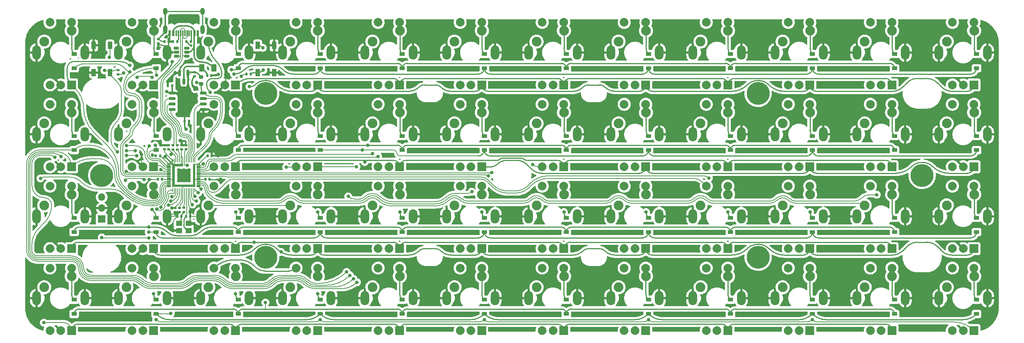
<source format=gbr>
%TF.GenerationSoftware,KiCad,Pcbnew,(6.0.1)*%
%TF.CreationDate,2022-03-25T00:59:22-04:00*%
%TF.ProjectId,OOPS-All-Knobs,4f4f5053-2d41-46c6-9c2d-4b6e6f62732e,rev?*%
%TF.SameCoordinates,Original*%
%TF.FileFunction,Copper,L2,Bot*%
%TF.FilePolarity,Positive*%
%FSLAX46Y46*%
G04 Gerber Fmt 4.6, Leading zero omitted, Abs format (unit mm)*
G04 Created by KiCad (PCBNEW (6.0.1)) date 2022-03-25 00:59:22*
%MOMM*%
%LPD*%
G01*
G04 APERTURE LIST*
G04 Aperture macros list*
%AMRoundRect*
0 Rectangle with rounded corners*
0 $1 Rounding radius*
0 $2 $3 $4 $5 $6 $7 $8 $9 X,Y pos of 4 corners*
0 Add a 4 corners polygon primitive as box body*
4,1,4,$2,$3,$4,$5,$6,$7,$8,$9,$2,$3,0*
0 Add four circle primitives for the rounded corners*
1,1,$1+$1,$2,$3*
1,1,$1+$1,$4,$5*
1,1,$1+$1,$6,$7*
1,1,$1+$1,$8,$9*
0 Add four rect primitives between the rounded corners*
20,1,$1+$1,$2,$3,$4,$5,0*
20,1,$1+$1,$4,$5,$6,$7,0*
20,1,$1+$1,$6,$7,$8,$9,0*
20,1,$1+$1,$8,$9,$2,$3,0*%
G04 Aperture macros list end*
%TA.AperFunction,ComponentPad*%
%ADD10C,2.250000*%
%TD*%
%TA.AperFunction,WasherPad*%
%ADD11C,5.300000*%
%TD*%
%TA.AperFunction,ComponentPad*%
%ADD12R,1.700000X1.700000*%
%TD*%
%TA.AperFunction,ComponentPad*%
%ADD13O,1.700000X1.700000*%
%TD*%
%TA.AperFunction,ComponentPad*%
%ADD14R,2.000000X2.000000*%
%TD*%
%TA.AperFunction,ComponentPad*%
%ADD15C,2.000000*%
%TD*%
%TA.AperFunction,ComponentPad*%
%ADD16RoundRect,1.000000X0.000000X-0.650000X0.000000X0.650000X0.000000X0.650000X0.000000X-0.650000X0*%
%TD*%
%TA.AperFunction,SMDPad,CuDef*%
%ADD17R,1.200000X0.900000*%
%TD*%
%TA.AperFunction,SMDPad,CuDef*%
%ADD18RoundRect,0.140000X-0.170000X0.140000X-0.170000X-0.140000X0.170000X-0.140000X0.170000X0.140000X0*%
%TD*%
%TA.AperFunction,SMDPad,CuDef*%
%ADD19RoundRect,0.140000X-0.140000X-0.170000X0.140000X-0.170000X0.140000X0.170000X-0.140000X0.170000X0*%
%TD*%
%TA.AperFunction,SMDPad,CuDef*%
%ADD20RoundRect,0.140000X0.140000X0.170000X-0.140000X0.170000X-0.140000X-0.170000X0.140000X-0.170000X0*%
%TD*%
%TA.AperFunction,SMDPad,CuDef*%
%ADD21RoundRect,0.135000X0.185000X-0.135000X0.185000X0.135000X-0.185000X0.135000X-0.185000X-0.135000X0*%
%TD*%
%TA.AperFunction,SMDPad,CuDef*%
%ADD22RoundRect,0.150000X-0.150000X0.587500X-0.150000X-0.587500X0.150000X-0.587500X0.150000X0.587500X0*%
%TD*%
%TA.AperFunction,SMDPad,CuDef*%
%ADD23RoundRect,0.140000X0.170000X-0.140000X0.170000X0.140000X-0.170000X0.140000X-0.170000X-0.140000X0*%
%TD*%
%TA.AperFunction,SMDPad,CuDef*%
%ADD24R,1.000000X1.700000*%
%TD*%
%TA.AperFunction,SMDPad,CuDef*%
%ADD25RoundRect,0.250000X0.375000X0.625000X-0.375000X0.625000X-0.375000X-0.625000X0.375000X-0.625000X0*%
%TD*%
%TA.AperFunction,SMDPad,CuDef*%
%ADD26R,1.400000X1.200000*%
%TD*%
%TA.AperFunction,SMDPad,CuDef*%
%ADD27RoundRect,0.150000X0.650000X0.150000X-0.650000X0.150000X-0.650000X-0.150000X0.650000X-0.150000X0*%
%TD*%
%TA.AperFunction,SMDPad,CuDef*%
%ADD28R,0.600000X1.450000*%
%TD*%
%TA.AperFunction,SMDPad,CuDef*%
%ADD29R,0.300000X1.450000*%
%TD*%
%TA.AperFunction,ComponentPad*%
%ADD30O,1.000000X2.100000*%
%TD*%
%TA.AperFunction,ComponentPad*%
%ADD31O,1.000000X1.600000*%
%TD*%
%TA.AperFunction,SMDPad,CuDef*%
%ADD32RoundRect,0.135000X0.135000X0.185000X-0.135000X0.185000X-0.135000X-0.185000X0.135000X-0.185000X0*%
%TD*%
%TA.AperFunction,SMDPad,CuDef*%
%ADD33RoundRect,0.135000X-0.135000X-0.185000X0.135000X-0.185000X0.135000X0.185000X-0.135000X0.185000X0*%
%TD*%
%TA.AperFunction,SMDPad,CuDef*%
%ADD34RoundRect,0.150000X-0.475000X-0.150000X0.475000X-0.150000X0.475000X0.150000X-0.475000X0.150000X0*%
%TD*%
%TA.AperFunction,SMDPad,CuDef*%
%ADD35RoundRect,0.200000X-0.275000X0.200000X-0.275000X-0.200000X0.275000X-0.200000X0.275000X0.200000X0*%
%TD*%
%TA.AperFunction,SMDPad,CuDef*%
%ADD36RoundRect,0.006000X0.414000X0.094000X-0.414000X0.094000X-0.414000X-0.094000X0.414000X-0.094000X0*%
%TD*%
%TA.AperFunction,SMDPad,CuDef*%
%ADD37RoundRect,0.020000X0.080000X0.400000X-0.080000X0.400000X-0.080000X-0.400000X0.080000X-0.400000X0*%
%TD*%
%TA.AperFunction,SMDPad,CuDef*%
%ADD38R,3.100000X3.100000*%
%TD*%
%TA.AperFunction,ViaPad*%
%ADD39C,0.800000*%
%TD*%
%TA.AperFunction,ViaPad*%
%ADD40C,0.600000*%
%TD*%
%TA.AperFunction,Conductor*%
%ADD41C,0.200000*%
%TD*%
%TA.AperFunction,Conductor*%
%ADD42C,0.250000*%
%TD*%
%TA.AperFunction,Conductor*%
%ADD43C,0.350000*%
%TD*%
G04 APERTURE END LIST*
D10*
%TO.P,MX41,1,A*%
%TO.N,SWC2*%
X106190000Y-82460000D03*
%TO.P,MX41,2,B*%
%TO.N,Net-(D41-Pad2)*%
X112540000Y-79920000D03*
%TD*%
%TO.P,MX2,1,A*%
%TO.N,SWC0*%
X49190000Y-25460000D03*
%TO.P,MX2,2,B*%
%TO.N,Net-(D2-Pad2)*%
X55540000Y-22920000D03*
%TD*%
%TO.P,MX4,1,A*%
%TO.N,SWC1*%
X87190000Y-25460000D03*
%TO.P,MX4,2,B*%
%TO.N,Net-(D4-Pad2)*%
X93540000Y-22920000D03*
%TD*%
%TO.P,MX22,1,A*%
%TO.N,SWC4*%
X201190000Y-44460000D03*
%TO.P,MX22,2,B*%
%TO.N,Net-(D22-Pad2)*%
X207540000Y-41920000D03*
%TD*%
%TO.P,MX42,1,A*%
%TO.N,SWC2*%
X125190000Y-82460000D03*
%TO.P,MX42,2,B*%
%TO.N,Net-(D42-Pad2)*%
X131540000Y-79920000D03*
%TD*%
%TO.P,MX32,1,A*%
%TO.N,SWC3*%
X163190000Y-63460000D03*
%TO.P,MX32,2,B*%
%TO.N,Net-(D32-Pad2)*%
X169540000Y-60920000D03*
%TD*%
%TO.P,MX39,1,A*%
%TO.N,SWC1*%
X68190000Y-82460000D03*
%TO.P,MX39,2,B*%
%TO.N,Net-(D39-Pad2)*%
X74540000Y-79920000D03*
%TD*%
%TO.P,MX20,1,A*%
%TO.N,SWC3*%
X163190000Y-44460000D03*
%TO.P,MX20,2,B*%
%TO.N,Net-(D20-Pad2)*%
X169540000Y-41920000D03*
%TD*%
%TO.P,MX23,1,A*%
%TO.N,SWC5*%
X220190000Y-44460000D03*
%TO.P,MX23,2,B*%
%TO.N,Net-(D23-Pad2)*%
X226540000Y-41920000D03*
%TD*%
%TO.P,MX48,1,A*%
%TO.N,SWC5*%
X239190000Y-82460000D03*
%TO.P,MX48,2,B*%
%TO.N,Net-(D48-Pad2)*%
X245540000Y-79920000D03*
%TD*%
%TO.P,MX24,1,A*%
%TO.N,SWC5*%
X239190000Y-44460000D03*
%TO.P,MX24,2,B*%
%TO.N,Net-(D24-Pad2)*%
X245540000Y-41920000D03*
%TD*%
%TO.P,MX18,1,A*%
%TO.N,SWC2*%
X125190000Y-44460000D03*
%TO.P,MX18,2,B*%
%TO.N,Net-(D18-Pad2)*%
X131540000Y-41920000D03*
%TD*%
%TO.P,MX9,1,A*%
%TO.N,SWC4*%
X182190000Y-25460000D03*
%TO.P,MX9,2,B*%
%TO.N,Net-(D9-Pad2)*%
X188540000Y-22920000D03*
%TD*%
%TO.P,MX30,1,A*%
%TO.N,SWC2*%
X125190000Y-63460000D03*
%TO.P,MX30,2,B*%
%TO.N,Net-(D30-Pad2)*%
X131540000Y-60920000D03*
%TD*%
%TO.P,MX35,1,A*%
%TO.N,SWC5*%
X220190000Y-63460000D03*
%TO.P,MX35,2,B*%
%TO.N,Net-(D35-Pad2)*%
X226540000Y-60920000D03*
%TD*%
%TO.P,MX27,1,A*%
%TO.N,SWC1*%
X68190000Y-63460000D03*
%TO.P,MX27,2,B*%
%TO.N,Net-(D27-Pad2)*%
X74540000Y-60920000D03*
%TD*%
%TO.P,MX6,1,A*%
%TO.N,SWC2*%
X125190000Y-25460000D03*
%TO.P,MX6,2,B*%
%TO.N,Net-(D6-Pad2)*%
X131540000Y-22920000D03*
%TD*%
D11*
%TO.P,PCB1,*%
%TO.N,*%
X233500000Y-56500000D03*
X43500000Y-56500000D03*
X81500000Y-37500000D03*
X195500000Y-37500000D03*
X195500000Y-75500000D03*
X81500000Y-75500000D03*
%TD*%
D10*
%TO.P,MX47,1,A*%
%TO.N,SWC5*%
X220190000Y-82460000D03*
%TO.P,MX47,2,B*%
%TO.N,Net-(D47-Pad2)*%
X226540000Y-79920000D03*
%TD*%
%TO.P,MX17,1,A*%
%TO.N,SWC2*%
X106190000Y-44460000D03*
%TO.P,MX17,2,B*%
%TO.N,Net-(D17-Pad2)*%
X112540000Y-41920000D03*
%TD*%
D12*
%TO.P,J2,1,Pin_1*%
%TO.N,SWCLK*%
X43500000Y-66625000D03*
D13*
%TO.P,J2,2,Pin_2*%
%TO.N,GND*%
X43500000Y-64085000D03*
%TO.P,J2,3,Pin_3*%
%TO.N,SWDIO*%
X43500000Y-61545000D03*
%TD*%
D10*
%TO.P,MX14,1,A*%
%TO.N,SWC0*%
X49190000Y-44460000D03*
%TO.P,MX14,2,B*%
%TO.N,Net-(D14-Pad2)*%
X55540000Y-41920000D03*
%TD*%
%TO.P,MX1,1,A*%
%TO.N,SWC0*%
X30190000Y-25460000D03*
%TO.P,MX1,2,B*%
%TO.N,Net-(D1-Pad2)*%
X36540000Y-22920000D03*
%TD*%
%TO.P,MX46,1,A*%
%TO.N,SWC4*%
X201190000Y-82460000D03*
%TO.P,MX46,2,B*%
%TO.N,Net-(D46-Pad2)*%
X207540000Y-79920000D03*
%TD*%
%TO.P,MX21,1,A*%
%TO.N,SWC4*%
X182190000Y-44460000D03*
%TO.P,MX21,2,B*%
%TO.N,Net-(D21-Pad2)*%
X188540000Y-41920000D03*
%TD*%
%TO.P,MX26,1,A*%
%TO.N,SWC0*%
X49190000Y-63460000D03*
%TO.P,MX26,2,B*%
%TO.N,Net-(D26-Pad2)*%
X55540000Y-60920000D03*
%TD*%
%TO.P,MX8,1,A*%
%TO.N,SWC3*%
X163190000Y-25460000D03*
%TO.P,MX8,2,B*%
%TO.N,Net-(D8-Pad2)*%
X169540000Y-22920000D03*
%TD*%
%TO.P,MX16,1,A*%
%TO.N,SWC1*%
X87190000Y-44460000D03*
%TO.P,MX16,2,B*%
%TO.N,Net-(D16-Pad2)*%
X93540000Y-41920000D03*
%TD*%
%TO.P,MX11,1,A*%
%TO.N,SWC5*%
X220190000Y-25460000D03*
%TO.P,MX11,2,B*%
%TO.N,Net-(D11-Pad2)*%
X226540000Y-22920000D03*
%TD*%
%TO.P,MX12,1,A*%
%TO.N,SWC5*%
X239190000Y-25460000D03*
%TO.P,MX12,2,B*%
%TO.N,Net-(D12-Pad2)*%
X245540000Y-22920000D03*
%TD*%
%TO.P,MX33,1,A*%
%TO.N,SWC4*%
X182190000Y-63460000D03*
%TO.P,MX33,2,B*%
%TO.N,Net-(D33-Pad2)*%
X188540000Y-60920000D03*
%TD*%
%TO.P,MX31,1,A*%
%TO.N,SWC3*%
X144190000Y-63460000D03*
%TO.P,MX31,2,B*%
%TO.N,Net-(D31-Pad2)*%
X150540000Y-60920000D03*
%TD*%
%TO.P,MX38,1,A*%
%TO.N,SWC0*%
X49190000Y-82460000D03*
%TO.P,MX38,2,B*%
%TO.N,Net-(D38-Pad2)*%
X55540000Y-79920000D03*
%TD*%
%TO.P,MX36,1,A*%
%TO.N,SWC5*%
X239190000Y-63460000D03*
%TO.P,MX36,2,B*%
%TO.N,Net-(D36-Pad2)*%
X245540000Y-60920000D03*
%TD*%
%TO.P,MX15,1,A*%
%TO.N,SWC1*%
X68190000Y-44460000D03*
%TO.P,MX15,2,B*%
%TO.N,Net-(D15-Pad2)*%
X74540000Y-41920000D03*
%TD*%
%TO.P,MX37,1,A*%
%TO.N,SWC0*%
X30190000Y-82460000D03*
%TO.P,MX37,2,B*%
%TO.N,Net-(D37-Pad2)*%
X36540000Y-79920000D03*
%TD*%
%TO.P,MX3,1,A*%
%TO.N,SWC1*%
X68190000Y-25460000D03*
%TO.P,MX3,2,B*%
%TO.N,Net-(D3-Pad2)*%
X74540000Y-22920000D03*
%TD*%
%TO.P,MX34,1,A*%
%TO.N,SWC4*%
X201190000Y-63460000D03*
%TO.P,MX34,2,B*%
%TO.N,Net-(D34-Pad2)*%
X207540000Y-60920000D03*
%TD*%
%TO.P,MX19,1,A*%
%TO.N,SWC3*%
X144190000Y-44460000D03*
%TO.P,MX19,2,B*%
%TO.N,Net-(D19-Pad2)*%
X150540000Y-41920000D03*
%TD*%
%TO.P,MX13,1,A*%
%TO.N,SWC0*%
X30190000Y-44460000D03*
%TO.P,MX13,2,B*%
%TO.N,Net-(D13-Pad2)*%
X36540000Y-41920000D03*
%TD*%
%TO.P,MX5,1,A*%
%TO.N,SWC2*%
X106190000Y-25460000D03*
%TO.P,MX5,2,B*%
%TO.N,Net-(D5-Pad2)*%
X112540000Y-22920000D03*
%TD*%
%TO.P,MX40,1,A*%
%TO.N,SWC1*%
X87190000Y-82460000D03*
%TO.P,MX40,2,B*%
%TO.N,Net-(D40-Pad2)*%
X93540000Y-79920000D03*
%TD*%
%TO.P,MX28,1,A*%
%TO.N,SWC1*%
X87190000Y-63460000D03*
%TO.P,MX28,2,B*%
%TO.N,Net-(D28-Pad2)*%
X93540000Y-60920000D03*
%TD*%
%TO.P,MX45,1,A*%
%TO.N,SWC4*%
X182190000Y-82460000D03*
%TO.P,MX45,2,B*%
%TO.N,Net-(D45-Pad2)*%
X188540000Y-79920000D03*
%TD*%
%TO.P,MX29,1,A*%
%TO.N,SWC2*%
X106190000Y-63460000D03*
%TO.P,MX29,2,B*%
%TO.N,Net-(D29-Pad2)*%
X112540000Y-60920000D03*
%TD*%
%TO.P,MX25,1,A*%
%TO.N,SWC0*%
X30190000Y-63460000D03*
%TO.P,MX25,2,B*%
%TO.N,Net-(D25-Pad2)*%
X36540000Y-60920000D03*
%TD*%
%TO.P,MX43,1,A*%
%TO.N,SWC3*%
X144190000Y-82460000D03*
%TO.P,MX43,2,B*%
%TO.N,Net-(D43-Pad2)*%
X150540000Y-79920000D03*
%TD*%
%TO.P,MX44,1,A*%
%TO.N,SWC3*%
X163190000Y-82460000D03*
%TO.P,MX44,2,B*%
%TO.N,Net-(D44-Pad2)*%
X169540000Y-79920000D03*
%TD*%
%TO.P,MX10,1,A*%
%TO.N,SWC4*%
X201190000Y-25460000D03*
%TO.P,MX10,2,B*%
%TO.N,Net-(D10-Pad2)*%
X207540000Y-22920000D03*
%TD*%
%TO.P,MX7,1,A*%
%TO.N,SWC3*%
X144190000Y-25460000D03*
%TO.P,MX7,2,B*%
%TO.N,Net-(D7-Pad2)*%
X150540000Y-22920000D03*
%TD*%
D14*
%TO.P,ENC36,A,A*%
%TO.N,ENR5*%
X245500000Y-73500000D03*
D15*
%TO.P,ENC36,B,B*%
%TO.N,REC5*%
X240500000Y-73500000D03*
%TO.P,ENC36,C,C*%
%TO.N,GND*%
X243000000Y-73500000D03*
D16*
X248600000Y-66000000D03*
X237400000Y-66000000D03*
D15*
%TO.P,ENC36,S1,S1*%
%TO.N,SWC5*%
X240500000Y-59000000D03*
%TO.P,ENC36,S2,S2*%
%TO.N,Net-(D36-Pad2)*%
X245500000Y-59000000D03*
%TD*%
D14*
%TO.P,ENC33,A,A*%
%TO.N,ENR4*%
X188500000Y-73500000D03*
D15*
%TO.P,ENC33,B,B*%
%TO.N,REC4*%
X183500000Y-73500000D03*
%TO.P,ENC33,C,C*%
%TO.N,GND*%
X186000000Y-73500000D03*
D16*
X191600000Y-66000000D03*
X180400000Y-66000000D03*
D15*
%TO.P,ENC33,S1,S1*%
%TO.N,SWC4*%
X183500000Y-59000000D03*
%TO.P,ENC33,S2,S2*%
%TO.N,Net-(D33-Pad2)*%
X188500000Y-59000000D03*
%TD*%
D14*
%TO.P,ENC11,A,A*%
%TO.N,ENR0*%
X226500000Y-35500000D03*
D15*
%TO.P,ENC11,B,B*%
%TO.N,REC5*%
X221500000Y-35500000D03*
D16*
%TO.P,ENC11,C,C*%
%TO.N,GND*%
X218400000Y-28000000D03*
D15*
X224000000Y-35500000D03*
D16*
X229600000Y-28000000D03*
D15*
%TO.P,ENC11,S1,S1*%
%TO.N,SWC5*%
X221500000Y-21000000D03*
%TO.P,ENC11,S2,S2*%
%TO.N,Net-(D11-Pad2)*%
X226500000Y-21000000D03*
%TD*%
D14*
%TO.P,ENC12,A,A*%
%TO.N,ENR1*%
X245500000Y-35500000D03*
D15*
%TO.P,ENC12,B,B*%
%TO.N,REC5*%
X240500000Y-35500000D03*
D16*
%TO.P,ENC12,C,C*%
%TO.N,GND*%
X248600000Y-28000000D03*
D15*
X243000000Y-35500000D03*
D16*
X237400000Y-28000000D03*
D15*
%TO.P,ENC12,S1,S1*%
%TO.N,SWC5*%
X240500000Y-21000000D03*
%TO.P,ENC12,S2,S2*%
%TO.N,Net-(D12-Pad2)*%
X245500000Y-21000000D03*
%TD*%
D17*
%TO.P,D44,1,K*%
%TO.N,SWR7*%
X170100000Y-88650000D03*
%TO.P,D44,2,A*%
%TO.N,Net-(D44-Pad2)*%
X170100000Y-85350000D03*
%TD*%
%TO.P,D9,1,K*%
%TO.N,SWR0*%
X189100000Y-31650000D03*
%TO.P,D9,2,A*%
%TO.N,Net-(D9-Pad2)*%
X189100000Y-28350000D03*
%TD*%
D14*
%TO.P,ENC37,A,A*%
%TO.N,ENR6*%
X36500000Y-92500000D03*
D15*
%TO.P,ENC37,B,B*%
%TO.N,REC0*%
X31500000Y-92500000D03*
%TO.P,ENC37,C,C*%
%TO.N,GND*%
X34000000Y-92500000D03*
D16*
X28400000Y-85000000D03*
X39600000Y-85000000D03*
D15*
%TO.P,ENC37,S1,S1*%
%TO.N,SWC0*%
X31500000Y-78000000D03*
%TO.P,ENC37,S2,S2*%
%TO.N,Net-(D37-Pad2)*%
X36500000Y-78000000D03*
%TD*%
D14*
%TO.P,ENC15,A,A*%
%TO.N,ENR2*%
X74500000Y-54500000D03*
D15*
%TO.P,ENC15,B,B*%
%TO.N,REC1*%
X69500000Y-54500000D03*
D16*
%TO.P,ENC15,C,C*%
%TO.N,GND*%
X77600000Y-47000000D03*
X66400000Y-47000000D03*
D15*
X72000000Y-54500000D03*
%TO.P,ENC15,S1,S1*%
%TO.N,SWC1*%
X69500000Y-40000000D03*
%TO.P,ENC15,S2,S2*%
%TO.N,Net-(D15-Pad2)*%
X74500000Y-40000000D03*
%TD*%
D17*
%TO.P,D28,1,K*%
%TO.N,SWR5*%
X94100000Y-69650000D03*
%TO.P,D28,2,A*%
%TO.N,Net-(D28-Pad2)*%
X94100000Y-66350000D03*
%TD*%
D18*
%TO.P,C10,1*%
%TO.N,+3V3*%
X61493450Y-64030666D03*
%TO.P,C10,2*%
%TO.N,GND*%
X61493450Y-64990666D03*
%TD*%
D14*
%TO.P,ENC8,A,A*%
%TO.N,ENR1*%
X169500000Y-35500000D03*
D15*
%TO.P,ENC8,B,B*%
%TO.N,REC3*%
X164500000Y-35500000D03*
%TO.P,ENC8,C,C*%
%TO.N,GND*%
X167000000Y-35500000D03*
D16*
X161400000Y-28000000D03*
X172600000Y-28000000D03*
D15*
%TO.P,ENC8,S1,S1*%
%TO.N,SWC3*%
X164500000Y-21000000D03*
%TO.P,ENC8,S2,S2*%
%TO.N,Net-(D8-Pad2)*%
X169500000Y-21000000D03*
%TD*%
D14*
%TO.P,ENC41,A,A*%
%TO.N,ENR6*%
X112500000Y-92500000D03*
D15*
%TO.P,ENC41,B,B*%
%TO.N,REC2*%
X107500000Y-92500000D03*
D16*
%TO.P,ENC41,C,C*%
%TO.N,GND*%
X115600000Y-85000000D03*
D15*
X110000000Y-92500000D03*
D16*
X104400000Y-85000000D03*
D15*
%TO.P,ENC41,S1,S1*%
%TO.N,SWC2*%
X107500000Y-78000000D03*
%TO.P,ENC41,S2,S2*%
%TO.N,Net-(D41-Pad2)*%
X112500000Y-78000000D03*
%TD*%
D14*
%TO.P,ENC17,A,A*%
%TO.N,ENR2*%
X112500000Y-54500000D03*
D15*
%TO.P,ENC17,B,B*%
%TO.N,REC2*%
X107500000Y-54500000D03*
D16*
%TO.P,ENC17,C,C*%
%TO.N,GND*%
X104400000Y-47000000D03*
D15*
X110000000Y-54500000D03*
D16*
X115600000Y-47000000D03*
D15*
%TO.P,ENC17,S1,S1*%
%TO.N,SWC2*%
X107500000Y-40000000D03*
%TO.P,ENC17,S2,S2*%
%TO.N,Net-(D17-Pad2)*%
X112500000Y-40000000D03*
%TD*%
D17*
%TO.P,D4,1,K*%
%TO.N,SWR1*%
X94100000Y-31650000D03*
%TO.P,D4,2,A*%
%TO.N,Net-(D4-Pad2)*%
X94100000Y-28350000D03*
%TD*%
%TO.P,D1,1,K*%
%TO.N,SWR0*%
X37100000Y-31650000D03*
%TO.P,D1,2,A*%
%TO.N,Net-(D1-Pad2)*%
X37100000Y-28350000D03*
%TD*%
D19*
%TO.P,C14,1*%
%TO.N,+3V3*%
X68020000Y-52000000D03*
%TO.P,C14,2*%
%TO.N,GND*%
X68980000Y-52000000D03*
%TD*%
D14*
%TO.P,ENC2,A,A*%
%TO.N,ENR1*%
X55500000Y-35500000D03*
D15*
%TO.P,ENC2,B,B*%
%TO.N,REC0*%
X50500000Y-35500000D03*
D16*
%TO.P,ENC2,C,C*%
%TO.N,GND*%
X58600000Y-28000000D03*
X47400000Y-28000000D03*
D15*
X53000000Y-35500000D03*
%TO.P,ENC2,S1,S1*%
%TO.N,SWC0*%
X50500000Y-21000000D03*
%TO.P,ENC2,S2,S2*%
%TO.N,Net-(D2-Pad2)*%
X55500000Y-21000000D03*
%TD*%
D14*
%TO.P,ENC47,A,A*%
%TO.N,ENR6*%
X226500000Y-92500000D03*
D15*
%TO.P,ENC47,B,B*%
%TO.N,REC5*%
X221500000Y-92500000D03*
D16*
%TO.P,ENC47,C,C*%
%TO.N,GND*%
X229600000Y-85000000D03*
X218400000Y-85000000D03*
D15*
X224000000Y-92500000D03*
%TO.P,ENC47,S1,S1*%
%TO.N,SWC5*%
X221500000Y-78000000D03*
%TO.P,ENC47,S2,S2*%
%TO.N,Net-(D47-Pad2)*%
X226500000Y-78000000D03*
%TD*%
D17*
%TO.P,D23,1,K*%
%TO.N,SWR2*%
X227100000Y-50650000D03*
%TO.P,D23,2,A*%
%TO.N,Net-(D23-Pad2)*%
X227100000Y-47350000D03*
%TD*%
D14*
%TO.P,ENC42,A,A*%
%TO.N,ENR7*%
X131500000Y-92500000D03*
D15*
%TO.P,ENC42,B,B*%
%TO.N,REC2*%
X126500000Y-92500000D03*
%TO.P,ENC42,C,C*%
%TO.N,GND*%
X129000000Y-92500000D03*
D16*
X123400000Y-85000000D03*
X134600000Y-85000000D03*
D15*
%TO.P,ENC42,S1,S1*%
%TO.N,SWC2*%
X126500000Y-78000000D03*
%TO.P,ENC42,S2,S2*%
%TO.N,Net-(D42-Pad2)*%
X131500000Y-78000000D03*
%TD*%
D17*
%TO.P,D45,1,K*%
%TO.N,SWR6*%
X189100000Y-88650000D03*
%TO.P,D45,2,A*%
%TO.N,Net-(D45-Pad2)*%
X189100000Y-85350000D03*
%TD*%
D20*
%TO.P,C4,1*%
%TO.N,+3V3*%
X59780000Y-35700000D03*
%TO.P,C4,2*%
%TO.N,GND*%
X58820000Y-35700000D03*
%TD*%
D17*
%TO.P,D43,1,K*%
%TO.N,SWR6*%
X151100000Y-88650000D03*
%TO.P,D43,2,A*%
%TO.N,Net-(D43-Pad2)*%
X151100000Y-85350000D03*
%TD*%
%TO.P,D38,1,K*%
%TO.N,SWR7*%
X56100000Y-88650000D03*
%TO.P,D38,2,A*%
%TO.N,Net-(D38-Pad2)*%
X56100000Y-85350000D03*
%TD*%
D14*
%TO.P,ENC25,A,A*%
%TO.N,ENR4*%
X36500000Y-73500000D03*
D15*
%TO.P,ENC25,B,B*%
%TO.N,REC0*%
X31500000Y-73500000D03*
%TO.P,ENC25,C,C*%
%TO.N,GND*%
X34000000Y-73500000D03*
D16*
X28400000Y-66000000D03*
X39600000Y-66000000D03*
D15*
%TO.P,ENC25,S1,S1*%
%TO.N,SWC0*%
X31500000Y-59000000D03*
%TO.P,ENC25,S2,S2*%
%TO.N,Net-(D25-Pad2)*%
X36500000Y-59000000D03*
%TD*%
D21*
%TO.P,R3,1*%
%TO.N,GND*%
X56600000Y-25910000D03*
%TO.P,R3,2*%
%TO.N,Net-(C3-Pad2)*%
X56600000Y-24890000D03*
%TD*%
D14*
%TO.P,ENC45,A,A*%
%TO.N,ENR6*%
X188500000Y-92500000D03*
D15*
%TO.P,ENC45,B,B*%
%TO.N,REC4*%
X183500000Y-92500000D03*
%TO.P,ENC45,C,C*%
%TO.N,GND*%
X186000000Y-92500000D03*
D16*
X180400000Y-85000000D03*
X191600000Y-85000000D03*
D15*
%TO.P,ENC45,S1,S1*%
%TO.N,SWC4*%
X183500000Y-78000000D03*
%TO.P,ENC45,S2,S2*%
%TO.N,Net-(D45-Pad2)*%
X188500000Y-78000000D03*
%TD*%
D21*
%TO.P,R8,1*%
%TO.N,Net-(Y1-Pad1)*%
X62500000Y-65020666D03*
%TO.P,R8,2*%
%TO.N,XOUT*%
X62500000Y-64000666D03*
%TD*%
D17*
%TO.P,D16,1,K*%
%TO.N,SWR3*%
X94100000Y-50650000D03*
%TO.P,D16,2,A*%
%TO.N,Net-(D16-Pad2)*%
X94100000Y-47350000D03*
%TD*%
D19*
%TO.P,C6,1*%
%TO.N,XIN*%
X62993450Y-66010666D03*
%TO.P,C6,2*%
%TO.N,GND*%
X63953450Y-66010666D03*
%TD*%
D17*
%TO.P,D11,1,K*%
%TO.N,SWR0*%
X227100000Y-31650000D03*
%TO.P,D11,2,A*%
%TO.N,Net-(D11-Pad2)*%
X227100000Y-28350000D03*
%TD*%
D22*
%TO.P,U1,1,GND*%
%TO.N,GND*%
X61534775Y-32780929D03*
%TO.P,U1,2,VO*%
%TO.N,+3V3*%
X63434775Y-32780929D03*
%TO.P,U1,3,VI*%
%TO.N,Net-(C1-Pad1)*%
X62484775Y-34655929D03*
%TD*%
D17*
%TO.P,D26,1,K*%
%TO.N,SWR5*%
X56100000Y-69650000D03*
%TO.P,D26,2,A*%
%TO.N,Net-(D26-Pad2)*%
X56100000Y-66350000D03*
%TD*%
D14*
%TO.P,ENC3,A,A*%
%TO.N,ENR0*%
X74500000Y-35500000D03*
D15*
%TO.P,ENC3,B,B*%
%TO.N,REC1*%
X69500000Y-35500000D03*
D16*
%TO.P,ENC3,C,C*%
%TO.N,GND*%
X66400000Y-28000000D03*
D15*
X72000000Y-35500000D03*
D16*
X77600000Y-28000000D03*
D15*
%TO.P,ENC3,S1,S1*%
%TO.N,SWC1*%
X69500000Y-21000000D03*
%TO.P,ENC3,S2,S2*%
%TO.N,Net-(D3-Pad2)*%
X74500000Y-21000000D03*
%TD*%
D23*
%TO.P,C8,1*%
%TO.N,+1V1*%
X63000000Y-50480000D03*
%TO.P,C8,2*%
%TO.N,GND*%
X63000000Y-49520000D03*
%TD*%
D17*
%TO.P,D13,1,K*%
%TO.N,SWR2*%
X37100000Y-50650000D03*
%TO.P,D13,2,A*%
%TO.N,Net-(D13-Pad2)*%
X37100000Y-47350000D03*
%TD*%
%TO.P,D39,1,K*%
%TO.N,SWR6*%
X75100000Y-88650000D03*
%TO.P,D39,2,A*%
%TO.N,Net-(D39-Pad2)*%
X75100000Y-85350000D03*
%TD*%
%TO.P,D5,1,K*%
%TO.N,SWR0*%
X113100000Y-31650000D03*
%TO.P,D5,2,A*%
%TO.N,Net-(D5-Pad2)*%
X113100000Y-28350000D03*
%TD*%
D14*
%TO.P,ENC19,A,A*%
%TO.N,ENR2*%
X150500000Y-54500000D03*
D15*
%TO.P,ENC19,B,B*%
%TO.N,REC3*%
X145500000Y-54500000D03*
D16*
%TO.P,ENC19,C,C*%
%TO.N,GND*%
X142400000Y-47000000D03*
X153600000Y-47000000D03*
D15*
X148000000Y-54500000D03*
%TO.P,ENC19,S1,S1*%
%TO.N,SWC3*%
X145500000Y-40000000D03*
%TO.P,ENC19,S2,S2*%
%TO.N,Net-(D19-Pad2)*%
X150500000Y-40000000D03*
%TD*%
D24*
%TO.P,SW1,1,A*%
%TO.N,GND*%
X83400000Y-32650000D03*
X83400000Y-26350000D03*
%TO.P,SW1,2,B*%
%TO.N,Net-(R5-Pad2)*%
X79600000Y-26350000D03*
X79600000Y-32650000D03*
%TD*%
D17*
%TO.P,D19,1,K*%
%TO.N,SWR2*%
X151100000Y-50650000D03*
%TO.P,D19,2,A*%
%TO.N,Net-(D19-Pad2)*%
X151100000Y-47350000D03*
%TD*%
%TO.P,D22,1,K*%
%TO.N,SWR3*%
X208100000Y-50650000D03*
%TO.P,D22,2,A*%
%TO.N,Net-(D22-Pad2)*%
X208100000Y-47350000D03*
%TD*%
%TO.P,D36,1,K*%
%TO.N,SWR5*%
X246100000Y-69650000D03*
%TO.P,D36,2,A*%
%TO.N,Net-(D36-Pad2)*%
X246100000Y-66350000D03*
%TD*%
D25*
%TO.P,F1,1*%
%TO.N,VBUS*%
X69500000Y-31600000D03*
%TO.P,F1,2*%
%TO.N,Net-(C1-Pad1)*%
X66700000Y-31600000D03*
%TD*%
D20*
%TO.P,C12,1*%
%TO.N,+3V3*%
X56980000Y-52000000D03*
%TO.P,C12,2*%
%TO.N,GND*%
X56020000Y-52000000D03*
%TD*%
D17*
%TO.P,D27,1,K*%
%TO.N,SWR4*%
X75100000Y-69650000D03*
%TO.P,D27,2,A*%
%TO.N,Net-(D27-Pad2)*%
X75100000Y-66350000D03*
%TD*%
D26*
%TO.P,Y1,1,1*%
%TO.N,Net-(Y1-Pad1)*%
X61393450Y-67660666D03*
%TO.P,Y1,2,2*%
%TO.N,GND*%
X63593450Y-67660666D03*
%TO.P,Y1,3,3*%
%TO.N,XIN*%
X63593450Y-69360666D03*
%TO.P,Y1,4,4*%
%TO.N,GND*%
X61393450Y-69360666D03*
%TD*%
D19*
%TO.P,C5,1*%
%TO.N,GND*%
X61013450Y-66010666D03*
%TO.P,C5,2*%
%TO.N,Net-(Y1-Pad1)*%
X61973450Y-66010666D03*
%TD*%
D21*
%TO.P,R6,1*%
%TO.N,Net-(R6-Pad1)*%
X60000000Y-50510000D03*
%TO.P,R6,2*%
%TO.N,D-*%
X60000000Y-49490000D03*
%TD*%
D14*
%TO.P,ENC32,A,A*%
%TO.N,ENR5*%
X169500000Y-73500000D03*
D15*
%TO.P,ENC32,B,B*%
%TO.N,REC3*%
X164500000Y-73500000D03*
D16*
%TO.P,ENC32,C,C*%
%TO.N,GND*%
X161400000Y-66000000D03*
X172600000Y-66000000D03*
D15*
X167000000Y-73500000D03*
%TO.P,ENC32,S1,S1*%
%TO.N,SWC3*%
X164500000Y-59000000D03*
%TO.P,ENC32,S2,S2*%
%TO.N,Net-(D32-Pad2)*%
X169500000Y-59000000D03*
%TD*%
D17*
%TO.P,D21,1,K*%
%TO.N,SWR2*%
X189100000Y-50650000D03*
%TO.P,D21,2,A*%
%TO.N,Net-(D21-Pad2)*%
X189100000Y-47350000D03*
%TD*%
D14*
%TO.P,ENC6,A,A*%
%TO.N,ENR1*%
X131500000Y-35500000D03*
D15*
%TO.P,ENC6,B,B*%
%TO.N,REC2*%
X126500000Y-35500000D03*
D16*
%TO.P,ENC6,C,C*%
%TO.N,GND*%
X123400000Y-28000000D03*
X134600000Y-28000000D03*
D15*
X129000000Y-35500000D03*
%TO.P,ENC6,S1,S1*%
%TO.N,SWC2*%
X126500000Y-21000000D03*
%TO.P,ENC6,S2,S2*%
%TO.N,Net-(D6-Pad2)*%
X131500000Y-21000000D03*
%TD*%
D14*
%TO.P,ENC39,A,A*%
%TO.N,ENR6*%
X74500000Y-92500000D03*
D15*
%TO.P,ENC39,B,B*%
%TO.N,REC1*%
X69500000Y-92500000D03*
%TO.P,ENC39,C,C*%
%TO.N,GND*%
X72000000Y-92500000D03*
D16*
X66400000Y-85000000D03*
X77600000Y-85000000D03*
D15*
%TO.P,ENC39,S1,S1*%
%TO.N,SWC1*%
X69500000Y-78000000D03*
%TO.P,ENC39,S2,S2*%
%TO.N,Net-(D39-Pad2)*%
X74500000Y-78000000D03*
%TD*%
D17*
%TO.P,D14,1,K*%
%TO.N,SWR3*%
X56100000Y-50650000D03*
%TO.P,D14,2,A*%
%TO.N,Net-(D14-Pad2)*%
X56100000Y-47350000D03*
%TD*%
D27*
%TO.P,U2,1,~{CS}*%
%TO.N,QSPI_SS*%
X67000000Y-37395000D03*
%TO.P,U2,2,DO(IO1)*%
%TO.N,QSPI_D1*%
X67000000Y-38665000D03*
%TO.P,U2,3,IO2*%
%TO.N,QSPI_D2*%
X67000000Y-39935000D03*
%TO.P,U2,4,GND*%
%TO.N,GND*%
X67000000Y-41205000D03*
%TO.P,U2,5,DI(IO0)*%
%TO.N,QSPI_D0*%
X59800000Y-41205000D03*
%TO.P,U2,6,CLK*%
%TO.N,QSPI_CLK*%
X59800000Y-39935000D03*
%TO.P,U2,7,IO3*%
%TO.N,QSPI_D3*%
X59800000Y-38665000D03*
%TO.P,U2,8,VCC*%
%TO.N,+3V3*%
X59800000Y-37395000D03*
%TD*%
D14*
%TO.P,ENC26,A,A*%
%TO.N,ENR5*%
X55500000Y-73500000D03*
D15*
%TO.P,ENC26,B,B*%
%TO.N,REC0*%
X50500000Y-73500000D03*
D16*
%TO.P,ENC26,C,C*%
%TO.N,GND*%
X58600000Y-66000000D03*
D15*
X53000000Y-73500000D03*
D16*
X47400000Y-66000000D03*
D15*
%TO.P,ENC26,S1,S1*%
%TO.N,SWC0*%
X50500000Y-59000000D03*
%TO.P,ENC26,S2,S2*%
%TO.N,Net-(D26-Pad2)*%
X55500000Y-59000000D03*
%TD*%
D23*
%TO.P,C11,1*%
%TO.N,+3V3*%
X62000000Y-50480000D03*
%TO.P,C11,2*%
%TO.N,GND*%
X62000000Y-49520000D03*
%TD*%
D28*
%TO.P,J1,A1,GND*%
%TO.N,GND*%
X59250000Y-23545000D03*
%TO.P,J1,A4,VBUS*%
%TO.N,VBUS*%
X60050000Y-23545000D03*
D29*
%TO.P,J1,A5,CC1*%
%TO.N,Net-(J1-PadA5)*%
X61250000Y-23545000D03*
%TO.P,J1,A6,D+*%
%TO.N,D+*%
X62250000Y-23545000D03*
%TO.P,J1,A7,D-*%
%TO.N,D-*%
X62750000Y-23545000D03*
%TO.P,J1,A8,SBU1*%
%TO.N,unconnected-(J1-PadA8)*%
X63750000Y-23545000D03*
D28*
%TO.P,J1,A9,VBUS*%
%TO.N,VBUS*%
X64950000Y-23545000D03*
%TO.P,J1,A12,GND*%
%TO.N,GND*%
X65750000Y-23545000D03*
%TO.P,J1,B1,GND*%
X65750000Y-23545000D03*
%TO.P,J1,B4,VBUS*%
%TO.N,VBUS*%
X64950000Y-23545000D03*
D29*
%TO.P,J1,B5,CC2*%
%TO.N,Net-(J1-PadB5)*%
X64250000Y-23545000D03*
%TO.P,J1,B6,D+*%
%TO.N,D+*%
X63250000Y-23545000D03*
%TO.P,J1,B7,D-*%
%TO.N,D-*%
X61750000Y-23545000D03*
%TO.P,J1,B8,SBU2*%
%TO.N,unconnected-(J1-PadB8)*%
X60750000Y-23545000D03*
D28*
%TO.P,J1,B9,VBUS*%
%TO.N,VBUS*%
X60050000Y-23545000D03*
%TO.P,J1,B12,GND*%
%TO.N,GND*%
X59250000Y-23545000D03*
D30*
%TO.P,J1,S1,SHIELD*%
%TO.N,Net-(C3-Pad2)*%
X58180000Y-22630000D03*
D31*
X66820000Y-18450000D03*
X58180000Y-18450000D03*
D30*
X66820000Y-22630000D03*
%TD*%
D14*
%TO.P,ENC44,A,A*%
%TO.N,ENR7*%
X169500000Y-92500000D03*
D15*
%TO.P,ENC44,B,B*%
%TO.N,REC3*%
X164500000Y-92500000D03*
%TO.P,ENC44,C,C*%
%TO.N,GND*%
X167000000Y-92500000D03*
D16*
X161400000Y-85000000D03*
X172600000Y-85000000D03*
D15*
%TO.P,ENC44,S1,S1*%
%TO.N,SWC3*%
X164500000Y-78000000D03*
%TO.P,ENC44,S2,S2*%
%TO.N,Net-(D44-Pad2)*%
X169500000Y-78000000D03*
%TD*%
D14*
%TO.P,ENC22,A,A*%
%TO.N,ENR3*%
X207500000Y-54500000D03*
D15*
%TO.P,ENC22,B,B*%
%TO.N,REC4*%
X202500000Y-54500000D03*
D16*
%TO.P,ENC22,C,C*%
%TO.N,GND*%
X210600000Y-47000000D03*
D15*
X205000000Y-54500000D03*
D16*
X199400000Y-47000000D03*
D15*
%TO.P,ENC22,S1,S1*%
%TO.N,SWC4*%
X202500000Y-40000000D03*
%TO.P,ENC22,S2,S2*%
%TO.N,Net-(D22-Pad2)*%
X207500000Y-40000000D03*
%TD*%
D14*
%TO.P,ENC24,A,A*%
%TO.N,ENR3*%
X245500000Y-54500000D03*
D15*
%TO.P,ENC24,B,B*%
%TO.N,REC5*%
X240500000Y-54500000D03*
D16*
%TO.P,ENC24,C,C*%
%TO.N,GND*%
X237400000Y-47000000D03*
X248600000Y-47000000D03*
D15*
X243000000Y-54500000D03*
%TO.P,ENC24,S1,S1*%
%TO.N,SWC5*%
X240500000Y-40000000D03*
%TO.P,ENC24,S2,S2*%
%TO.N,Net-(D24-Pad2)*%
X245500000Y-40000000D03*
%TD*%
D14*
%TO.P,ENC46,A,A*%
%TO.N,ENR7*%
X207500000Y-92500000D03*
D15*
%TO.P,ENC46,B,B*%
%TO.N,REC4*%
X202500000Y-92500000D03*
D16*
%TO.P,ENC46,C,C*%
%TO.N,GND*%
X210600000Y-85000000D03*
D15*
X205000000Y-92500000D03*
D16*
X199400000Y-85000000D03*
D15*
%TO.P,ENC46,S1,S1*%
%TO.N,SWC4*%
X202500000Y-78000000D03*
%TO.P,ENC46,S2,S2*%
%TO.N,Net-(D46-Pad2)*%
X207500000Y-78000000D03*
%TD*%
D14*
%TO.P,ENC43,A,A*%
%TO.N,ENR6*%
X150500000Y-92500000D03*
D15*
%TO.P,ENC43,B,B*%
%TO.N,REC3*%
X145500000Y-92500000D03*
D16*
%TO.P,ENC43,C,C*%
%TO.N,GND*%
X153600000Y-85000000D03*
D15*
X148000000Y-92500000D03*
D16*
X142400000Y-85000000D03*
D15*
%TO.P,ENC43,S1,S1*%
%TO.N,SWC3*%
X145500000Y-78000000D03*
%TO.P,ENC43,S2,S2*%
%TO.N,Net-(D43-Pad2)*%
X150500000Y-78000000D03*
%TD*%
D14*
%TO.P,ENC20,A,A*%
%TO.N,ENR3*%
X169500000Y-54500000D03*
D15*
%TO.P,ENC20,B,B*%
%TO.N,REC3*%
X164500000Y-54500000D03*
D16*
%TO.P,ENC20,C,C*%
%TO.N,GND*%
X172600000Y-47000000D03*
D15*
X167000000Y-54500000D03*
D16*
X161400000Y-47000000D03*
D15*
%TO.P,ENC20,S1,S1*%
%TO.N,SWC3*%
X164500000Y-40000000D03*
%TO.P,ENC20,S2,S2*%
%TO.N,Net-(D20-Pad2)*%
X169500000Y-40000000D03*
%TD*%
D14*
%TO.P,ENC23,A,A*%
%TO.N,ENR2*%
X226500000Y-54500000D03*
D15*
%TO.P,ENC23,B,B*%
%TO.N,REC5*%
X221500000Y-54500000D03*
D16*
%TO.P,ENC23,C,C*%
%TO.N,GND*%
X229600000Y-47000000D03*
D15*
X224000000Y-54500000D03*
D16*
X218400000Y-47000000D03*
D15*
%TO.P,ENC23,S1,S1*%
%TO.N,SWC5*%
X221500000Y-40000000D03*
%TO.P,ENC23,S2,S2*%
%TO.N,Net-(D23-Pad2)*%
X226500000Y-40000000D03*
%TD*%
D17*
%TO.P,D37,1,K*%
%TO.N,SWR6*%
X37100000Y-88650000D03*
%TO.P,D37,2,A*%
%TO.N,Net-(D37-Pad2)*%
X37100000Y-85350000D03*
%TD*%
D14*
%TO.P,ENC18,A,A*%
%TO.N,ENR3*%
X131500000Y-54500000D03*
D15*
%TO.P,ENC18,B,B*%
%TO.N,REC2*%
X126500000Y-54500000D03*
D16*
%TO.P,ENC18,C,C*%
%TO.N,GND*%
X123400000Y-47000000D03*
D15*
X129000000Y-54500000D03*
D16*
X134600000Y-47000000D03*
D15*
%TO.P,ENC18,S1,S1*%
%TO.N,SWC2*%
X126500000Y-40000000D03*
%TO.P,ENC18,S2,S2*%
%TO.N,Net-(D18-Pad2)*%
X131500000Y-40000000D03*
%TD*%
D32*
%TO.P,R2,1*%
%TO.N,Net-(J1-PadB5)*%
X64110000Y-25500000D03*
%TO.P,R2,2*%
%TO.N,GND*%
X63090000Y-25500000D03*
%TD*%
D14*
%TO.P,ENC13,A,A*%
%TO.N,ENR2*%
X36500000Y-54500000D03*
D15*
%TO.P,ENC13,B,B*%
%TO.N,REC0*%
X31500000Y-54500000D03*
D16*
%TO.P,ENC13,C,C*%
%TO.N,GND*%
X39600000Y-47000000D03*
X28400000Y-47000000D03*
D15*
X34000000Y-54500000D03*
%TO.P,ENC13,S1,S1*%
%TO.N,SWC0*%
X31500000Y-40000000D03*
%TO.P,ENC13,S2,S2*%
%TO.N,Net-(D13-Pad2)*%
X36500000Y-40000000D03*
%TD*%
D17*
%TO.P,D30,1,K*%
%TO.N,SWR5*%
X132100000Y-69650000D03*
%TO.P,D30,2,A*%
%TO.N,Net-(D30-Pad2)*%
X132100000Y-66350000D03*
%TD*%
D14*
%TO.P,ENC30,A,A*%
%TO.N,ENR5*%
X131500000Y-73500000D03*
D15*
%TO.P,ENC30,B,B*%
%TO.N,REC2*%
X126500000Y-73500000D03*
%TO.P,ENC30,C,C*%
%TO.N,GND*%
X129000000Y-73500000D03*
D16*
X134600000Y-66000000D03*
X123400000Y-66000000D03*
D15*
%TO.P,ENC30,S1,S1*%
%TO.N,SWC2*%
X126500000Y-59000000D03*
%TO.P,ENC30,S2,S2*%
%TO.N,Net-(D30-Pad2)*%
X131500000Y-59000000D03*
%TD*%
D17*
%TO.P,D35,1,K*%
%TO.N,SWR4*%
X227100000Y-69650000D03*
%TO.P,D35,2,A*%
%TO.N,Net-(D35-Pad2)*%
X227100000Y-66350000D03*
%TD*%
D14*
%TO.P,ENC29,A,A*%
%TO.N,ENR4*%
X112500000Y-73500000D03*
D15*
%TO.P,ENC29,B,B*%
%TO.N,REC2*%
X107500000Y-73500000D03*
D16*
%TO.P,ENC29,C,C*%
%TO.N,GND*%
X104400000Y-66000000D03*
X115600000Y-66000000D03*
D15*
X110000000Y-73500000D03*
%TO.P,ENC29,S1,S1*%
%TO.N,SWC2*%
X107500000Y-59000000D03*
%TO.P,ENC29,S2,S2*%
%TO.N,Net-(D29-Pad2)*%
X112500000Y-59000000D03*
%TD*%
D17*
%TO.P,D10,1,K*%
%TO.N,SWR1*%
X208100000Y-31650000D03*
%TO.P,D10,2,A*%
%TO.N,Net-(D10-Pad2)*%
X208100000Y-28350000D03*
%TD*%
%TO.P,D12,1,K*%
%TO.N,SWR1*%
X246100000Y-31650000D03*
%TO.P,D12,2,A*%
%TO.N,Net-(D12-Pad2)*%
X246100000Y-28350000D03*
%TD*%
D19*
%TO.P,C1,1*%
%TO.N,Net-(C1-Pad1)*%
X67920000Y-33300000D03*
%TO.P,C1,2*%
%TO.N,GND*%
X68880000Y-33300000D03*
%TD*%
D24*
%TO.P,SW2,1,A*%
%TO.N,GND*%
X41600000Y-32650000D03*
X41600000Y-26350000D03*
%TO.P,SW2,2,B*%
%TO.N,RUN*%
X45400000Y-26350000D03*
X45400000Y-32650000D03*
%TD*%
D17*
%TO.P,D18,1,K*%
%TO.N,SWR3*%
X132100000Y-50650000D03*
%TO.P,D18,2,A*%
%TO.N,Net-(D18-Pad2)*%
X132100000Y-47350000D03*
%TD*%
D14*
%TO.P,ENC4,A,A*%
%TO.N,ENR1*%
X93500000Y-35500000D03*
D15*
%TO.P,ENC4,B,B*%
%TO.N,REC1*%
X88500000Y-35500000D03*
D16*
%TO.P,ENC4,C,C*%
%TO.N,GND*%
X96600000Y-28000000D03*
X85400000Y-28000000D03*
D15*
X91000000Y-35500000D03*
%TO.P,ENC4,S1,S1*%
%TO.N,SWC1*%
X88500000Y-21000000D03*
%TO.P,ENC4,S2,S2*%
%TO.N,Net-(D4-Pad2)*%
X93500000Y-21000000D03*
%TD*%
D18*
%TO.P,C2,1*%
%TO.N,+3V3*%
X64952007Y-32561545D03*
%TO.P,C2,2*%
%TO.N,GND*%
X64952007Y-33521545D03*
%TD*%
D17*
%TO.P,D34,1,K*%
%TO.N,SWR5*%
X208100000Y-69650000D03*
%TO.P,D34,2,A*%
%TO.N,Net-(D34-Pad2)*%
X208100000Y-66350000D03*
%TD*%
D14*
%TO.P,ENC1,A,A*%
%TO.N,ENR0*%
X36500000Y-35500000D03*
D15*
%TO.P,ENC1,B,B*%
%TO.N,REC0*%
X31500000Y-35500000D03*
D16*
%TO.P,ENC1,C,C*%
%TO.N,GND*%
X28400000Y-28000000D03*
D15*
X34000000Y-35500000D03*
D16*
X39600000Y-28000000D03*
D15*
%TO.P,ENC1,S1,S1*%
%TO.N,SWC0*%
X31500000Y-21000000D03*
%TO.P,ENC1,S2,S2*%
%TO.N,Net-(D1-Pad2)*%
X36500000Y-21000000D03*
%TD*%
D33*
%TO.P,R5,1*%
%TO.N,QSPI_SS*%
X76990000Y-33000000D03*
%TO.P,R5,2*%
%TO.N,Net-(R5-Pad2)*%
X78010000Y-33000000D03*
%TD*%
D14*
%TO.P,ENC21,A,A*%
%TO.N,ENR2*%
X188500000Y-54500000D03*
D15*
%TO.P,ENC21,B,B*%
%TO.N,REC4*%
X183500000Y-54500000D03*
D16*
%TO.P,ENC21,C,C*%
%TO.N,GND*%
X180400000Y-47000000D03*
D15*
X186000000Y-54500000D03*
D16*
X191600000Y-47000000D03*
D15*
%TO.P,ENC21,S1,S1*%
%TO.N,SWC4*%
X183500000Y-40000000D03*
%TO.P,ENC21,S2,S2*%
%TO.N,Net-(D21-Pad2)*%
X188500000Y-40000000D03*
%TD*%
D21*
%TO.P,R9,1*%
%TO.N,+3V3*%
X47254470Y-33124010D03*
%TO.P,R9,2*%
%TO.N,RUN*%
X47254470Y-32104010D03*
%TD*%
D23*
%TO.P,C18,1*%
%TO.N,+1V1*%
X59000000Y-50480000D03*
%TO.P,C18,2*%
%TO.N,GND*%
X59000000Y-49520000D03*
%TD*%
D32*
%TO.P,R1,1*%
%TO.N,Net-(J1-PadA5)*%
X61010000Y-25500000D03*
%TO.P,R1,2*%
%TO.N,GND*%
X59990000Y-25500000D03*
%TD*%
D20*
%TO.P,C13,1*%
%TO.N,+3V3*%
X57480000Y-57400000D03*
%TO.P,C13,2*%
%TO.N,GND*%
X56520000Y-57400000D03*
%TD*%
D14*
%TO.P,ENC9,A,A*%
%TO.N,ENR0*%
X188500000Y-35500000D03*
D15*
%TO.P,ENC9,B,B*%
%TO.N,REC4*%
X183500000Y-35500000D03*
D16*
%TO.P,ENC9,C,C*%
%TO.N,GND*%
X191600000Y-28000000D03*
D15*
X186000000Y-35500000D03*
D16*
X180400000Y-28000000D03*
D15*
%TO.P,ENC9,S1,S1*%
%TO.N,SWC4*%
X183500000Y-21000000D03*
%TO.P,ENC9,S2,S2*%
%TO.N,Net-(D9-Pad2)*%
X188500000Y-21000000D03*
%TD*%
D14*
%TO.P,ENC34,A,A*%
%TO.N,ENR5*%
X207500000Y-73500000D03*
D15*
%TO.P,ENC34,B,B*%
%TO.N,REC4*%
X202500000Y-73500000D03*
D16*
%TO.P,ENC34,C,C*%
%TO.N,GND*%
X199400000Y-66000000D03*
D15*
X205000000Y-73500000D03*
D16*
X210600000Y-66000000D03*
D15*
%TO.P,ENC34,S1,S1*%
%TO.N,SWC4*%
X202500000Y-59000000D03*
%TO.P,ENC34,S2,S2*%
%TO.N,Net-(D34-Pad2)*%
X207500000Y-59000000D03*
%TD*%
D17*
%TO.P,D3,1,K*%
%TO.N,SWR0*%
X75100000Y-31650000D03*
%TO.P,D3,2,A*%
%TO.N,Net-(D3-Pad2)*%
X75100000Y-28350000D03*
%TD*%
D14*
%TO.P,ENC7,A,A*%
%TO.N,ENR0*%
X150500000Y-35500000D03*
D15*
%TO.P,ENC7,B,B*%
%TO.N,REC3*%
X145500000Y-35500000D03*
%TO.P,ENC7,C,C*%
%TO.N,GND*%
X148000000Y-35500000D03*
D16*
X142400000Y-28000000D03*
X153600000Y-28000000D03*
D15*
%TO.P,ENC7,S1,S1*%
%TO.N,SWC3*%
X145500000Y-21000000D03*
%TO.P,ENC7,S2,S2*%
%TO.N,Net-(D7-Pad2)*%
X150500000Y-21000000D03*
%TD*%
D23*
%TO.P,C17,1*%
%TO.N,+3V3*%
X58000000Y-50480000D03*
%TO.P,C17,2*%
%TO.N,GND*%
X58000000Y-49520000D03*
%TD*%
D14*
%TO.P,ENC5,A,A*%
%TO.N,ENR0*%
X112500000Y-35500000D03*
D15*
%TO.P,ENC5,B,B*%
%TO.N,REC2*%
X107500000Y-35500000D03*
D16*
%TO.P,ENC5,C,C*%
%TO.N,GND*%
X115600000Y-28000000D03*
X104400000Y-28000000D03*
D15*
X110000000Y-35500000D03*
%TO.P,ENC5,S1,S1*%
%TO.N,SWC2*%
X107500000Y-21000000D03*
%TO.P,ENC5,S2,S2*%
%TO.N,Net-(D5-Pad2)*%
X112500000Y-21000000D03*
%TD*%
D17*
%TO.P,D48,1,K*%
%TO.N,SWR7*%
X246100000Y-88650000D03*
%TO.P,D48,2,A*%
%TO.N,Net-(D48-Pad2)*%
X246100000Y-85350000D03*
%TD*%
D19*
%TO.P,C9,1*%
%TO.N,+3V3*%
X67520000Y-57400000D03*
%TO.P,C9,2*%
%TO.N,GND*%
X68480000Y-57400000D03*
%TD*%
D14*
%TO.P,ENC48,A,A*%
%TO.N,ENR7*%
X245500000Y-92500000D03*
D15*
%TO.P,ENC48,B,B*%
%TO.N,REC5*%
X240500000Y-92500000D03*
%TO.P,ENC48,C,C*%
%TO.N,GND*%
X243000000Y-92500000D03*
D16*
X248600000Y-85000000D03*
X237400000Y-85000000D03*
D15*
%TO.P,ENC48,S1,S1*%
%TO.N,SWC5*%
X240500000Y-78000000D03*
%TO.P,ENC48,S2,S2*%
%TO.N,Net-(D48-Pad2)*%
X245500000Y-78000000D03*
%TD*%
D17*
%TO.P,D31,1,K*%
%TO.N,SWR4*%
X151100000Y-69650000D03*
%TO.P,D31,2,A*%
%TO.N,Net-(D31-Pad2)*%
X151100000Y-66350000D03*
%TD*%
D14*
%TO.P,ENC38,A,A*%
%TO.N,ENR7*%
X55500000Y-92500000D03*
D15*
%TO.P,ENC38,B,B*%
%TO.N,REC0*%
X50500000Y-92500000D03*
D16*
%TO.P,ENC38,C,C*%
%TO.N,GND*%
X58600000Y-85000000D03*
D15*
X53000000Y-92500000D03*
D16*
X47400000Y-85000000D03*
D15*
%TO.P,ENC38,S1,S1*%
%TO.N,SWC0*%
X50500000Y-78000000D03*
%TO.P,ENC38,S2,S2*%
%TO.N,Net-(D38-Pad2)*%
X55500000Y-78000000D03*
%TD*%
D17*
%TO.P,D42,1,K*%
%TO.N,SWR7*%
X132100000Y-88650000D03*
%TO.P,D42,2,A*%
%TO.N,Net-(D42-Pad2)*%
X132100000Y-85350000D03*
%TD*%
D34*
%TO.P,U4,1,IO1*%
%TO.N,D-*%
X60825000Y-28850000D03*
%TO.P,U4,2,VN*%
%TO.N,GND*%
X60825000Y-27900000D03*
%TO.P,U4,3,IO2*%
%TO.N,unconnected-(U4-Pad3)*%
X60750000Y-26950000D03*
%TO.P,U4,4,IO3*%
%TO.N,unconnected-(U4-Pad4)*%
X63175000Y-26950000D03*
%TO.P,U4,5,VP*%
%TO.N,VBUS*%
X63175000Y-27900000D03*
%TO.P,U4,6,IO4*%
%TO.N,D+*%
X63175000Y-28850000D03*
%TD*%
D35*
%TO.P,R4,1*%
%TO.N,+3V3*%
X66500000Y-33675000D03*
%TO.P,R4,2*%
%TO.N,QSPI_SS*%
X66500000Y-35325000D03*
%TD*%
D17*
%TO.P,D32,1,K*%
%TO.N,SWR5*%
X170100000Y-69650000D03*
%TO.P,D32,2,A*%
%TO.N,Net-(D32-Pad2)*%
X170100000Y-66350000D03*
%TD*%
D14*
%TO.P,ENC40,A,A*%
%TO.N,ENR7*%
X93500000Y-92500000D03*
D15*
%TO.P,ENC40,B,B*%
%TO.N,REC1*%
X88500000Y-92500000D03*
%TO.P,ENC40,C,C*%
%TO.N,GND*%
X91000000Y-92500000D03*
D16*
X96600000Y-85000000D03*
X85400000Y-85000000D03*
D15*
%TO.P,ENC40,S1,S1*%
%TO.N,SWC1*%
X88500000Y-78000000D03*
%TO.P,ENC40,S2,S2*%
%TO.N,Net-(D40-Pad2)*%
X93500000Y-78000000D03*
%TD*%
D21*
%TO.P,R7,1*%
%TO.N,Net-(R7-Pad1)*%
X61000000Y-50510000D03*
%TO.P,R7,2*%
%TO.N,D+*%
X61000000Y-49490000D03*
%TD*%
D17*
%TO.P,D25,1,K*%
%TO.N,SWR4*%
X37100000Y-69650000D03*
%TO.P,D25,2,A*%
%TO.N,Net-(D25-Pad2)*%
X37100000Y-66350000D03*
%TD*%
%TO.P,D24,1,K*%
%TO.N,SWR3*%
X246100000Y-50650000D03*
%TO.P,D24,2,A*%
%TO.N,Net-(D24-Pad2)*%
X246100000Y-47350000D03*
%TD*%
%TO.P,D41,1,K*%
%TO.N,SWR6*%
X113100000Y-88650000D03*
%TO.P,D41,2,A*%
%TO.N,Net-(D41-Pad2)*%
X113100000Y-85350000D03*
%TD*%
%TO.P,D40,1,K*%
%TO.N,SWR7*%
X94100000Y-88650000D03*
%TO.P,D40,2,A*%
%TO.N,Net-(D40-Pad2)*%
X94100000Y-85350000D03*
%TD*%
D14*
%TO.P,ENC14,A,A*%
%TO.N,ENR3*%
X55500000Y-54500000D03*
D15*
%TO.P,ENC14,B,B*%
%TO.N,REC0*%
X50500000Y-54500000D03*
D16*
%TO.P,ENC14,C,C*%
%TO.N,GND*%
X58600000Y-47000000D03*
X47400000Y-47000000D03*
D15*
X53000000Y-54500000D03*
%TO.P,ENC14,S1,S1*%
%TO.N,SWC0*%
X50500000Y-40000000D03*
%TO.P,ENC14,S2,S2*%
%TO.N,Net-(D14-Pad2)*%
X55500000Y-40000000D03*
%TD*%
D14*
%TO.P,ENC28,A,A*%
%TO.N,ENR5*%
X93500000Y-73500000D03*
D15*
%TO.P,ENC28,B,B*%
%TO.N,REC1*%
X88500000Y-73500000D03*
D16*
%TO.P,ENC28,C,C*%
%TO.N,GND*%
X96600000Y-66000000D03*
X85400000Y-66000000D03*
D15*
X91000000Y-73500000D03*
%TO.P,ENC28,S1,S1*%
%TO.N,SWC1*%
X88500000Y-59000000D03*
%TO.P,ENC28,S2,S2*%
%TO.N,Net-(D28-Pad2)*%
X93500000Y-59000000D03*
%TD*%
D17*
%TO.P,D8,1,K*%
%TO.N,SWR1*%
X170100000Y-31650000D03*
%TO.P,D8,2,A*%
%TO.N,Net-(D8-Pad2)*%
X170100000Y-28350000D03*
%TD*%
D14*
%TO.P,ENC31,A,A*%
%TO.N,ENR4*%
X150500000Y-73500000D03*
D15*
%TO.P,ENC31,B,B*%
%TO.N,REC3*%
X145500000Y-73500000D03*
%TO.P,ENC31,C,C*%
%TO.N,GND*%
X148000000Y-73500000D03*
D16*
X142400000Y-66000000D03*
X153600000Y-66000000D03*
D15*
%TO.P,ENC31,S1,S1*%
%TO.N,SWC3*%
X145500000Y-59000000D03*
%TO.P,ENC31,S2,S2*%
%TO.N,Net-(D31-Pad2)*%
X150500000Y-59000000D03*
%TD*%
D17*
%TO.P,D47,1,K*%
%TO.N,SWR6*%
X227100000Y-88650000D03*
%TO.P,D47,2,A*%
%TO.N,Net-(D47-Pad2)*%
X227100000Y-85350000D03*
%TD*%
%TO.P,D33,1,K*%
%TO.N,SWR4*%
X189100000Y-69650000D03*
%TO.P,D33,2,A*%
%TO.N,Net-(D33-Pad2)*%
X189100000Y-66350000D03*
%TD*%
%TO.P,D20,1,K*%
%TO.N,SWR3*%
X170100000Y-50650000D03*
%TO.P,D20,2,A*%
%TO.N,Net-(D20-Pad2)*%
X170100000Y-47350000D03*
%TD*%
%TO.P,D29,1,K*%
%TO.N,SWR4*%
X113100000Y-69650000D03*
%TO.P,D29,2,A*%
%TO.N,Net-(D29-Pad2)*%
X113100000Y-66350000D03*
%TD*%
D14*
%TO.P,ENC27,A,A*%
%TO.N,ENR4*%
X74500000Y-73500000D03*
D15*
%TO.P,ENC27,B,B*%
%TO.N,REC1*%
X69500000Y-73500000D03*
D16*
%TO.P,ENC27,C,C*%
%TO.N,GND*%
X66400000Y-66000000D03*
X77600000Y-66000000D03*
D15*
X72000000Y-73500000D03*
%TO.P,ENC27,S1,S1*%
%TO.N,SWC1*%
X69500000Y-59000000D03*
%TO.P,ENC27,S2,S2*%
%TO.N,Net-(D27-Pad2)*%
X74500000Y-59000000D03*
%TD*%
D36*
%TO.P,U3,1,IOVDD*%
%TO.N,+3V3*%
X65935000Y-53900000D03*
%TO.P,U3,2,GPIO0*%
%TO.N,SWC1*%
X65935000Y-54300000D03*
%TO.P,U3,3,GPIO1*%
%TO.N,SWC2*%
X65935000Y-54700000D03*
%TO.P,U3,4,GPIO2*%
%TO.N,REC2*%
X65935000Y-55100000D03*
%TO.P,U3,5,GPIO3*%
%TO.N,REC1*%
X65935000Y-55500000D03*
%TO.P,U3,6,GPIO4*%
%TO.N,SWC3*%
X65935000Y-55900000D03*
%TO.P,U3,7,GPIO5*%
%TO.N,REC3*%
X65935000Y-56300000D03*
%TO.P,U3,8,GPIO6*%
%TO.N,REC4*%
X65935000Y-56700000D03*
%TO.P,U3,9,GPIO7*%
%TO.N,unconnected-(U3-Pad9)*%
X65935000Y-57100000D03*
%TO.P,U3,10,IOVDD*%
%TO.N,+3V3*%
X65935000Y-57500000D03*
%TO.P,U3,11,GPIO8*%
%TO.N,SWC4*%
X65935000Y-57900000D03*
%TO.P,U3,12,GPIO9*%
%TO.N,REC5*%
X65935000Y-58300000D03*
%TO.P,U3,13,GPIO10*%
%TO.N,SWC5*%
X65935000Y-58700000D03*
%TO.P,U3,14,GPIO11*%
%TO.N,ENR5*%
X65935000Y-59100000D03*
D37*
%TO.P,U3,15,GPIO12*%
%TO.N,ENR4*%
X65100000Y-59935000D03*
%TO.P,U3,16,GPIO13*%
%TO.N,SWR6*%
X64700000Y-59935000D03*
%TO.P,U3,17,GPIO14*%
%TO.N,ENR7*%
X64300000Y-59935000D03*
%TO.P,U3,18,GPIO15*%
%TO.N,SWR7*%
X63900000Y-59935000D03*
%TO.P,U3,19,TESTEN*%
%TO.N,GND*%
X63500000Y-59935000D03*
%TO.P,U3,20,XIN*%
%TO.N,XIN*%
X63100000Y-59935000D03*
%TO.P,U3,21,XOUT*%
%TO.N,XOUT*%
X62700000Y-59935000D03*
%TO.P,U3,22,IOVDD*%
%TO.N,+3V3*%
X62300000Y-59935000D03*
%TO.P,U3,23,DVDD*%
%TO.N,+1V1*%
X61900000Y-59935000D03*
%TO.P,U3,24,SWCLK*%
%TO.N,SWCLK*%
X61500000Y-59935000D03*
%TO.P,U3,25,SWDIO*%
%TO.N,SWDIO*%
X61100000Y-59935000D03*
%TO.P,U3,26,RUN*%
%TO.N,RUN*%
X60700000Y-59935000D03*
%TO.P,U3,27,GPIO16*%
%TO.N,SWR4*%
X60300000Y-59935000D03*
%TO.P,U3,28,GPIO17*%
%TO.N,SWR5*%
X59900000Y-59935000D03*
D36*
%TO.P,U3,29,GPIO18*%
%TO.N,ENR6*%
X59065000Y-59100000D03*
%TO.P,U3,30,GPIO19*%
%TO.N,ENR2*%
X59065000Y-58700000D03*
%TO.P,U3,31,GPIO20*%
%TO.N,SWR2*%
X59065000Y-58300000D03*
%TO.P,U3,32,GPIO21*%
%TO.N,ENR0*%
X59065000Y-57900000D03*
%TO.P,U3,33,IOVDD*%
%TO.N,+3V3*%
X59065000Y-57500000D03*
%TO.P,U3,34,GPIO22*%
%TO.N,unconnected-(U3-Pad34)*%
X59065000Y-57100000D03*
%TO.P,U3,35,GPIO23*%
%TO.N,SWR0*%
X59065000Y-56700000D03*
%TO.P,U3,36,GPIO24*%
%TO.N,SWR1*%
X59065000Y-56300000D03*
%TO.P,U3,37,GPIO25*%
%TO.N,SWC0*%
X59065000Y-55900000D03*
%TO.P,U3,38,GPIO26/ADC0*%
%TO.N,REC0*%
X59065000Y-55500000D03*
%TO.P,U3,39,GPIO27/ADC1*%
%TO.N,ENR3*%
X59065000Y-55100000D03*
%TO.P,U3,40,GPIO28/ADC2*%
%TO.N,ENR1*%
X59065000Y-54700000D03*
%TO.P,U3,41,GPIO29/ADC3*%
%TO.N,SWR3*%
X59065000Y-54300000D03*
%TO.P,U3,42,IOVDD*%
%TO.N,+3V3*%
X59065000Y-53900000D03*
D37*
%TO.P,U3,43,ADC_AVDD*%
X59900000Y-53065000D03*
%TO.P,U3,44,VREG_VIN*%
X60300000Y-53065000D03*
%TO.P,U3,45,VREG_VOUT*%
%TO.N,+1V1*%
X60700000Y-53065000D03*
%TO.P,U3,46,USB_DM*%
%TO.N,Net-(R6-Pad1)*%
X61100000Y-53065000D03*
%TO.P,U3,47,USB_DP*%
%TO.N,Net-(R7-Pad1)*%
X61500000Y-53065000D03*
%TO.P,U3,48,USB_VDD*%
%TO.N,+3V3*%
X61900000Y-53065000D03*
%TO.P,U3,49,IOVDD*%
X62300000Y-53065000D03*
%TO.P,U3,50,DVDD*%
%TO.N,+1V1*%
X62700000Y-53065000D03*
%TO.P,U3,51,QSPI_SD3*%
%TO.N,QSPI_D3*%
X63100000Y-53065000D03*
%TO.P,U3,52,QSPI_SCLK*%
%TO.N,QSPI_CLK*%
X63500000Y-53065000D03*
%TO.P,U3,53,QSPI_SD0*%
%TO.N,QSPI_D0*%
X63900000Y-53065000D03*
%TO.P,U3,54,QSPI_SD2*%
%TO.N,QSPI_D2*%
X64300000Y-53065000D03*
%TO.P,U3,55,QSPI_SD1*%
%TO.N,QSPI_D1*%
X64700000Y-53065000D03*
%TO.P,U3,56,QSPI_SS_N*%
%TO.N,QSPI_SS*%
X65100000Y-53065000D03*
D38*
%TO.P,U3,57,GND*%
%TO.N,GND*%
X62500000Y-56500000D03*
%TD*%
D17*
%TO.P,D2,1,K*%
%TO.N,SWR1*%
X56100000Y-31650000D03*
%TO.P,D2,2,A*%
%TO.N,Net-(D2-Pad2)*%
X56100000Y-28350000D03*
%TD*%
%TO.P,D15,1,K*%
%TO.N,SWR2*%
X75100000Y-50650000D03*
%TO.P,D15,2,A*%
%TO.N,Net-(D15-Pad2)*%
X75100000Y-47350000D03*
%TD*%
D14*
%TO.P,ENC35,A,A*%
%TO.N,ENR4*%
X226500000Y-73500000D03*
D15*
%TO.P,ENC35,B,B*%
%TO.N,REC5*%
X221500000Y-73500000D03*
D16*
%TO.P,ENC35,C,C*%
%TO.N,GND*%
X218400000Y-66000000D03*
X229600000Y-66000000D03*
D15*
X224000000Y-73500000D03*
%TO.P,ENC35,S1,S1*%
%TO.N,SWC5*%
X221500000Y-59000000D03*
%TO.P,ENC35,S2,S2*%
%TO.N,Net-(D35-Pad2)*%
X226500000Y-59000000D03*
%TD*%
D14*
%TO.P,ENC10,A,A*%
%TO.N,ENR1*%
X207500000Y-35500000D03*
D15*
%TO.P,ENC10,B,B*%
%TO.N,REC4*%
X202500000Y-35500000D03*
%TO.P,ENC10,C,C*%
%TO.N,GND*%
X205000000Y-35500000D03*
D16*
X210600000Y-28000000D03*
X199400000Y-28000000D03*
D15*
%TO.P,ENC10,S1,S1*%
%TO.N,SWC4*%
X202500000Y-21000000D03*
%TO.P,ENC10,S2,S2*%
%TO.N,Net-(D10-Pad2)*%
X207500000Y-21000000D03*
%TD*%
D17*
%TO.P,D17,1,K*%
%TO.N,SWR2*%
X113100000Y-50650000D03*
%TO.P,D17,2,A*%
%TO.N,Net-(D17-Pad2)*%
X113100000Y-47350000D03*
%TD*%
%TO.P,D6,1,K*%
%TO.N,SWR1*%
X132100000Y-31650000D03*
%TO.P,D6,2,A*%
%TO.N,Net-(D6-Pad2)*%
X132100000Y-28350000D03*
%TD*%
D18*
%TO.P,C7,1*%
%TO.N,+1V1*%
X60493450Y-64030666D03*
%TO.P,C7,2*%
%TO.N,GND*%
X60493450Y-64990666D03*
%TD*%
D17*
%TO.P,D7,1,K*%
%TO.N,SWR0*%
X151100000Y-31650000D03*
%TO.P,D7,2,A*%
%TO.N,Net-(D7-Pad2)*%
X151100000Y-28350000D03*
%TD*%
D19*
%TO.P,C15,1*%
%TO.N,+3V3*%
X62720000Y-43900000D03*
%TO.P,C15,2*%
%TO.N,GND*%
X63680000Y-43900000D03*
%TD*%
D20*
%TO.P,C3,1*%
%TO.N,GND*%
X59000000Y-25500000D03*
%TO.P,C3,2*%
%TO.N,Net-(C3-Pad2)*%
X58040000Y-25500000D03*
%TD*%
D14*
%TO.P,ENC16,A,A*%
%TO.N,ENR3*%
X93500000Y-54500000D03*
D15*
%TO.P,ENC16,B,B*%
%TO.N,REC1*%
X88500000Y-54500000D03*
%TO.P,ENC16,C,C*%
%TO.N,GND*%
X91000000Y-54500000D03*
D16*
X96600000Y-47000000D03*
X85400000Y-47000000D03*
D15*
%TO.P,ENC16,S1,S1*%
%TO.N,SWC1*%
X88500000Y-40000000D03*
%TO.P,ENC16,S2,S2*%
%TO.N,Net-(D16-Pad2)*%
X93500000Y-40000000D03*
%TD*%
D17*
%TO.P,D46,1,K*%
%TO.N,SWR7*%
X208100000Y-88650000D03*
%TO.P,D46,2,A*%
%TO.N,Net-(D46-Pad2)*%
X208100000Y-85350000D03*
%TD*%
D39*
%TO.N,GND*%
X65500000Y-68500000D03*
X59500000Y-68500000D03*
%TO.N,Net-(D26-Pad2)*%
X55157353Y-64378256D03*
%TO.N,Net-(D27-Pad2)*%
X74540000Y-64998041D03*
%TO.N,Net-(D28-Pad2)*%
X93540000Y-64998041D03*
%TO.N,Net-(D29-Pad2)*%
X112540000Y-64998041D03*
%TO.N,Net-(D30-Pad2)*%
X131540000Y-64998041D03*
%TO.N,Net-(D31-Pad2)*%
X150540000Y-64998041D03*
%TO.N,Net-(D32-Pad2)*%
X169540000Y-64998041D03*
%TO.N,Net-(D33-Pad2)*%
X188540000Y-64998041D03*
%TO.N,Net-(D34-Pad2)*%
X207540000Y-64998041D03*
%TO.N,Net-(D38-Pad2)*%
X55500000Y-84000000D03*
%TO.N,Net-(D39-Pad2)*%
X74500000Y-84000000D03*
%TO.N,Net-(D40-Pad2)*%
X93500000Y-84000000D03*
%TO.N,GND*%
X81500000Y-89000000D03*
X82200000Y-32700000D03*
X44200000Y-51900000D03*
X39800000Y-56000000D03*
X62500000Y-89000000D03*
X53000000Y-75900000D03*
X214500000Y-89000000D03*
X52900000Y-59200000D03*
X58900000Y-34600000D03*
X48100000Y-77800000D03*
X54743645Y-43682840D03*
X71000000Y-57400000D03*
X61300000Y-55300000D03*
X72200000Y-33200000D03*
X52667613Y-51626838D03*
X157500000Y-89000000D03*
X55235541Y-51764377D03*
X63993450Y-65010666D03*
X34400000Y-81600000D03*
X82200000Y-26300000D03*
X123500000Y-89000000D03*
X53700000Y-37700000D03*
X34100000Y-88900000D03*
D40*
X64200000Y-26400000D03*
D39*
X64000000Y-45000000D03*
X70400000Y-52000000D03*
X61700000Y-48400000D03*
X39400000Y-32700000D03*
X54491008Y-57496684D03*
X43500000Y-89500000D03*
X98000000Y-59400000D03*
X91000000Y-69900000D03*
X237500000Y-89000000D03*
X176500000Y-89000000D03*
X62500000Y-55300000D03*
X233500000Y-89000000D03*
X40300000Y-50500000D03*
X100500000Y-89000000D03*
X57000000Y-49100000D03*
X51300000Y-70000000D03*
X138500000Y-89000000D03*
X195500000Y-89000000D03*
X65100000Y-36500000D03*
X53100000Y-24800000D03*
X119500000Y-89000000D03*
X63700000Y-55300000D03*
X63700000Y-57700000D03*
X66000000Y-42000000D03*
X62500000Y-57700000D03*
X199500000Y-89000000D03*
X60500000Y-32700000D03*
X46600000Y-69900000D03*
X64242065Y-29607579D03*
X85500000Y-89000000D03*
X77900000Y-69800000D03*
X63700000Y-56500000D03*
X61300000Y-56500000D03*
X38400000Y-44300000D03*
X61300000Y-57700000D03*
X70500000Y-33100000D03*
X58500000Y-24400000D03*
X56300000Y-29800000D03*
X53100000Y-44300000D03*
X161500000Y-89000000D03*
X80000000Y-54500000D03*
X66200000Y-24900000D03*
%TO.N,+3V3*%
X58529838Y-37029838D03*
X55150672Y-33740187D03*
X51655591Y-33755317D03*
X48544968Y-32740822D03*
X58200000Y-52100000D03*
X63000000Y-45800000D03*
%TO.N,+1V1*%
X63300000Y-54200000D03*
X59700000Y-64100000D03*
X59600000Y-51600000D03*
%TO.N,QSPI_SS*%
X65451116Y-34920431D03*
X75839750Y-33473283D03*
%TO.N,Net-(R5-Pad2)*%
X80900000Y-32100000D03*
X80800000Y-26900000D03*
%TO.N,SWCLK*%
X54400000Y-71000000D03*
X43500000Y-70900000D03*
X58943985Y-63398804D03*
%TO.N,SWDIO*%
X53300000Y-57500000D03*
X59500000Y-62500000D03*
X48956344Y-57608702D03*
%TO.N,RUN*%
X59692752Y-61404433D03*
X45228430Y-29087646D03*
X49200000Y-51900000D03*
X51600000Y-52000000D03*
X47100000Y-51000000D03*
X44120691Y-32149781D03*
%TO.N,SWR0*%
X73500000Y-32000000D03*
X50000000Y-32500000D03*
%TO.N,SWR1*%
X56193052Y-33252565D03*
X74085787Y-33000000D03*
%TO.N,SWR2*%
X102600000Y-81300000D03*
X105100000Y-49500000D03*
%TO.N,SWR3*%
X49200000Y-50800000D03*
X34100000Y-52100000D03*
X55900000Y-49500000D03*
X101000000Y-79700000D03*
X51300000Y-50800000D03*
X103850000Y-50650000D03*
%TO.N,SWR4*%
X56223744Y-64323785D03*
X54400000Y-68500000D03*
%TO.N,SWR5*%
X54400000Y-69700000D03*
X57178563Y-63861294D03*
%TO.N,SWR6*%
X65100000Y-61400000D03*
X81400000Y-86000000D03*
%TO.N,SWR7*%
X64478057Y-63278286D03*
X59500000Y-88500000D03*
%TO.N,ENR0*%
X50000000Y-31000000D03*
%TO.N,REC0*%
X57174753Y-55169056D03*
%TO.N,SWC0*%
X49169960Y-55577474D03*
%TO.N,ENR1*%
X77700000Y-35900000D03*
X54499536Y-49663222D03*
X59800000Y-30100000D03*
%TO.N,REC1*%
X86200000Y-54600000D03*
%TO.N,SWC1*%
X66997290Y-53867763D03*
X68599897Y-37210055D03*
%TO.N,REC2*%
X107500000Y-52100000D03*
%TO.N,SWC2*%
X106169960Y-51469960D03*
%TO.N,REC3*%
X143300000Y-54000000D03*
X133056774Y-56625677D03*
%TO.N,SWC3*%
X133830226Y-55848064D03*
%TO.N,REC4*%
X184100000Y-57100000D03*
%TO.N,REC5*%
X223000000Y-61000000D03*
%TO.N,ENR2*%
X104400000Y-53400000D03*
X101800000Y-80500000D03*
%TO.N,ENR3*%
X102500000Y-54500000D03*
X32600000Y-52300000D03*
X100600000Y-61400000D03*
X100200000Y-78900000D03*
X129200000Y-60300000D03*
X49200000Y-49600000D03*
%TO.N,ENR4*%
X78800000Y-72000000D03*
X65864004Y-60501417D03*
%TO.N,ENR5*%
X85012116Y-74262891D03*
X66500000Y-59700000D03*
%TO.N,ENR6*%
X29300000Y-57200000D03*
X30097549Y-90671876D03*
%TO.N,ENR7*%
X56100000Y-90000000D03*
X208100000Y-90000000D03*
X94100000Y-90000000D03*
X65416598Y-62478057D03*
X170100000Y-90000000D03*
X132100000Y-90000000D03*
%TD*%
D41*
%TO.N,GND*%
X59646447Y-68353554D02*
X59500000Y-68500000D01*
X59646447Y-68353554D02*
G75*
G03*
X60000000Y-67500000I-853563J853557D01*
G01*
X60000001Y-67500000D02*
G75*
G02*
X60336502Y-66687616I1148885J0D01*
G01*
X61013450Y-66010666D02*
X60336501Y-66687615D01*
D42*
X65415301Y-68415302D02*
X65500000Y-68500000D01*
X65415301Y-68415302D02*
G75*
G03*
X63593450Y-67660666I-1821848J-1821842D01*
G01*
D41*
X66400000Y-66000000D02*
G75*
G02*
X66374250Y-66010666I-25747J25742D01*
G01*
X63953450Y-66010666D02*
X66374250Y-66010666D01*
D42*
X59630378Y-68630377D02*
X59500000Y-68500000D01*
X59630378Y-68630377D02*
G75*
G03*
X61393450Y-69360666I1763072J1763070D01*
G01*
X63953450Y-66791550D02*
G75*
G02*
X63593450Y-67660666I-1229112J-1D01*
G01*
X63953450Y-66791550D02*
X63953450Y-66010666D01*
%TO.N,XIN*%
X63196063Y-69196063D02*
X62853554Y-68853554D01*
X62500000Y-68000000D02*
X62500000Y-67201959D01*
X62993450Y-66010666D02*
G75*
G03*
X62500000Y-67201959I1191287J-1191291D01*
G01*
X63196063Y-69196063D02*
G75*
G03*
X63593450Y-69360666I397388J397389D01*
G01*
X62500000Y-68000000D02*
G75*
G03*
X62853554Y-68853554I1207111J2D01*
G01*
%TO.N,Net-(Y1-Pad1)*%
X61973450Y-66260423D02*
X61973450Y-66010666D01*
X61973450Y-66260423D02*
G75*
G02*
X61393450Y-67660666I-1980241J0D01*
G01*
%TO.N,Net-(D1-Pad2)*%
X36500000Y-21000000D02*
X36500000Y-22880000D01*
X36540000Y-22920000D02*
X36540000Y-26998041D01*
X37100000Y-28350000D02*
G75*
G02*
X36540000Y-26998041I1351949J1351955D01*
G01*
%TO.N,Net-(D2-Pad2)*%
X55540000Y-22920000D02*
X55540000Y-26998041D01*
X55500000Y-21000000D02*
X55500000Y-22880000D01*
X56100000Y-28350000D02*
G75*
G02*
X55540000Y-26998041I1351949J1351955D01*
G01*
%TO.N,Net-(D3-Pad2)*%
X74540000Y-22920000D02*
X74540000Y-26998041D01*
X74500000Y-21000000D02*
X74500000Y-22880000D01*
X75100000Y-28350000D02*
G75*
G02*
X74540000Y-26998041I1351949J1351955D01*
G01*
%TO.N,Net-(D4-Pad2)*%
X93540000Y-22920000D02*
X93540000Y-26998041D01*
X93500000Y-21000000D02*
X93500000Y-22880000D01*
X94100000Y-28350000D02*
G75*
G02*
X93540000Y-26998041I1351949J1351955D01*
G01*
%TO.N,Net-(D5-Pad2)*%
X112540000Y-22920000D02*
X112540000Y-26998041D01*
X112500000Y-21000000D02*
X112500000Y-22880000D01*
X113100000Y-28350000D02*
G75*
G02*
X112540000Y-26998041I1351949J1351955D01*
G01*
%TO.N,Net-(D6-Pad2)*%
X131540000Y-22920000D02*
X131540000Y-26998041D01*
X131500000Y-21000000D02*
X131500000Y-22880000D01*
X132100000Y-28350000D02*
G75*
G02*
X131540000Y-26998041I1351949J1351955D01*
G01*
%TO.N,Net-(D7-Pad2)*%
X150540000Y-22920000D02*
X150540000Y-26998041D01*
X150500000Y-21000000D02*
X150500000Y-22880000D01*
X151100000Y-28350000D02*
G75*
G02*
X150540000Y-26998041I1351949J1351955D01*
G01*
%TO.N,Net-(D8-Pad2)*%
X169540000Y-22920000D02*
X169540000Y-26998041D01*
X169500000Y-21000000D02*
X169500000Y-22880000D01*
X170100000Y-28350000D02*
G75*
G02*
X169540000Y-26998041I1351949J1351955D01*
G01*
%TO.N,Net-(D9-Pad2)*%
X188540000Y-22920000D02*
X188540000Y-26998041D01*
X188500000Y-21000000D02*
X188500000Y-22880000D01*
X189100000Y-28350000D02*
G75*
G02*
X188540000Y-26998041I1351949J1351955D01*
G01*
%TO.N,Net-(D10-Pad2)*%
X207540000Y-22920000D02*
X207540000Y-26998041D01*
X207500000Y-21000000D02*
X207500000Y-22880000D01*
X208100000Y-28350000D02*
G75*
G02*
X207540000Y-26998041I1351949J1351955D01*
G01*
%TO.N,Net-(D11-Pad2)*%
X226540000Y-22920000D02*
X226540000Y-26998041D01*
X226500000Y-21000000D02*
X226500000Y-22880000D01*
X227100000Y-28350000D02*
G75*
G02*
X226540000Y-26998041I1351949J1351955D01*
G01*
%TO.N,Net-(D12-Pad2)*%
X245540000Y-22920000D02*
X245540000Y-26998041D01*
X245500000Y-21000000D02*
X245500000Y-22880000D01*
X246100000Y-28350000D02*
G75*
G02*
X245540000Y-26998041I1351949J1351955D01*
G01*
%TO.N,Net-(D13-Pad2)*%
X36540000Y-41920000D02*
X36540000Y-45998041D01*
X36500000Y-40000000D02*
X36500000Y-41880000D01*
X37100000Y-47350000D02*
G75*
G02*
X36540000Y-45998041I1351949J1351955D01*
G01*
%TO.N,Net-(D14-Pad2)*%
X55500000Y-40000000D02*
X55500000Y-41880000D01*
X55540000Y-41920000D02*
X55540000Y-45998041D01*
X56100000Y-47350000D02*
G75*
G02*
X55540000Y-45998041I1351949J1351955D01*
G01*
%TO.N,Net-(D15-Pad2)*%
X74500000Y-40000000D02*
X74500000Y-41880000D01*
X74540000Y-41920000D02*
X74540000Y-45998041D01*
X75100000Y-47350000D02*
G75*
G02*
X74540000Y-45998041I1351949J1351955D01*
G01*
%TO.N,Net-(D16-Pad2)*%
X93500000Y-40000000D02*
X93500000Y-41880000D01*
X93540000Y-41920000D02*
X93540000Y-45998041D01*
X94100000Y-47350000D02*
G75*
G02*
X93540000Y-45998041I1351949J1351955D01*
G01*
%TO.N,Net-(D17-Pad2)*%
X112540000Y-41920000D02*
X112540000Y-45998041D01*
X112500000Y-40000000D02*
X112500000Y-41880000D01*
X113100000Y-47350000D02*
G75*
G02*
X112540000Y-45998041I1351949J1351955D01*
G01*
%TO.N,Net-(D18-Pad2)*%
X131500000Y-40000000D02*
X131500000Y-41880000D01*
X131540000Y-41920000D02*
X131540000Y-45998041D01*
X132100000Y-47350000D02*
G75*
G02*
X131540000Y-45998041I1351949J1351955D01*
G01*
%TO.N,Net-(D19-Pad2)*%
X150500000Y-40000000D02*
X150500000Y-41880000D01*
X150540000Y-41920000D02*
X150540000Y-45998041D01*
X151100000Y-47350000D02*
G75*
G02*
X150540000Y-45998041I1351949J1351955D01*
G01*
%TO.N,Net-(D20-Pad2)*%
X169500000Y-40000000D02*
X169500000Y-41880000D01*
X169540000Y-41920000D02*
X169540000Y-45998041D01*
X170100000Y-47350000D02*
G75*
G02*
X169540000Y-45998041I1351949J1351955D01*
G01*
%TO.N,Net-(D21-Pad2)*%
X188500000Y-40000000D02*
X188500000Y-41880000D01*
X188540000Y-41920000D02*
X188540000Y-45998041D01*
X189100000Y-47350000D02*
G75*
G02*
X188540000Y-45998041I1351949J1351955D01*
G01*
%TO.N,Net-(D22-Pad2)*%
X207540000Y-41920000D02*
X207540000Y-45998041D01*
X207500000Y-40000000D02*
X207500000Y-41880000D01*
X208100000Y-47350000D02*
G75*
G02*
X207540000Y-45998041I1351949J1351955D01*
G01*
%TO.N,Net-(D23-Pad2)*%
X226500000Y-40000000D02*
X226500000Y-41880000D01*
X226540000Y-41920000D02*
X226540000Y-45998041D01*
X227100000Y-47350000D02*
G75*
G02*
X226540000Y-45998041I1351949J1351955D01*
G01*
%TO.N,Net-(D24-Pad2)*%
X245500000Y-40000000D02*
X245500000Y-41880000D01*
X245540000Y-41920000D02*
X245540000Y-45998041D01*
X246100000Y-47350000D02*
G75*
G02*
X245540000Y-45998041I1351949J1351955D01*
G01*
%TO.N,Net-(D25-Pad2)*%
X36540000Y-60920000D02*
X36540000Y-64998041D01*
X36500000Y-59000000D02*
X36500000Y-60880000D01*
X37100000Y-66350000D02*
G75*
G02*
X36540000Y-64998041I1351949J1351955D01*
G01*
%TO.N,Net-(D26-Pad2)*%
X55372319Y-64593221D02*
X55157353Y-64378256D01*
X55500000Y-59000000D02*
X55500000Y-60880000D01*
X55372319Y-64593221D02*
G75*
G02*
X56100000Y-66350000I-1756779J-1756778D01*
G01*
%TO.N,Net-(D27-Pad2)*%
X74500000Y-59000000D02*
X74500000Y-60880000D01*
D41*
X74540001Y-64998041D02*
G75*
G03*
X75100000Y-66350000I1911961J1D01*
G01*
D42*
%TO.N,Net-(D28-Pad2)*%
X93500000Y-59000000D02*
X93500000Y-60880000D01*
X94100000Y-66350000D02*
G75*
G02*
X93540000Y-64998041I1351949J1351955D01*
G01*
%TO.N,Net-(D29-Pad2)*%
X112500000Y-59000000D02*
X112500000Y-60880000D01*
X113100000Y-66350000D02*
G75*
G02*
X112540000Y-64998041I1351949J1351955D01*
G01*
%TO.N,Net-(D30-Pad2)*%
X131500000Y-59000000D02*
X131500000Y-60880000D01*
X132100000Y-66350000D02*
G75*
G02*
X131540000Y-64998041I1351949J1351955D01*
G01*
%TO.N,Net-(D31-Pad2)*%
X150500000Y-59000000D02*
X150500000Y-60880000D01*
X151100000Y-66350000D02*
G75*
G02*
X150540000Y-64998041I1351949J1351955D01*
G01*
%TO.N,Net-(D32-Pad2)*%
X169500000Y-59000000D02*
X169500000Y-60880000D01*
X170100000Y-66350000D02*
G75*
G02*
X169540000Y-64998041I1351949J1351955D01*
G01*
%TO.N,Net-(D33-Pad2)*%
X188500000Y-59000000D02*
X188500000Y-60880000D01*
X189100000Y-66350000D02*
G75*
G02*
X188540000Y-64998041I1351949J1351955D01*
G01*
%TO.N,Net-(D34-Pad2)*%
X207500000Y-59000000D02*
X207500000Y-60880000D01*
X208100000Y-66350000D02*
G75*
G02*
X207540000Y-64998041I1351949J1351955D01*
G01*
%TO.N,Net-(D35-Pad2)*%
X226540000Y-60920000D02*
X226540000Y-64998041D01*
X226500000Y-59000000D02*
X226500000Y-60880000D01*
X227100000Y-66350000D02*
G75*
G02*
X226540000Y-64998041I1351949J1351955D01*
G01*
%TO.N,Net-(D36-Pad2)*%
X245500000Y-59000000D02*
X245500000Y-60880000D01*
X245540000Y-60920000D02*
X245540000Y-64998041D01*
X246100000Y-66350000D02*
G75*
G02*
X245540000Y-64998041I1351949J1351955D01*
G01*
%TO.N,Net-(D37-Pad2)*%
X36500000Y-79921959D02*
X36500000Y-84000000D01*
X36500000Y-78000000D02*
X36500000Y-79880000D01*
X36460000Y-78001959D02*
X36460000Y-79881959D01*
X37060000Y-85351959D02*
G75*
G02*
X36500000Y-84000000I1351949J1351955D01*
G01*
%TO.N,Net-(D38-Pad2)*%
X55460000Y-78001959D02*
X55460000Y-79881959D01*
X55500000Y-78000000D02*
X55500000Y-79880000D01*
X56060000Y-85351959D02*
G75*
G02*
X55500000Y-84000000I1351949J1351955D01*
G01*
%TO.N,Net-(D39-Pad2)*%
X74500000Y-78000000D02*
X74500000Y-79880000D01*
X74460000Y-78001959D02*
X74460000Y-79881959D01*
X75060000Y-85351959D02*
G75*
G02*
X74500000Y-84000000I1351949J1351955D01*
G01*
%TO.N,Net-(D40-Pad2)*%
X93460000Y-78001959D02*
X93460000Y-79881959D01*
X93500000Y-78000000D02*
X93500000Y-79880000D01*
X94060000Y-85351959D02*
G75*
G02*
X93500000Y-84000000I1351949J1351955D01*
G01*
%TO.N,Net-(D41-Pad2)*%
X112500000Y-78000000D02*
X112500000Y-79880000D01*
X112500000Y-79921959D02*
X112500000Y-84000000D01*
X112460000Y-78001959D02*
X112460000Y-79881959D01*
X113060000Y-85351959D02*
G75*
G02*
X112500000Y-84000000I1351949J1351955D01*
G01*
%TO.N,Net-(D42-Pad2)*%
X131460000Y-78001959D02*
X131460000Y-79881959D01*
X131500000Y-79921959D02*
X131500000Y-84000000D01*
X131500000Y-78000000D02*
X131500000Y-79880000D01*
X132060000Y-85351959D02*
G75*
G02*
X131500000Y-84000000I1351949J1351955D01*
G01*
%TO.N,Net-(D43-Pad2)*%
X150460000Y-78001959D02*
X150460000Y-79881959D01*
X150500000Y-78000000D02*
X150500000Y-79880000D01*
X150500000Y-79921959D02*
X150500000Y-84000000D01*
X151060000Y-85351959D02*
G75*
G02*
X150500000Y-84000000I1351949J1351955D01*
G01*
%TO.N,Net-(D44-Pad2)*%
X169500000Y-78000000D02*
X169500000Y-79880000D01*
X169460000Y-78001959D02*
X169460000Y-79881959D01*
X169500000Y-79921959D02*
X169500000Y-84000000D01*
X170060000Y-85351959D02*
G75*
G02*
X169500000Y-84000000I1351949J1351955D01*
G01*
%TO.N,Net-(D45-Pad2)*%
X188500000Y-79921959D02*
X188500000Y-84000000D01*
X188460000Y-78001959D02*
X188460000Y-79881959D01*
X188500000Y-78000000D02*
X188500000Y-79880000D01*
X189060000Y-85351959D02*
G75*
G02*
X188500000Y-84000000I1351949J1351955D01*
G01*
%TO.N,Net-(D46-Pad2)*%
X207500000Y-78000000D02*
X207500000Y-79880000D01*
X207500000Y-79921959D02*
X207500000Y-84000000D01*
X207460000Y-78001959D02*
X207460000Y-79881959D01*
X208060000Y-85351959D02*
G75*
G02*
X207500000Y-84000000I1351949J1351955D01*
G01*
%TO.N,Net-(D47-Pad2)*%
X226460000Y-78001959D02*
X226460000Y-79881959D01*
X226500000Y-79921959D02*
X226500000Y-84000000D01*
X226500000Y-78000000D02*
X226500000Y-79880000D01*
X227060000Y-85351959D02*
G75*
G02*
X226500000Y-84000000I1351949J1351955D01*
G01*
%TO.N,Net-(D48-Pad2)*%
X245460000Y-78001959D02*
X245460000Y-79881959D01*
X245500000Y-79921959D02*
X245500000Y-84000000D01*
X245500000Y-78000000D02*
X245500000Y-79880000D01*
X246060000Y-85351959D02*
G75*
G02*
X245500000Y-84000000I1351949J1351955D01*
G01*
D43*
%TO.N,VBUS*%
X66800000Y-30200000D02*
X66507106Y-30200000D01*
X69500000Y-31600000D02*
X69019240Y-31119240D01*
X61848528Y-21800000D02*
X63151472Y-21800000D01*
X64900000Y-28734315D02*
X64900000Y-26200000D01*
X64900000Y-26200000D02*
X64900000Y-23665710D01*
X64300000Y-27600000D02*
X64334314Y-27565686D01*
X64600000Y-22400000D02*
G75*
G03*
X63151472Y-21800000I-1448530J-1448532D01*
G01*
X64899999Y-26200000D02*
G75*
G02*
X64334313Y-27565685I-1931370J0D01*
G01*
X60400000Y-22400000D02*
G75*
G03*
X60050000Y-23244974I844976J-844975D01*
G01*
X65300000Y-29700000D02*
G75*
G03*
X66507106Y-30200000I1207107J1207108D01*
G01*
X64300000Y-27600000D02*
G75*
G02*
X63575736Y-27900000I-724264J724263D01*
G01*
X66800000Y-30200000D02*
G75*
G02*
X69019240Y-31119240I-2J-3138482D01*
G01*
X64900000Y-28734315D02*
G75*
G03*
X65300000Y-29700000I1365684J0D01*
G01*
X61848528Y-21800001D02*
G75*
G03*
X60400001Y-22400001I-2J-2048522D01*
G01*
X64950000Y-23244974D02*
G75*
G03*
X64600000Y-22400000I-1194982J-4D01*
G01*
%TO.N,GND*%
X59112132Y-34087868D02*
X60500000Y-32700000D01*
X59175754Y-23724246D02*
X58500000Y-24400000D01*
X61534775Y-32780929D02*
X61534775Y-32281773D01*
D41*
X61013450Y-66010666D02*
X58625750Y-66010666D01*
X56020000Y-52000000D02*
X55471164Y-52000000D01*
X61493450Y-64990666D02*
X60493450Y-64990666D01*
D42*
X59990000Y-25500000D02*
X59000000Y-25500000D01*
X60825000Y-27900000D02*
X59841421Y-27900000D01*
D43*
X83400000Y-26350000D02*
X82320710Y-26350000D01*
X64765689Y-36165690D02*
X65100000Y-36500000D01*
X64400000Y-34854207D02*
X64400000Y-35000000D01*
D42*
X57665807Y-26351472D02*
X59000000Y-26351472D01*
D41*
X59000000Y-49520000D02*
X58000000Y-49520000D01*
D43*
X83400000Y-32650000D02*
X82320710Y-32650000D01*
X63680000Y-43900000D02*
X63680000Y-44227452D01*
D41*
X55471164Y-52000000D02*
X55235541Y-51764377D01*
X60493450Y-64990666D02*
X60109281Y-65374835D01*
X56520000Y-57500000D02*
X54499013Y-57500000D01*
D42*
X68480000Y-57500000D02*
X70758579Y-57500000D01*
D41*
X63000000Y-49520000D02*
X62000000Y-49520000D01*
D43*
X58820000Y-35700000D02*
X58820000Y-34793137D01*
X64965685Y-36365686D02*
X65100000Y-36500000D01*
D41*
X63993450Y-64167029D02*
X63993450Y-65010666D01*
X57009878Y-49109878D02*
X57000000Y-49100000D01*
X52667613Y-51626838D02*
X52667613Y-53697547D01*
X63500000Y-59935000D02*
X63500000Y-62975736D01*
D42*
X68880000Y-33300000D02*
X70017158Y-33300000D01*
D41*
X62000000Y-49520000D02*
X62000000Y-49124264D01*
D42*
X63090000Y-25500000D02*
X63841507Y-26251507D01*
X72200000Y-33200000D02*
X72200000Y-35017158D01*
D41*
X54411594Y-57688405D02*
X52900000Y-59200000D01*
X63953450Y-66010666D02*
X63953450Y-65107234D01*
D42*
X59000000Y-26351472D02*
X59000000Y-25500000D01*
D41*
X68980000Y-52000000D02*
X70400000Y-52000000D01*
D43*
X62000772Y-31156757D02*
X63060550Y-30096979D01*
D42*
X59250000Y-24896447D02*
X59250000Y-23545000D01*
X64200000Y-26400000D02*
G75*
G02*
X63841507Y-26251507I0J506984D01*
G01*
D41*
X63993449Y-64167029D02*
G75*
G03*
X63799999Y-63700001I-660485J-3D01*
G01*
D42*
X71000000Y-57400000D02*
G75*
G02*
X70758579Y-57500000I-241421J241419D01*
G01*
X70500000Y-33100000D02*
G75*
G02*
X70017158Y-33300000I-482841J482839D01*
G01*
D43*
X82200000Y-26300000D02*
G75*
G03*
X82320710Y-26350000I120709J120706D01*
G01*
D41*
X58600000Y-66000000D02*
G75*
G03*
X60109281Y-65374835I0J2134444D01*
G01*
D43*
X62000772Y-31156757D02*
G75*
G03*
X61534775Y-32281773I1125021J-1125018D01*
G01*
D41*
X54411594Y-57688405D02*
G75*
G03*
X54491008Y-57496684I-191718J191720D01*
G01*
D43*
X64400001Y-34854207D02*
G75*
G02*
X64952008Y-33521546I1884665J1D01*
G01*
D42*
X59250000Y-24896447D02*
G75*
G02*
X59000000Y-25500000I-853552J0D01*
G01*
D43*
X82200000Y-32700000D02*
G75*
G02*
X82320710Y-32650000I120709J-120706D01*
G01*
X64965685Y-36365686D02*
G75*
G02*
X64400000Y-35000000I1365690J1365687D01*
G01*
D42*
X59000001Y-26351472D02*
G75*
G03*
X59600001Y-27799999I2048522J-2D01*
G01*
D43*
X58900000Y-34600000D02*
G75*
G03*
X58820000Y-34793137I193138J-193137D01*
G01*
D41*
X63993450Y-65010666D02*
G75*
G03*
X63953450Y-65107234I96572J-96570D01*
G01*
X63800000Y-63700000D02*
G75*
G02*
X63500000Y-62975736I724263J724264D01*
G01*
D43*
X64000000Y-45000000D02*
G75*
G02*
X63680000Y-44227452I772538J772544D01*
G01*
D41*
X54491008Y-57496684D02*
G75*
G03*
X54499013Y-57500000I8007J8008D01*
G01*
X61700000Y-48400000D02*
G75*
G02*
X62000000Y-49124264I-724263J-724264D01*
G01*
D42*
X59600000Y-27800000D02*
G75*
G03*
X59841421Y-27900000I241421J241419D01*
G01*
X57665807Y-26351472D02*
G75*
G02*
X56600000Y-25910000I0J1507278D01*
G01*
D43*
X59112132Y-34087868D02*
G75*
G03*
X58900000Y-34600000I512128J-512130D01*
G01*
X66000000Y-42000000D02*
G75*
G02*
X66795000Y-41205000I795000J0D01*
G01*
X64242065Y-29607579D02*
G75*
G03*
X63060550Y-30096979I-1J-1670911D01*
G01*
D41*
X57009878Y-49109878D02*
G75*
G03*
X58000000Y-49520000I990121J990120D01*
G01*
D43*
X66200000Y-24900000D02*
G75*
G02*
X65750000Y-23813604I1086395J1086396D01*
G01*
D41*
%TO.N,+3V3*%
X62300000Y-53065000D02*
X62300000Y-53900000D01*
X60300000Y-57500000D02*
X60300000Y-58700000D01*
X62300000Y-58700000D02*
X64700000Y-58700000D01*
D43*
X58200000Y-52100000D02*
X57973922Y-52326078D01*
D41*
X61900000Y-53900000D02*
X60400000Y-53900000D01*
X60300000Y-53065000D02*
X60300000Y-53900000D01*
D43*
X62720000Y-43900000D02*
X62720000Y-41711025D01*
D41*
X57480000Y-57500000D02*
X59065000Y-57500000D01*
X59900000Y-57500000D02*
X60300000Y-57500000D01*
X60100000Y-59100000D02*
X62300000Y-59100000D01*
X61900000Y-51900000D02*
X61900000Y-50721421D01*
X65100000Y-59100000D02*
X65100000Y-58900000D01*
X64700000Y-58700000D02*
X64700000Y-57500000D01*
X60300000Y-58700000D02*
X62300000Y-58700000D01*
X65935000Y-53900000D02*
X67704185Y-52130815D01*
X62300000Y-53900000D02*
X62300000Y-54000000D01*
D43*
X58270711Y-52270710D02*
X60100000Y-54100000D01*
D41*
X64700000Y-57500000D02*
X64700000Y-53900000D01*
D43*
X59780000Y-37375000D02*
X59780000Y-35700000D01*
D41*
X62300000Y-53900000D02*
X61900000Y-53900000D01*
X65100000Y-58900000D02*
X65100000Y-57500000D01*
X65935000Y-57500000D02*
X67520000Y-57500000D01*
X62300000Y-59100000D02*
X62300000Y-58700000D01*
D43*
X64952007Y-32561545D02*
X63964414Y-32561545D01*
D41*
X59900000Y-59100000D02*
X60300000Y-58700000D01*
X59065000Y-57500000D02*
X59900000Y-57500000D01*
X59900000Y-54100000D02*
X59900000Y-57500000D01*
D42*
X65100000Y-58900000D02*
X59900000Y-58900000D01*
D41*
X59900000Y-58900000D02*
X59900000Y-58800000D01*
X59900000Y-57500000D02*
X59900000Y-58800000D01*
X57632500Y-52467500D02*
X57295815Y-52130815D01*
X60100000Y-53900000D02*
X59900000Y-53900000D01*
X60300000Y-53900000D02*
X60400000Y-53900000D01*
D43*
X66446967Y-33546967D02*
X65700000Y-32800000D01*
D41*
X52271980Y-33500000D02*
X54570810Y-33500000D01*
X59900000Y-53900000D02*
X59900000Y-54100000D01*
X64700000Y-58700000D02*
X65100000Y-59100000D01*
X59900000Y-53065000D02*
X59900000Y-53900000D01*
X59065000Y-53900000D02*
X59900000Y-53065000D01*
X61900000Y-53065000D02*
X61900000Y-53900000D01*
D43*
X58200000Y-52100000D02*
X58366804Y-51933196D01*
D41*
X60300000Y-53065000D02*
X59900000Y-53065000D01*
X64900000Y-59100000D02*
X65100000Y-59100000D01*
X60400000Y-53900000D02*
X60100000Y-53900000D01*
X62300000Y-54300000D02*
X60300000Y-54300000D01*
D43*
X65124319Y-32561545D02*
X64952007Y-32561545D01*
D41*
X62200000Y-54100000D02*
X62300000Y-54000000D01*
X61864056Y-63135944D02*
X62000000Y-63000000D01*
D43*
X63434775Y-32780929D02*
X63434775Y-35167518D01*
D41*
X65100000Y-57500000D02*
X64700000Y-57500000D01*
X61900000Y-53065000D02*
X61900000Y-51900000D01*
X65000000Y-53900000D02*
X65100000Y-53900000D01*
X62300000Y-54000000D02*
X62300000Y-54300000D01*
X65100000Y-53900000D02*
X65935000Y-53900000D01*
X64700000Y-53900000D02*
X65000000Y-53900000D01*
X65935000Y-57500000D02*
X65100000Y-57500000D01*
X59065000Y-53900000D02*
X59900000Y-53900000D01*
X65000000Y-53900000D02*
X64900000Y-53900000D01*
D42*
X64900000Y-53900000D02*
X64900000Y-59100000D01*
D41*
X62300000Y-59100000D02*
X64900000Y-59100000D01*
D42*
X60100000Y-59100000D02*
X60100000Y-53900000D01*
D41*
X60300000Y-54300000D02*
X60300000Y-57500000D01*
X47619871Y-33124010D02*
X47254470Y-33124010D01*
D43*
X61122122Y-37395000D02*
X59800000Y-37395000D01*
X59800000Y-37395000D02*
X59780000Y-37375000D01*
D41*
X65100000Y-57500000D02*
X65100000Y-53900000D01*
X60100000Y-54100000D02*
X60300000Y-54300000D01*
X59900000Y-53900000D02*
X60100000Y-54100000D01*
X59900000Y-59100000D02*
X60100000Y-59100000D01*
D42*
X59900000Y-54100000D02*
X62200000Y-54100000D01*
D41*
X62300000Y-62275736D02*
X62300000Y-59100000D01*
X59065000Y-53900000D02*
X57632500Y-52467500D01*
X59900000Y-58800000D02*
X59900000Y-59100000D01*
D43*
X62720000Y-43900000D02*
X62720000Y-45124021D01*
D41*
X59900000Y-53065000D02*
X58484369Y-51649369D01*
X68020000Y-52000000D02*
G75*
G03*
X67704185Y-52130815I-1J-446627D01*
G01*
D43*
X63434775Y-32780929D02*
G75*
G02*
X63964414Y-32561545I529640J-529640D01*
G01*
D41*
X61900000Y-51900000D02*
G75*
G02*
X62300000Y-52865685I-965682J-965684D01*
G01*
D43*
X58529838Y-37029838D02*
G75*
G03*
X59411417Y-37395000I881577J881574D01*
G01*
X58270711Y-52270710D02*
G75*
G02*
X58200000Y-52100000I170704J170708D01*
G01*
D41*
X62300000Y-62275736D02*
G75*
G02*
X62000000Y-63000000I-1024253J-4D01*
G01*
D43*
X65124319Y-32561545D02*
G75*
G02*
X65700000Y-32800000I3J-814128D01*
G01*
X62800000Y-36700000D02*
G75*
G03*
X63434775Y-35167518I-1532487J1532484D01*
G01*
X66446967Y-33546967D02*
G75*
G02*
X66500000Y-33675000I-128035J-128034D01*
G01*
D41*
X61864056Y-63135944D02*
G75*
G03*
X61493450Y-64030666I894718J-894720D01*
G01*
D43*
X61100000Y-37800000D02*
G75*
G02*
X62720000Y-41711025I-3911023J-3911025D01*
G01*
D41*
X62000000Y-50480000D02*
G75*
G03*
X61900000Y-50721421I241419J-241421D01*
G01*
X52271980Y-33500001D02*
G75*
G03*
X51655592Y-33755318I0J-871704D01*
G01*
X47619871Y-33124009D02*
G75*
G03*
X48544967Y-32740821I-1J1308286D01*
G01*
X55150672Y-33740187D02*
G75*
G03*
X54570810Y-33500000I-579860J-579855D01*
G01*
D43*
X57632500Y-52467500D02*
G75*
G03*
X57973922Y-52326078I-2J482846D01*
G01*
X61122122Y-37394999D02*
G75*
G03*
X62799999Y-36699999I3J2372870D01*
G01*
X63000000Y-45800000D02*
G75*
G02*
X62720000Y-45124021I675972J675977D01*
G01*
D41*
X58000000Y-50480000D02*
G75*
G03*
X58484369Y-51649369I1653743J3D01*
G01*
D43*
X61100000Y-37800000D02*
G75*
G03*
X60122244Y-37395000I-977757J-977758D01*
G01*
X58484368Y-51649369D02*
G75*
G02*
X58366804Y-51933196I-401390J-1D01*
G01*
D41*
X56980000Y-52000000D02*
G75*
G02*
X57295815Y-52130815I1J-446627D01*
G01*
%TO.N,XIN*%
X63200000Y-65512011D02*
X63200000Y-64000000D01*
D42*
X62993450Y-66212138D02*
X62993450Y-66010666D01*
D41*
X63100000Y-63400000D02*
X63100000Y-59935000D01*
X63200000Y-64000000D02*
X63200000Y-63800000D01*
X63200000Y-63800000D02*
X63200000Y-63641421D01*
X63100000Y-63400000D02*
G75*
G02*
X63200000Y-63641421I-241419J-241421D01*
G01*
X63199999Y-65512011D02*
G75*
G02*
X62993450Y-66010666I-705204J0D01*
G01*
D42*
%TO.N,Net-(Y1-Pad1)*%
X62301159Y-65219508D02*
X62500000Y-65020666D01*
X62301159Y-65219508D02*
G75*
G03*
X61973450Y-66010666I791157J-791158D01*
G01*
D41*
%TO.N,+1V1*%
X61900000Y-62200000D02*
X61900000Y-59935000D01*
X59600000Y-51050000D02*
X59600000Y-51600000D01*
X60700000Y-53065000D02*
X60700000Y-52482842D01*
X62700000Y-54200000D02*
X63300000Y-54200000D01*
X59550000Y-51050000D02*
X59014142Y-50514142D01*
X59550000Y-51050000D02*
X59600000Y-51050000D01*
D43*
X59867387Y-64030666D02*
X60493450Y-64030666D01*
D41*
X62700000Y-53065000D02*
X62700000Y-54200000D01*
X60500000Y-52000000D02*
X59550000Y-51050000D01*
X60581213Y-63818786D02*
X61687867Y-62712133D01*
X62700000Y-53065000D02*
X62700000Y-51204264D01*
D43*
X59867387Y-64030667D02*
G75*
G03*
X59700001Y-64100001I-3J-236713D01*
G01*
D41*
X60500000Y-52000000D02*
G75*
G02*
X60700000Y-52482842I-482839J-482841D01*
G01*
X63000000Y-50480000D02*
G75*
G03*
X62700000Y-51204264I724263J-724264D01*
G01*
X60581213Y-63818786D02*
G75*
G03*
X60493450Y-64030666I211886J-211882D01*
G01*
X61899999Y-62200000D02*
G75*
G02*
X61687866Y-62712132I-724261J-1D01*
G01*
D42*
%TO.N,Net-(J1-PadA5)*%
X61250000Y-23545000D02*
X61250000Y-24920589D01*
X61010000Y-25500000D02*
G75*
G03*
X61250000Y-24920589I-579416J579413D01*
G01*
%TO.N,Net-(J1-PadB5)*%
X64250000Y-23545000D02*
X64250000Y-25162011D01*
X64110000Y-25500000D02*
G75*
G03*
X64250000Y-25162011I-337992J337991D01*
G01*
D43*
%TO.N,Net-(C3-Pad2)*%
X56600000Y-24890000D02*
X57699167Y-23790833D01*
D42*
X66820000Y-18450000D02*
X58180000Y-18450000D01*
X56623102Y-24913101D02*
X56600000Y-24890000D01*
X66820000Y-22630000D02*
X66820000Y-18450000D01*
D43*
X58180000Y-22630000D02*
X58180000Y-18450000D01*
X58179999Y-22630000D02*
G75*
G02*
X57699167Y-23790833I-1641668J1D01*
G01*
D42*
X56623102Y-24913101D02*
G75*
G03*
X58040000Y-25500000I1416897J1416894D01*
G01*
D41*
%TO.N,QSPI_SS*%
X65451116Y-34920431D02*
X65523285Y-34920431D01*
X69934315Y-38200000D02*
X68943441Y-38200000D01*
X65170247Y-52229753D02*
X67668629Y-49731371D01*
X65100000Y-53065000D02*
X65100000Y-52399344D01*
X69012132Y-46487868D02*
X69705025Y-45794975D01*
X71400000Y-41702944D02*
X71400000Y-39807106D01*
D42*
X66500000Y-35325000D02*
X66500000Y-36187894D01*
D41*
X67000000Y-37395000D02*
G75*
G03*
X68943441Y-38200000I1943444J1943447D01*
G01*
X69934315Y-38200000D02*
G75*
G02*
X70900000Y-38600000I0J-1365684D01*
G01*
X69012132Y-46487868D02*
G75*
G03*
X68800000Y-47000000I512128J-512130D01*
G01*
D42*
X67000000Y-37395000D02*
G75*
G02*
X66500000Y-36187894I1207108J1207107D01*
G01*
D41*
X71399999Y-41702944D02*
G75*
G02*
X69705024Y-45794974I-5787005J0D01*
G01*
X65170247Y-52229753D02*
G75*
G03*
X65100000Y-52399344I169595J-169593D01*
G01*
X68799999Y-47000000D02*
G75*
G02*
X67668628Y-49731370I-3862741J0D01*
G01*
X75839750Y-33473283D02*
G75*
G02*
X76982356Y-33000000I1142602J-1142596D01*
G01*
X70900000Y-38600000D02*
G75*
G02*
X71400000Y-39807106I-1207108J-1207107D01*
G01*
X66500000Y-35325000D02*
G75*
G03*
X65523285Y-34920431I-976716J-976715D01*
G01*
D42*
%TO.N,Net-(R5-Pad2)*%
X80880330Y-32119670D02*
X80900000Y-32100000D01*
X80800000Y-26900000D02*
X80709620Y-26809620D01*
X79600000Y-32650000D02*
X78854974Y-32650000D01*
X80880330Y-32119670D02*
G75*
G02*
X79600000Y-32650000I-1280328J1280325D01*
G01*
X79600000Y-26350000D02*
G75*
G02*
X80709620Y-26809620I-3J-1569246D01*
G01*
X78010000Y-33000000D02*
G75*
G02*
X78854974Y-32650000I844975J-844976D01*
G01*
D41*
%TO.N,Net-(R6-Pad1)*%
X60739508Y-51415777D02*
X60117570Y-50793839D01*
X61100000Y-53065000D02*
X61100000Y-52286081D01*
X60739508Y-51415777D02*
G75*
G02*
X61100000Y-52286081I-870306J-870305D01*
G01*
X60000000Y-50510000D02*
G75*
G03*
X60117570Y-50793839I401413J2D01*
G01*
%TO.N,D-*%
X61775000Y-28820707D02*
X60895719Y-28820707D01*
X61775000Y-24657501D02*
X61775000Y-28820707D01*
X61750000Y-24632501D02*
X61775000Y-24657501D01*
X60275000Y-48826092D02*
X60275000Y-46421627D01*
X57175000Y-41457666D02*
X57175000Y-35284668D01*
X61189214Y-30234920D02*
X57907233Y-33516901D01*
X61750000Y-23545000D02*
X61750000Y-24632501D01*
X61750000Y-23545000D02*
X61750000Y-22839124D01*
X57907233Y-43225433D02*
X59689213Y-45007413D01*
X62750000Y-22849580D02*
X62750000Y-23545000D01*
X60274999Y-48826092D02*
G75*
G02*
X59999999Y-49489999I-938902J-2D01*
G01*
X62750000Y-22849580D02*
G75*
G03*
X62244772Y-22344352I-505228J0D01*
G01*
X61189214Y-30234920D02*
G75*
G03*
X61775000Y-28820707I-1414214J1414213D01*
G01*
X57175001Y-41457666D02*
G75*
G03*
X57907233Y-43225433I2499996J-2D01*
G01*
X57175001Y-35284668D02*
G75*
G02*
X57907233Y-33516901I2499996J2D01*
G01*
X62244772Y-22344352D02*
G75*
G03*
X61750000Y-22839124I-1J-494771D01*
G01*
X59689213Y-45007413D02*
G75*
G02*
X60275000Y-46421627I-1414213J-1414214D01*
G01*
%TO.N,Net-(R7-Pad1)*%
X61500000Y-53065000D02*
X61500000Y-51717106D01*
X61000000Y-50510000D02*
G75*
G02*
X61500000Y-51717106I-1207108J-1207107D01*
G01*
%TO.N,D+*%
X62250000Y-24632501D02*
X62225000Y-24657501D01*
X62250000Y-23545000D02*
X62250000Y-24632501D01*
X60725000Y-48826092D02*
X60725000Y-46442334D01*
X57625000Y-41478373D02*
X57625000Y-35263961D01*
X61492767Y-30567767D02*
X58210787Y-33849747D01*
X58210786Y-42892586D02*
X59992767Y-44674567D01*
X62225000Y-24657501D02*
X62225000Y-28800000D01*
X63250000Y-23545000D02*
X63250000Y-24284287D01*
X62225000Y-28800000D02*
X63054290Y-28800000D01*
X60725000Y-48826092D02*
G75*
G03*
X61000000Y-49490000I938914J3D01*
G01*
X62779060Y-24755227D02*
G75*
G03*
X63250000Y-24284287I0J470940D01*
G01*
X61492767Y-30567767D02*
G75*
G03*
X62225000Y-28800000I-1767764J1767765D01*
G01*
X59992767Y-44674567D02*
G75*
G02*
X60725000Y-46442334I-1767764J-1767765D01*
G01*
X57625001Y-35263961D02*
G75*
G02*
X58210788Y-33849748I1999999J0D01*
G01*
X62250000Y-24226167D02*
G75*
G03*
X62779060Y-24755227I529060J0D01*
G01*
X57625001Y-41478373D02*
G75*
G03*
X58210787Y-42892585I1999999J0D01*
G01*
%TO.N,XOUT*%
X62500000Y-64000666D02*
X62500000Y-63541421D01*
X62700000Y-63058579D02*
X62700000Y-59935000D01*
X62700000Y-63058579D02*
G75*
G02*
X62600000Y-63300000I-341419J0D01*
G01*
X62600000Y-63300000D02*
G75*
G03*
X62500000Y-63541421I241419J-241421D01*
G01*
%TO.N,QSPI_D1*%
X70032660Y-38665000D02*
X67000000Y-38665000D01*
X64834403Y-51979089D02*
X67400510Y-49412982D01*
X68753553Y-46146446D02*
X69400000Y-45500000D01*
X64700000Y-53065000D02*
X64700000Y-52303566D01*
X71000000Y-41637259D02*
X71000000Y-39865685D01*
X70032660Y-38665000D02*
G75*
G02*
X70600000Y-38900000I4J-802330D01*
G01*
X70999999Y-41637259D02*
G75*
G02*
X69399999Y-45499999I-5462742J1D01*
G01*
X68400000Y-47000000D02*
G75*
G02*
X67400510Y-49412982I-3412469J-1D01*
G01*
X68753553Y-46146446D02*
G75*
G03*
X68400000Y-47000000I853563J-853557D01*
G01*
X64834403Y-51979089D02*
G75*
G03*
X64700000Y-52303566I324477J-324477D01*
G01*
X70600000Y-38900000D02*
G75*
G02*
X71000000Y-39865685I-965682J-965684D01*
G01*
%TO.N,QSPI_D2*%
X64300000Y-53065000D02*
X64300000Y-52275746D01*
X64900000Y-50827219D02*
X64900000Y-42035000D01*
X67000000Y-39935000D02*
G75*
G03*
X64900000Y-42035000I1J-2100001D01*
G01*
X64899999Y-50827219D02*
G75*
G02*
X64542256Y-51690889I-1221411J-1D01*
G01*
X64542256Y-51690889D02*
G75*
G03*
X64300000Y-52275746I584855J-584856D01*
G01*
%TO.N,QSPI_D0*%
X64500000Y-50816148D02*
X64500000Y-48600000D01*
X60939340Y-43739340D02*
X59853553Y-42653553D01*
X63900000Y-53065000D02*
X63900000Y-52264675D01*
X62800000Y-46900000D02*
X62600000Y-46900000D01*
X59708597Y-41296404D02*
G75*
G03*
X59500000Y-41800000I503588J-503594D01*
G01*
X64261952Y-51390846D02*
G75*
G03*
X63900000Y-52264675I873830J-873829D01*
G01*
X62800000Y-46900000D02*
G75*
G02*
X64500000Y-48600000I2J-1699998D01*
G01*
X60939340Y-43739340D02*
G75*
G02*
X62000000Y-46300000I-2560666J-2560662D01*
G01*
X62000000Y-46300000D02*
G75*
G03*
X62600000Y-46900000I600000J0D01*
G01*
X64500000Y-50816148D02*
G75*
G02*
X64261952Y-51390846I-812735J-4D01*
G01*
X59500000Y-41800000D02*
G75*
G03*
X59853553Y-42653553I1207111J2D01*
G01*
%TO.N,QSPI_CLK*%
X62600000Y-47300000D02*
X62800000Y-47300000D01*
X63500000Y-52248019D02*
X63500000Y-53065000D01*
X58953553Y-42353553D02*
X60680761Y-44080761D01*
X64100000Y-48600000D02*
X64100000Y-50799492D01*
X58600000Y-40682842D02*
X58600000Y-41500000D01*
X63500000Y-52248019D02*
G75*
G02*
X63977700Y-51094750I1630969J-1D01*
G01*
X63977700Y-51094750D02*
G75*
G03*
X64100000Y-50799492I-295258J295258D01*
G01*
X58953553Y-42353553D02*
G75*
G02*
X58600000Y-41500000I853558J853555D01*
G01*
X58600001Y-40682842D02*
G75*
G02*
X58800001Y-40200001I682838J1D01*
G01*
X61600000Y-46300000D02*
G75*
G03*
X60680761Y-44080761I-3138482J-2D01*
G01*
X58800000Y-40200000D02*
G75*
G02*
X59439766Y-39935000I639767J-639768D01*
G01*
X62600000Y-47300000D02*
G75*
G02*
X61600000Y-46300000I-1J999999D01*
G01*
X64100000Y-48600000D02*
G75*
G03*
X62800000Y-47300000I-1299999J1D01*
G01*
%TO.N,QSPI_D3*%
X63700000Y-48600000D02*
X63700000Y-50800000D01*
X58100000Y-39724264D02*
X58100000Y-41500000D01*
X63100000Y-52248528D02*
X63100000Y-53065000D01*
X62600000Y-47700000D02*
X62800000Y-47700000D01*
X58524265Y-42524265D02*
X60422182Y-44422182D01*
X58100000Y-39724264D02*
G75*
G02*
X58400000Y-39000000I1024263J0D01*
G01*
X63100000Y-52248528D02*
G75*
G02*
X63700000Y-50800000I2048532J-2D01*
G01*
X58524265Y-42524265D02*
G75*
G02*
X58100000Y-41500000I1024272J1024269D01*
G01*
X62600000Y-47700000D02*
G75*
G02*
X61200000Y-46300000I2J1400002D01*
G01*
X61200000Y-46300000D02*
G75*
G03*
X60422182Y-44422182I-2655637J-1D01*
G01*
X58400000Y-39000000D02*
G75*
G02*
X59208761Y-38665000I808761J-808761D01*
G01*
X63700000Y-48600000D02*
G75*
G03*
X62800000Y-47700000I-900000J0D01*
G01*
%TO.N,SWCLK*%
X61500000Y-59935000D02*
X61500000Y-60910051D01*
X60800000Y-62600000D02*
X60748757Y-62651243D01*
X54400000Y-71000000D02*
X43741421Y-71000000D01*
X58943985Y-63398803D02*
G75*
G03*
X60748756Y-62651242I0J2552333D01*
G01*
X43500000Y-70900000D02*
G75*
G03*
X43741421Y-71000000I241421J241419D01*
G01*
X60800000Y-62600000D02*
G75*
G03*
X61500000Y-60910051I-1689951J1689950D01*
G01*
%TO.N,SWDIO*%
X60700000Y-61700000D02*
X60182843Y-62217157D01*
X49565120Y-57200000D02*
X53000000Y-57200000D01*
X61100000Y-59935000D02*
X61100000Y-60734315D01*
X49223573Y-57341474D02*
X48956344Y-57608702D01*
X53000000Y-57200000D02*
G75*
G02*
X53300000Y-57500000I0J-300000D01*
G01*
X49223573Y-57341474D02*
G75*
G02*
X49565120Y-57200000I341547J-341546D01*
G01*
X60700000Y-61700000D02*
G75*
G03*
X61100000Y-60734315I-965682J965684D01*
G01*
X59500000Y-62499999D02*
G75*
G03*
X60182842Y-62217156I-2J965690D01*
G01*
%TO.N,RUN*%
X51358579Y-51900000D02*
X49200000Y-51900000D01*
X48081843Y-37086264D02*
X48081843Y-37135275D01*
X48081843Y-37135275D02*
X48081843Y-41110211D01*
X60700000Y-59935000D02*
X60700000Y-60740267D01*
X60035834Y-61404433D02*
X59692752Y-61404433D01*
X45750393Y-33495922D02*
X47191672Y-34937202D01*
X47100000Y-51000000D02*
X46439256Y-50339256D01*
X44120691Y-32149781D02*
X44192365Y-32149781D01*
X45661438Y-46953584D02*
X45661438Y-48461438D01*
X45400000Y-26350000D02*
X45400000Y-28673440D01*
X47254470Y-32104010D02*
X46718136Y-32104010D01*
X51358579Y-51900000D02*
G75*
G02*
X51600000Y-52000000I0J-341419D01*
G01*
X46735610Y-44360304D02*
G75*
G03*
X48081843Y-41110211I-3250089J3250092D01*
G01*
X45661439Y-46953584D02*
G75*
G02*
X46735611Y-44360305I3667448J1D01*
G01*
X45400000Y-32650000D02*
G75*
G02*
X46718136Y-32104010I1318135J-1318134D01*
G01*
X45750393Y-33495922D02*
G75*
G02*
X45400000Y-32650000I845917J845921D01*
G01*
X45228430Y-29087646D02*
G75*
G03*
X45400000Y-28673440I-414202J414205D01*
G01*
X45400000Y-32650000D02*
G75*
G03*
X44192365Y-32149781I-1207637J-1207640D01*
G01*
X60035834Y-61404433D02*
G75*
G03*
X60700000Y-60740267I-1J664167D01*
G01*
X48081842Y-37086264D02*
G75*
G03*
X47191672Y-34937202I-3039232J0D01*
G01*
X45661438Y-48461438D02*
G75*
G03*
X46439256Y-50339256I2655637J1D01*
G01*
%TO.N,SWR0*%
X48400000Y-48600000D02*
X49827918Y-47172082D01*
X50675645Y-45125488D02*
X51226033Y-44575100D01*
X48623901Y-36524309D02*
X48623901Y-35822196D01*
X47891625Y-55670925D02*
X47891625Y-49827325D01*
X50353268Y-37951041D02*
X50050633Y-37951041D01*
X51751929Y-38555262D02*
X51709462Y-38512795D01*
D42*
X74255026Y-32000000D02*
X73500000Y-32000000D01*
X114250000Y-30500000D02*
X149950000Y-30500000D01*
X190250000Y-30500000D02*
X225950000Y-30500000D01*
X152250000Y-30500000D02*
X187950000Y-30500000D01*
X76250000Y-30500000D02*
X111950000Y-30500000D01*
D41*
X46733426Y-30599678D02*
X39635701Y-30599678D01*
X59065000Y-56700000D02*
X49228445Y-56700000D01*
X49396514Y-32250028D02*
X48462278Y-31315792D01*
X52233069Y-42143901D02*
X52233069Y-39716836D01*
D42*
X74255026Y-32000000D02*
G75*
G03*
X75100000Y-31650000I-4J1194982D01*
G01*
D41*
X48129298Y-56244718D02*
G75*
G03*
X49228445Y-56700000I1099148J1099147D01*
G01*
D42*
X152250000Y-30500000D02*
G75*
G03*
X151100000Y-31650000I-1J-1149999D01*
G01*
D41*
X50675645Y-45125488D02*
G75*
G03*
X49995211Y-46768201I1642712J-1642713D01*
G01*
D42*
X76250000Y-30500000D02*
G75*
G03*
X75100000Y-31650000I-1J-1149999D01*
G01*
D41*
X49995211Y-46768201D02*
G75*
G02*
X49827918Y-47172082I-571168J-2D01*
G01*
X48400000Y-48600000D02*
G75*
G03*
X47891625Y-49827325I1227322J-1227324D01*
G01*
D42*
X190250000Y-30500000D02*
G75*
G03*
X189100000Y-31650000I-1J-1149999D01*
G01*
D41*
X46733426Y-30599679D02*
G75*
G02*
X48462277Y-31315793I2J-2444960D01*
G01*
X51751929Y-38555262D02*
G75*
G02*
X52233069Y-39716836I-1161572J-1161574D01*
G01*
X37100000Y-31650000D02*
G75*
G02*
X39635701Y-30599678I2535698J-2535694D01*
G01*
X50000000Y-32500000D02*
G75*
G03*
X48623901Y-35822196I3322192J-3322195D01*
G01*
D42*
X227100000Y-31650000D02*
G75*
G03*
X225950000Y-30500000I-1149999J1D01*
G01*
X114250000Y-30500000D02*
G75*
G03*
X113100000Y-31650000I-1J-1149999D01*
G01*
X189100000Y-31650000D02*
G75*
G03*
X187950000Y-30500000I-1149999J1D01*
G01*
D41*
X48623901Y-36524309D02*
G75*
G03*
X50050633Y-37951041I1426732J0D01*
G01*
D42*
X151100000Y-31650000D02*
G75*
G03*
X149950000Y-30500000I-1149999J1D01*
G01*
X113100000Y-31650000D02*
G75*
G03*
X111950000Y-30500000I-1149999J1D01*
G01*
D41*
X47891625Y-55670925D02*
G75*
G03*
X48129298Y-56244718I811472J3D01*
G01*
X50353268Y-37951042D02*
G75*
G02*
X51709462Y-38512795I3J-1917941D01*
G01*
X52233068Y-42143901D02*
G75*
G02*
X51226033Y-44575100I-3438229J-2D01*
G01*
X49396514Y-32250028D02*
G75*
G03*
X50000000Y-32500000I603488J603492D01*
G01*
%TO.N,SWR1*%
X49076446Y-36218341D02*
X49076446Y-35558829D01*
X56100000Y-31650000D02*
X56100000Y-33027918D01*
D42*
X78914213Y-31000000D02*
X83085787Y-31000000D01*
D41*
X48700000Y-49000000D02*
X50472780Y-47227220D01*
X51301201Y-45227236D02*
X51487540Y-45040897D01*
D42*
X87914213Y-33000000D02*
X92750000Y-33000000D01*
D41*
X59065000Y-56300000D02*
X49224264Y-56300000D01*
D42*
X130750000Y-33000000D02*
X95450000Y-33000000D01*
D41*
X52751929Y-41988392D02*
X52751929Y-39893824D01*
D42*
X168750000Y-33000000D02*
X133450000Y-33000000D01*
D41*
X49693695Y-34068658D02*
X49813088Y-33949265D01*
X48400539Y-55476275D02*
X48400539Y-49722962D01*
D42*
X244750000Y-33000000D02*
X209450000Y-33000000D01*
X206750000Y-33000000D02*
X171450000Y-33000000D01*
D41*
X56100000Y-31650000D02*
X55364004Y-31650000D01*
D42*
X130750000Y-33000000D02*
G75*
G03*
X132100000Y-31650000I-1J1350001D01*
G01*
X132100000Y-31650000D02*
G75*
G03*
X133450000Y-33000000I1350001J1D01*
G01*
X78914213Y-31000000D02*
G75*
G03*
X76500000Y-32000000I-1J-3414209D01*
G01*
D41*
X49076446Y-36218341D02*
G75*
G03*
X50279096Y-37420991I1202650J0D01*
G01*
X52751929Y-41988392D02*
G75*
G02*
X51487540Y-45040897I-4316888J-2D01*
G01*
D42*
X94100000Y-31650000D02*
G75*
G02*
X92750000Y-33000000I-1350001J1D01*
G01*
D41*
X51301201Y-45227236D02*
G75*
G03*
X50581207Y-46965455I1738216J-1738218D01*
G01*
D42*
X76500000Y-32000000D02*
G75*
G02*
X74085787Y-33000000I-2414215J2414216D01*
G01*
X168750000Y-33000000D02*
G75*
G03*
X170100000Y-31650000I-1J1350001D01*
G01*
D41*
X49693695Y-34068658D02*
G75*
G03*
X49076446Y-35558829I1490172J-1490171D01*
G01*
X49813088Y-33949265D02*
G75*
G02*
X55364004Y-31650000I5550914J-5550910D01*
G01*
D42*
X208100000Y-31650000D02*
G75*
G03*
X209450000Y-33000000I1350001J1D01*
G01*
X170100000Y-31650000D02*
G75*
G03*
X171450000Y-33000000I1350001J1D01*
G01*
X87914213Y-33000000D02*
G75*
G02*
X85500000Y-32000000I-1J3414209D01*
G01*
D41*
X56193052Y-33252565D02*
G75*
G02*
X56100000Y-33027918I224642J224645D01*
G01*
D42*
X85500000Y-32000000D02*
G75*
G03*
X83085787Y-31000000I-2414215J-2414216D01*
G01*
D41*
X50279096Y-37420991D02*
G75*
G02*
X52751929Y-39893824I0J-2472833D01*
G01*
D42*
X206750000Y-33000000D02*
G75*
G03*
X208100000Y-31650000I-1J1350001D01*
G01*
D41*
X50581206Y-46965455D02*
G75*
G02*
X50472779Y-47227219I-370183J-3D01*
G01*
X48700000Y-49000000D02*
G75*
G03*
X48400539Y-49722962I722958J-722961D01*
G01*
D42*
X94100000Y-31650000D02*
G75*
G03*
X95450000Y-33000000I1350001J1D01*
G01*
X244750000Y-33000000D02*
G75*
G03*
X246100000Y-31650000I-1J1350001D01*
G01*
D41*
X48400539Y-55476275D02*
G75*
G03*
X49224264Y-56300000I823723J-2D01*
G01*
%TO.N,SWR2*%
X88510051Y-80900000D02*
X85472792Y-80900000D01*
X98978680Y-82800000D02*
X93097056Y-82800000D01*
X29300000Y-50600000D02*
X37050000Y-50600000D01*
X61302944Y-82800000D02*
X55097056Y-82800000D01*
X59065000Y-58300000D02*
X58600000Y-58300000D01*
X40600000Y-49500000D02*
X39876345Y-49500000D01*
X50510051Y-80900000D02*
X41000000Y-80900000D01*
D42*
X152250000Y-49500000D02*
X187950000Y-49500000D01*
D41*
X55500000Y-62800000D02*
X55335533Y-62800000D01*
X80885787Y-82800000D02*
X74097056Y-82800000D01*
D42*
X76250000Y-49500000D02*
X111950000Y-49500000D01*
D41*
X36500000Y-76400000D02*
X28600000Y-76400000D01*
D42*
X114250000Y-49500000D02*
X149950000Y-49500000D01*
D41*
X69510051Y-80900000D02*
X65889949Y-80900000D01*
X49300000Y-60300000D02*
X48384925Y-59384925D01*
X26100000Y-73900000D02*
X26100000Y-53800000D01*
X57400000Y-59500000D02*
X57400000Y-60900000D01*
D42*
X190250000Y-49500000D02*
X225950000Y-49500000D01*
D41*
X36500000Y-76400000D02*
G75*
G02*
X38100000Y-78000000I1J-1599999D01*
G01*
X46900000Y-55800000D02*
G75*
G03*
X48384925Y-59384925I5069852J2D01*
G01*
X64200000Y-81600000D02*
G75*
G02*
X65889949Y-80900000I1689951J-1689953D01*
G01*
X61302944Y-82800000D02*
G75*
G03*
X64200000Y-81600000I3J4097048D01*
G01*
X38100000Y-78000000D02*
G75*
G03*
X41000000Y-80900000I2899999J-1D01*
G01*
D42*
X76250000Y-49500000D02*
G75*
G03*
X75100000Y-50650000I-1J-1149999D01*
G01*
D41*
X49300000Y-60300000D02*
G75*
G03*
X55335533Y-62800000I6035536J6035538D01*
G01*
X69510051Y-80900001D02*
G75*
G02*
X71199999Y-81600001I3J-2389941D01*
G01*
X50510051Y-80900001D02*
G75*
G02*
X52199999Y-81600001I3J-2389941D01*
G01*
X40600000Y-49500000D02*
G75*
G02*
X46900000Y-55800000I1J-6299999D01*
G01*
X57400000Y-59500000D02*
G75*
G02*
X58600000Y-58300000I1200000J0D01*
G01*
X90200000Y-81600000D02*
G75*
G03*
X93097056Y-82800000I2897058J2897059D01*
G01*
D42*
X190250000Y-49500000D02*
G75*
G03*
X189100000Y-50650000I-1J-1149999D01*
G01*
X113100000Y-50650000D02*
G75*
G03*
X111950000Y-49500000I-1149999J1D01*
G01*
D41*
X71200000Y-81600000D02*
G75*
G03*
X74097056Y-82800000I2897058J2897059D01*
G01*
X83300000Y-81800000D02*
G75*
G02*
X85472792Y-80900000I2172794J-2172797D01*
G01*
D42*
X189100000Y-50650000D02*
G75*
G03*
X187950000Y-49500000I-1149999J1D01*
G01*
X227100000Y-50650000D02*
G75*
G03*
X225950000Y-49500000I-1149999J1D01*
G01*
D41*
X26100000Y-73900000D02*
G75*
G03*
X28600000Y-76400000I2500000J0D01*
G01*
D42*
X151100000Y-50650000D02*
G75*
G03*
X149950000Y-49500000I-1149999J1D01*
G01*
D41*
X80885787Y-82800000D02*
G75*
G03*
X83300000Y-81800000I1J3414209D01*
G01*
X29300000Y-50600000D02*
G75*
G03*
X26100000Y-53800000I-1J-3199999D01*
G01*
X55500000Y-62800000D02*
G75*
G03*
X57400000Y-60900000I0J1900000D01*
G01*
X98978680Y-82800000D02*
G75*
G03*
X102600000Y-81300000I1J5121317D01*
G01*
X37100000Y-50650000D02*
G75*
G02*
X39876345Y-49500000I2776344J-2776342D01*
G01*
D42*
X114250000Y-49500000D02*
G75*
G03*
X113100000Y-50650000I-1J-1149999D01*
G01*
D41*
X88510051Y-80900001D02*
G75*
G02*
X90199999Y-81600001I3J-2389941D01*
G01*
D42*
X152250000Y-49500000D02*
G75*
G03*
X151100000Y-50650000I-1J-1149999D01*
G01*
D41*
X52200000Y-81600000D02*
G75*
G03*
X55097056Y-82800000I2897058J2897059D01*
G01*
%TO.N,SWR3*%
X54690593Y-52255242D02*
X54657846Y-52222495D01*
X95447309Y-82000000D02*
X93214213Y-82000000D01*
X80768630Y-82000000D02*
X74214213Y-82000000D01*
X55200000Y-50700000D02*
X56050000Y-50700000D01*
X26900000Y-73900000D02*
X26900000Y-53800000D01*
X41000000Y-80100000D02*
X50627208Y-80100000D01*
X49200000Y-50800000D02*
X51300000Y-50800000D01*
D42*
X168750000Y-52000000D02*
X133450000Y-52000000D01*
D41*
X56500965Y-52641244D02*
X55622484Y-52641244D01*
X58429269Y-54213946D02*
X57108016Y-52892693D01*
X59065000Y-54300000D02*
X58637021Y-54300000D01*
X94100000Y-50650000D02*
X103850000Y-50650000D01*
X56100000Y-49982842D02*
X56100000Y-50650000D01*
X54400000Y-51600000D02*
X54400000Y-51500000D01*
X88627208Y-80100000D02*
X85355634Y-80100000D01*
X111150000Y-50650000D02*
X103850000Y-50650000D01*
X69627208Y-80100000D02*
X65772792Y-80100000D01*
D42*
X206750000Y-52000000D02*
X171450000Y-52000000D01*
D41*
X130750000Y-52000000D02*
X112500000Y-52000000D01*
X36500000Y-75600000D02*
X28600000Y-75600000D01*
X29300000Y-51400000D02*
X32410051Y-51400000D01*
X61185787Y-82000000D02*
X55214213Y-82000000D01*
D42*
X244750000Y-52000000D02*
X209450000Y-52000000D01*
D41*
X111800000Y-51300000D02*
G75*
G03*
X112500000Y-52000000I699999J-1D01*
G01*
X71800000Y-81000000D02*
G75*
G03*
X74214213Y-82000000I2414212J2414209D01*
G01*
D42*
X208100000Y-50650000D02*
G75*
G03*
X209450000Y-52000000I1350001J1D01*
G01*
D41*
X88627208Y-80100001D02*
G75*
G02*
X90799999Y-81000001I3J-3072784D01*
G01*
D42*
X206750000Y-52000000D02*
G75*
G03*
X208100000Y-50650000I-1J1350001D01*
G01*
D41*
X54690593Y-52255242D02*
G75*
G03*
X55622484Y-52641244I931889J931887D01*
G01*
X55200000Y-50700000D02*
G75*
G03*
X54400000Y-51500000I1J-800001D01*
G01*
D42*
X132100000Y-50650000D02*
G75*
G03*
X133450000Y-52000000I1350001J1D01*
G01*
D41*
X90800000Y-81000000D02*
G75*
G03*
X93214213Y-82000000I2414212J2414209D01*
G01*
X58429269Y-54213946D02*
G75*
G03*
X58637021Y-54300000I207750J207746D01*
G01*
X63600000Y-81000000D02*
G75*
G02*
X65772792Y-80100000I2172794J-2172797D01*
G01*
X56500965Y-52641245D02*
G75*
G02*
X57108015Y-52892694I3J-858491D01*
G01*
X95447309Y-82000000D02*
G75*
G03*
X101000000Y-79700000I-2J7852695D01*
G01*
X111150000Y-50650000D02*
G75*
G02*
X111800000Y-51300000I-1J-650001D01*
G01*
X36500000Y-75600000D02*
G75*
G02*
X38900000Y-78000000I-1J-2400001D01*
G01*
D42*
X130750000Y-52000000D02*
G75*
G03*
X132100000Y-50650000I-1J1350001D01*
G01*
X168750000Y-52000000D02*
G75*
G03*
X170100000Y-50650000I-1J1350001D01*
G01*
D41*
X56100000Y-49982842D02*
G75*
G03*
X55900000Y-49500000I-682850J-4D01*
G01*
X61185787Y-82000000D02*
G75*
G03*
X63600000Y-81000000I1J3414209D01*
G01*
D42*
X244750000Y-52000000D02*
G75*
G03*
X246100000Y-50650000I-1J1350001D01*
G01*
D41*
X26900000Y-73900000D02*
G75*
G03*
X28600000Y-75600000I1699998J-2D01*
G01*
X34100000Y-52100000D02*
G75*
G03*
X32410051Y-51400000I-1689950J-1689951D01*
G01*
X38900000Y-78000000D02*
G75*
G03*
X41000000Y-80100000I2100001J1D01*
G01*
X80768630Y-82000000D02*
G75*
G03*
X82700000Y-81200000I-2J2731373D01*
G01*
X50627208Y-80100001D02*
G75*
G02*
X52799999Y-81000001I3J-3072784D01*
G01*
X82700000Y-81200000D02*
G75*
G02*
X85355634Y-80100000I2655632J-2655629D01*
G01*
D42*
X170100000Y-50650000D02*
G75*
G03*
X171450000Y-52000000I1350001J1D01*
G01*
D41*
X52800000Y-81000000D02*
G75*
G03*
X55214213Y-82000000I2414212J2414209D01*
G01*
X69627208Y-80100001D02*
G75*
G02*
X71799999Y-81000001I3J-3072784D01*
G01*
X29300000Y-51400000D02*
G75*
G03*
X26900000Y-53800000I1J-2400001D01*
G01*
X54400000Y-51600000D02*
G75*
G03*
X54657846Y-52222495I880347J3D01*
G01*
%TO.N,SWR4*%
X60300000Y-60656283D02*
X59243717Y-60656283D01*
X57909596Y-64159676D02*
X57745487Y-64323785D01*
X60300000Y-59935000D02*
X60300000Y-60656283D01*
X58100000Y-63641421D02*
X58100000Y-63700000D01*
X56358558Y-64458599D02*
X56223744Y-64323785D01*
D42*
X54400000Y-68500000D02*
X55944366Y-68500000D01*
X60772792Y-70500000D02*
X64227208Y-70500000D01*
X190250000Y-68500000D02*
X225950000Y-68500000D01*
X152250000Y-68500000D02*
X187950000Y-68500000D01*
X76250000Y-68500000D02*
X111950000Y-68500000D01*
X114250000Y-68500000D02*
X149950000Y-68500000D01*
X38250000Y-68500000D02*
X54400000Y-68500000D01*
D41*
X56953097Y-64652004D02*
X56825479Y-64652004D01*
X59000000Y-60900000D02*
X59000000Y-60985787D01*
D42*
X69055634Y-68500000D02*
X73950000Y-68500000D01*
X113100000Y-69650000D02*
G75*
G03*
X111950000Y-68500000I-1149999J1D01*
G01*
X151100000Y-69650000D02*
G75*
G03*
X149950000Y-68500000I-1149999J1D01*
G01*
X114250000Y-68500000D02*
G75*
G03*
X113100000Y-69650000I-1J-1149999D01*
G01*
X69055634Y-68500000D02*
G75*
G03*
X66400000Y-69600000I4J-3755642D01*
G01*
D41*
X56953097Y-64652003D02*
G75*
G03*
X57745486Y-64323784I-2J1120612D01*
G01*
D42*
X152250000Y-68500000D02*
G75*
G03*
X151100000Y-69650000I-1J-1149999D01*
G01*
D41*
X58000000Y-63400000D02*
G75*
G03*
X59000000Y-60985787I-2414209J2414212D01*
G01*
D42*
X38250000Y-68500000D02*
G75*
G03*
X37100000Y-69650000I-1J-1149999D01*
G01*
D41*
X59000000Y-60900000D02*
G75*
G02*
X59243717Y-60656283I243717J0D01*
G01*
D42*
X75100000Y-69650000D02*
G75*
G03*
X73950000Y-68500000I-1149999J1D01*
G01*
X189100000Y-69650000D02*
G75*
G03*
X187950000Y-68500000I-1149999J1D01*
G01*
D41*
X56358558Y-64458599D02*
G75*
G03*
X56825479Y-64652004I466919J466917D01*
G01*
D42*
X76250000Y-68500000D02*
G75*
G03*
X75100000Y-69650000I-1J-1149999D01*
G01*
X58600000Y-69600000D02*
G75*
G03*
X55944366Y-68500000I-2655632J-2655629D01*
G01*
X227100000Y-69650000D02*
G75*
G03*
X225950000Y-68500000I-1149999J1D01*
G01*
X190250000Y-68500000D02*
G75*
G03*
X189100000Y-69650000I-1J-1149999D01*
G01*
X60772792Y-70499999D02*
G75*
G02*
X58600001Y-69599999I-3J3072784D01*
G01*
X66400000Y-69600000D02*
G75*
G02*
X64227208Y-70500000I-2172791J2172790D01*
G01*
D41*
X57909596Y-64159676D02*
G75*
G03*
X58100000Y-63700000I-459671J459674D01*
G01*
X58100000Y-63641421D02*
G75*
G03*
X58000000Y-63400000I-341419J0D01*
G01*
%TO.N,SWR5*%
X59900000Y-59935000D02*
X59565000Y-59935000D01*
D42*
X244750000Y-71000000D02*
X209450000Y-71000000D01*
D41*
X57348168Y-63451832D02*
X57700000Y-63100000D01*
D42*
X130750000Y-71000000D02*
X95450000Y-71000000D01*
X92750000Y-71000000D02*
X57450000Y-71000000D01*
X168750000Y-71000000D02*
X133450000Y-71000000D01*
X206750000Y-71000000D02*
X171450000Y-71000000D01*
D41*
X58600000Y-60900000D02*
X58600000Y-60927208D01*
X54520710Y-69650000D02*
X56100000Y-69650000D01*
D42*
X130750000Y-71000000D02*
G75*
G03*
X132100000Y-69650000I-1J1350001D01*
G01*
X132100000Y-69650000D02*
G75*
G03*
X133450000Y-71000000I1350001J1D01*
G01*
X170100000Y-69650000D02*
G75*
G03*
X171450000Y-71000000I1350001J1D01*
G01*
X244750000Y-71000000D02*
G75*
G03*
X246100000Y-69650000I-1J1350001D01*
G01*
D41*
X58600000Y-60900000D02*
G75*
G02*
X59565000Y-59935000I965000J0D01*
G01*
X57700000Y-63100000D02*
G75*
G03*
X58600000Y-60927208I-2172790J2172791D01*
G01*
D42*
X168750000Y-71000000D02*
G75*
G03*
X170100000Y-69650000I-1J1350001D01*
G01*
X206750000Y-71000000D02*
G75*
G03*
X208100000Y-69650000I-1J1350001D01*
G01*
D41*
X54520710Y-69650000D02*
G75*
G03*
X54400000Y-69700000I0J-170708D01*
G01*
D42*
X208100000Y-69650000D02*
G75*
G03*
X209450000Y-71000000I1350001J1D01*
G01*
D41*
X57178564Y-63861294D02*
G75*
G02*
X57348169Y-63451833I579063J1D01*
G01*
D42*
X94100000Y-69650000D02*
G75*
G03*
X95450000Y-71000000I1350001J1D01*
G01*
X92750000Y-71000000D02*
G75*
G03*
X94100000Y-69650000I-1J1350001D01*
G01*
X56100000Y-69650000D02*
G75*
G03*
X57450000Y-71000000I1350001J1D01*
G01*
D41*
%TO.N,SWR6*%
X64700000Y-59935000D02*
X64700000Y-60434315D01*
D42*
X190250000Y-87500000D02*
X225950000Y-87500000D01*
X152250000Y-87500000D02*
X187950000Y-87500000D01*
D41*
X81400000Y-86000000D02*
X81400000Y-87500000D01*
D42*
X76250000Y-87500000D02*
X81400000Y-87500000D01*
X114250000Y-87500000D02*
X149950000Y-87500000D01*
X38250000Y-87500000D02*
X73950000Y-87500000D01*
X81400000Y-87500000D02*
X111950000Y-87500000D01*
X75100000Y-88650000D02*
G75*
G03*
X73950000Y-87500000I-1149999J1D01*
G01*
X189100000Y-88650000D02*
G75*
G03*
X187950000Y-87500000I-1149999J1D01*
G01*
X114250000Y-87500000D02*
G75*
G03*
X113100000Y-88650000I-1J-1149999D01*
G01*
X190250000Y-87500000D02*
G75*
G03*
X189100000Y-88650000I-1J-1149999D01*
G01*
X113100000Y-88650000D02*
G75*
G03*
X111950000Y-87500000I-1149999J1D01*
G01*
X151100000Y-88650000D02*
G75*
G03*
X149950000Y-87500000I-1149999J1D01*
G01*
D41*
X65100000Y-61400000D02*
G75*
G02*
X64700000Y-60434315I965682J965684D01*
G01*
D42*
X38250000Y-87500000D02*
G75*
G03*
X37100000Y-88650000I-1J-1149999D01*
G01*
X227100000Y-88650000D02*
G75*
G03*
X225950000Y-87500000I-1149999J1D01*
G01*
X152250000Y-87500000D02*
G75*
G03*
X151100000Y-88650000I-1J-1149999D01*
G01*
X76250000Y-87500000D02*
G75*
G03*
X75100000Y-88650000I-1J-1149999D01*
G01*
D41*
%TO.N,SWR7*%
X63900000Y-59935000D02*
X63900000Y-61882733D01*
D42*
X97359188Y-90000000D02*
X128840812Y-90000000D01*
D41*
X59137868Y-88650000D02*
X56100000Y-88650000D01*
D42*
X173359188Y-90000000D02*
X204840812Y-90000000D01*
X135359188Y-90000000D02*
X166840812Y-90000000D01*
X59359188Y-90000000D02*
X90840812Y-90000000D01*
X211359188Y-90000000D02*
X242840812Y-90000000D01*
X211359188Y-89999999D02*
G75*
G02*
X208100001Y-88649999I-5J4609175D01*
G01*
X170100000Y-88650000D02*
G75*
G02*
X166840812Y-90000000I-3259187J3259185D01*
G01*
X208100000Y-88650000D02*
G75*
G02*
X204840812Y-90000000I-3259187J3259185D01*
G01*
X59359188Y-89999999D02*
G75*
G02*
X56100001Y-88649999I-5J4609175D01*
G01*
D41*
X59137868Y-88649999D02*
G75*
G03*
X59499999Y-88499999I0J512131D01*
G01*
D42*
X97359188Y-89999999D02*
G75*
G02*
X94100001Y-88649999I-5J4609175D01*
G01*
X135359188Y-89999999D02*
G75*
G02*
X132100001Y-88649999I-5J4609175D01*
G01*
X173359188Y-89999999D02*
G75*
G02*
X170100001Y-88649999I-5J4609175D01*
G01*
X246100000Y-88650000D02*
G75*
G02*
X242840812Y-90000000I-3259187J3259185D01*
G01*
X132100000Y-88650000D02*
G75*
G02*
X128840812Y-90000000I-3259187J3259185D01*
G01*
X94100000Y-88650000D02*
G75*
G02*
X90840812Y-90000000I-3259187J3259185D01*
G01*
D41*
X64478057Y-63278286D02*
G75*
G02*
X63900000Y-61882733I1395544J1395549D01*
G01*
D42*
%TO.N,ENR0*%
X114000000Y-34000000D02*
X149000000Y-34000000D01*
D41*
X59065000Y-57900000D02*
X58600000Y-57900000D01*
D42*
X35468876Y-31782246D02*
X35468876Y-33291556D01*
X152000000Y-34000000D02*
X187000000Y-34000000D01*
D41*
X55500000Y-62400000D02*
X55394112Y-62400000D01*
X57000000Y-59500000D02*
X57000000Y-60900000D01*
D42*
X190000000Y-34000000D02*
X225000000Y-34000000D01*
D41*
X37461522Y-36461523D02*
X36500000Y-35500000D01*
X45000000Y-49800000D02*
X41562742Y-46362742D01*
X47400000Y-55800000D02*
X47400000Y-55594112D01*
D42*
X47752467Y-30069041D02*
X37040427Y-30069041D01*
X78121320Y-34000000D02*
X111000000Y-34000000D01*
D41*
X49600000Y-60000000D02*
X48814214Y-59214214D01*
D42*
X112500000Y-35500000D02*
G75*
G03*
X111000000Y-34000000I-1500001J-1D01*
G01*
X47752467Y-30069042D02*
G75*
G02*
X49999999Y-31000001I-3J-3178498D01*
G01*
D41*
X49600000Y-60000000D02*
G75*
G03*
X55394112Y-62400000I5794110J5794108D01*
G01*
X39300000Y-40900000D02*
G75*
G03*
X41562742Y-46362742I7725488J2D01*
G01*
X55500000Y-62400000D02*
G75*
G03*
X57000000Y-60900000I-1J1500001D01*
G01*
X57000000Y-59500000D02*
G75*
G02*
X58600000Y-57900000I1599999J1D01*
G01*
X45000000Y-49800000D02*
G75*
G02*
X47400000Y-55594112I-5794108J-5794110D01*
G01*
D42*
X152000000Y-34000000D02*
G75*
G03*
X150500000Y-35500000I1J-1500001D01*
G01*
X36301367Y-35301367D02*
G75*
G02*
X35468876Y-33291556I2009806J2009809D01*
G01*
X114000000Y-34000000D02*
G75*
G03*
X112500000Y-35500000I1J-1500001D01*
G01*
X226500000Y-35500000D02*
G75*
G03*
X225000000Y-34000000I-1500001J-1D01*
G01*
X35468876Y-31782246D02*
G75*
G02*
X36000000Y-30500000I1813371J-1D01*
G01*
X78121320Y-34000000D02*
G75*
G03*
X74500000Y-35500000I-1J-5121317D01*
G01*
X188500000Y-35500000D02*
G75*
G03*
X187000000Y-34000000I-1500001J-1D01*
G01*
X190000000Y-34000000D02*
G75*
G03*
X188500000Y-35500000I1J-1500001D01*
G01*
X36000000Y-30500000D02*
G75*
G02*
X37040427Y-30069041I1040424J-1040420D01*
G01*
D41*
X47400001Y-55800000D02*
G75*
G03*
X48814214Y-59214214I4828432J2D01*
G01*
D42*
X150500000Y-35500000D02*
G75*
G03*
X149000000Y-34000000I-1500001J-1D01*
G01*
D41*
X37461522Y-36461523D02*
G75*
G02*
X39300000Y-40900000I-4438474J-4438477D01*
G01*
%TO.N,REC0*%
X59065000Y-55500000D02*
X57800472Y-55500000D01*
X57297259Y-55291563D02*
X57174753Y-55169056D01*
X57297259Y-55291563D02*
G75*
G03*
X57800472Y-55500000I503213J503214D01*
G01*
%TO.N,SWC0*%
X59065000Y-55900000D02*
X49948606Y-55900000D01*
X49169960Y-55577474D02*
G75*
G03*
X49948606Y-55900000I778647J778649D01*
G01*
D42*
%TO.N,ENR1*%
X92000000Y-37000000D02*
X87621320Y-37000000D01*
X230000000Y-35000000D02*
X229000000Y-36000000D01*
X238000000Y-36000000D02*
X237060660Y-35060660D01*
X156207106Y-35500000D02*
X158792894Y-35500000D01*
D41*
X56510107Y-53048615D02*
X55639239Y-53048615D01*
D42*
X195585787Y-34500000D02*
X195414213Y-34500000D01*
X226585787Y-37000000D02*
X209000000Y-37000000D01*
X234500000Y-34000000D02*
X232414213Y-34000000D01*
D41*
X58130943Y-54491159D02*
X56814471Y-53174687D01*
D42*
X130000000Y-37000000D02*
X124414213Y-37000000D01*
D41*
X59065000Y-54700000D02*
X58635129Y-54700000D01*
D42*
X81585787Y-34500000D02*
X81414213Y-34500000D01*
X114585787Y-37000000D02*
X95000000Y-37000000D01*
D41*
X53992288Y-51562640D02*
X53992288Y-50887827D01*
D42*
X189378680Y-37000000D02*
X171000000Y-37000000D01*
X168000000Y-37000000D02*
X162414213Y-37000000D01*
X133000000Y-37000000D02*
X152585787Y-37000000D01*
X55712133Y-34987867D02*
X59234315Y-31465686D01*
X120792894Y-35500000D02*
X118207106Y-35500000D01*
X244000000Y-37000000D02*
X240414213Y-37000000D01*
X206000000Y-37000000D02*
X201621320Y-37000000D01*
X78034315Y-35900000D02*
X77700000Y-35900000D01*
X168000000Y-37000000D02*
G75*
G03*
X169500000Y-35500000I-1J1500001D01*
G01*
X93500000Y-35500000D02*
G75*
G03*
X95000000Y-37000000I1500001J1D01*
G01*
X189378680Y-37000000D02*
G75*
G03*
X193000000Y-35500000I1J5121317D01*
G01*
X234500000Y-34000000D02*
G75*
G02*
X237060660Y-35060660I2J-3621315D01*
G01*
D41*
X58130943Y-54491159D02*
G75*
G03*
X58635129Y-54700000I504187J504187D01*
G01*
D42*
X193000000Y-35500000D02*
G75*
G02*
X195414213Y-34500000I2414212J-2414209D01*
G01*
X230000000Y-35000000D02*
G75*
G02*
X232414213Y-34000000I2414212J-2414209D01*
G01*
X238000000Y-36000000D02*
G75*
G03*
X240414213Y-37000000I2414212J2414209D01*
G01*
X78034315Y-35900000D02*
G75*
G03*
X79000000Y-35500000I0J1365684D01*
G01*
X155000000Y-36000000D02*
G75*
G02*
X156207106Y-35500000I1207107J-1207108D01*
G01*
X152585787Y-37000000D02*
G75*
G03*
X155000000Y-36000000I-2J3414216D01*
G01*
X59234315Y-31465686D02*
G75*
G03*
X59800000Y-30100000I-1365690J1365687D01*
G01*
X114585787Y-37000000D02*
G75*
G03*
X117000000Y-36000000I-2J3414216D01*
G01*
D41*
X54499536Y-49663222D02*
G75*
G03*
X53992288Y-50887827I1224602J-1224604D01*
G01*
X53992289Y-51562640D02*
G75*
G03*
X54394182Y-52532894I1372147J0D01*
G01*
D42*
X79000000Y-35500000D02*
G75*
G02*
X81414213Y-34500000I2414212J-2414209D01*
G01*
X244000000Y-37000000D02*
G75*
G03*
X245500000Y-35500000I-1J1500001D01*
G01*
X226585787Y-37000000D02*
G75*
G03*
X229000000Y-36000000I-2J3414216D01*
G01*
X158792894Y-35500001D02*
G75*
G02*
X159999999Y-36000001I-1J-1707107D01*
G01*
D41*
X54394181Y-52532895D02*
G75*
G03*
X55639239Y-53048615I1245058J1245057D01*
G01*
D42*
X198000000Y-35500000D02*
G75*
G03*
X201621320Y-37000000I3621319J3621317D01*
G01*
X206000000Y-37000000D02*
G75*
G03*
X207500000Y-35500000I-1J1500001D01*
G01*
X195585787Y-34500000D02*
G75*
G02*
X198000000Y-35500000I-2J-3414216D01*
G01*
X120792894Y-35500001D02*
G75*
G02*
X121999999Y-36000001I-1J-1707107D01*
G01*
X130000000Y-37000000D02*
G75*
G03*
X131500000Y-35500000I-1J1500001D01*
G01*
X122000000Y-36000000D02*
G75*
G03*
X124414213Y-37000000I2414212J2414209D01*
G01*
X169500000Y-35500000D02*
G75*
G03*
X171000000Y-37000000I1500001J1D01*
G01*
X84000000Y-35500000D02*
G75*
G03*
X87621320Y-37000000I3621319J3621317D01*
G01*
X81585787Y-34500000D02*
G75*
G02*
X84000000Y-35500000I-2J-3414216D01*
G01*
X160000000Y-36000000D02*
G75*
G03*
X162414213Y-37000000I2414212J2414209D01*
G01*
X117000000Y-36000000D02*
G75*
G02*
X118207106Y-35500000I1207107J-1207108D01*
G01*
D41*
X56510107Y-53048616D02*
G75*
G02*
X56814470Y-53174688I1J-430432D01*
G01*
D42*
X131500000Y-35500000D02*
G75*
G03*
X133000000Y-37000000I1500001J1D01*
G01*
X207500000Y-35500000D02*
G75*
G03*
X209000000Y-37000000I1500001J1D01*
G01*
X92000000Y-37000000D02*
G75*
G03*
X93500000Y-35500000I-1J1500001D01*
G01*
D41*
%TO.N,REC1*%
X86200000Y-54600000D02*
X88400000Y-54600000D01*
X65935000Y-55500000D02*
X67085787Y-55500000D01*
X69500000Y-54500000D02*
G75*
G02*
X67085787Y-55500000I-2414212J2414209D01*
G01*
D42*
%TO.N,SWC1*%
X68599897Y-37210055D02*
X68437178Y-37047336D01*
D41*
X68190000Y-63460000D02*
X87190000Y-63460000D01*
D42*
X78814213Y-77514214D02*
X79100000Y-77800000D01*
X74087005Y-76100000D02*
X75400000Y-76100000D01*
X69174874Y-34000000D02*
X70425827Y-34000000D01*
X70035562Y-30035562D02*
X70000000Y-30000000D01*
D41*
X66600000Y-54200000D02*
X66886238Y-53913762D01*
D42*
X81272792Y-78700000D02*
X86810051Y-78700000D01*
D41*
X65935000Y-54300000D02*
X66358579Y-54300000D01*
D42*
X78814213Y-77514214D02*
G75*
G03*
X75400000Y-76100000I-3414212J-3414207D01*
G01*
X70035562Y-30035562D02*
G75*
G02*
X71311025Y-33114802I-3079238J-3079239D01*
G01*
D41*
X66997290Y-53867763D02*
G75*
G03*
X66886238Y-53913762I4J-157061D01*
G01*
X66600000Y-54200000D02*
G75*
G02*
X66358579Y-54300000I-241421J241419D01*
G01*
D42*
X69174874Y-34000000D02*
G75*
G03*
X67760700Y-35414174I0J-1414174D01*
G01*
X74087005Y-76100000D02*
G75*
G03*
X69500000Y-78000000I-1J-6487001D01*
G01*
X67760701Y-35414174D02*
G75*
G03*
X68437179Y-37047335I2309646J3D01*
G01*
X68190001Y-25630274D02*
G75*
G03*
X70000001Y-29999999I6179722J-1D01*
G01*
X71311025Y-33114802D02*
G75*
G02*
X70425827Y-34000000I-885196J-2D01*
G01*
X81272792Y-78699999D02*
G75*
G02*
X79100001Y-77799999I-3J3072784D01*
G01*
X88500000Y-78000000D02*
G75*
G02*
X86810051Y-78700000I-1689946J1689940D01*
G01*
D41*
%TO.N,REC2*%
X74924264Y-52300000D02*
X107017158Y-52300000D01*
X69063204Y-53136796D02*
X72904060Y-53136796D01*
X65935000Y-55100000D02*
X67100000Y-55100000D01*
X74200000Y-52600000D02*
G75*
G02*
X72904060Y-53136796I-1295938J1295935D01*
G01*
X68200000Y-54000000D02*
G75*
G02*
X67100000Y-55100000I-1100002J2D01*
G01*
X107500000Y-52100000D02*
G75*
G02*
X107017158Y-52300000I-482841J482839D01*
G01*
X74924264Y-52300001D02*
G75*
G03*
X74200000Y-52600000I0J-1024264D01*
G01*
X69063204Y-53136796D02*
G75*
G03*
X68200000Y-54000000I1J-863205D01*
G01*
%TO.N,SWC2*%
X67418967Y-54459183D02*
X67524865Y-54353285D01*
X74907106Y-51600000D02*
X105856016Y-51600000D01*
X68899698Y-52704559D02*
X72240466Y-52704559D01*
X65935000Y-54700000D02*
X66837584Y-54700000D01*
X67718536Y-53885720D02*
G75*
G02*
X67524864Y-54353284I-661236J0D01*
G01*
X106169960Y-51469960D02*
G75*
G02*
X105856016Y-51600000I-313943J313942D01*
G01*
X67418967Y-54459183D02*
G75*
G02*
X66837584Y-54700000I-581382J581380D01*
G01*
X73700000Y-52100000D02*
G75*
G02*
X72240466Y-52704559I-1459531J1459525D01*
G01*
X74907106Y-51600001D02*
G75*
G03*
X73700001Y-52100001I1J-1707107D01*
G01*
X68899698Y-52704559D02*
G75*
G03*
X67718537Y-53885720I0J-1181161D01*
G01*
%TO.N,REC3*%
X72700000Y-56400000D02*
X132511942Y-56400000D01*
X144507106Y-54500000D02*
X145500000Y-54500000D01*
X65935000Y-56300000D02*
X72458579Y-56300000D01*
X133056774Y-56625677D02*
G75*
G03*
X132511942Y-56400000I-544828J-544821D01*
G01*
X72700000Y-56400000D02*
G75*
G03*
X72458579Y-56300000I-241421J-241419D01*
G01*
X144507106Y-54499999D02*
G75*
G02*
X143300001Y-53999999I1J1707107D01*
G01*
%TO.N,SWC3*%
X65935000Y-55900000D02*
X133704842Y-55900000D01*
X133704842Y-55900000D02*
G75*
G03*
X133830226Y-55848064I0J177319D01*
G01*
%TO.N,REC4*%
X182892894Y-56600000D02*
X146900000Y-56600000D01*
X72158579Y-56700000D02*
X65935000Y-56700000D01*
X131451472Y-56900000D02*
X72641421Y-56900000D01*
X139302944Y-60100000D02*
X137400000Y-60100000D01*
X134156497Y-58756497D02*
X132900000Y-57500000D01*
X142802944Y-58297056D02*
X142200000Y-58900000D01*
X182892894Y-56600001D02*
G75*
G02*
X184099999Y-57100001I-1J-1707107D01*
G01*
X139302944Y-60100000D02*
G75*
G03*
X142200000Y-58900000I3J4097048D01*
G01*
X142802944Y-58297056D02*
G75*
G02*
X146900000Y-56600000I4097058J-4097061D01*
G01*
X72400000Y-56800000D02*
G75*
G03*
X72641421Y-56900000I241421J241419D01*
G01*
X131451472Y-56900000D02*
G75*
G02*
X132900000Y-57500000I-2J-2048532D01*
G01*
X134156497Y-58756497D02*
G75*
G03*
X137400000Y-60100000I3243501J3243498D01*
G01*
X72158579Y-56700000D02*
G75*
G02*
X72400000Y-56800000I0J-341419D01*
G01*
%TO.N,SWC4*%
X131492894Y-57400000D02*
X73775736Y-57400000D01*
X66400000Y-57900000D02*
X65935000Y-57900000D01*
X133915075Y-59115075D02*
X132700000Y-57900000D01*
X72622182Y-57877818D02*
X70524264Y-59975736D01*
X142973654Y-58826346D02*
X142500000Y-59300000D01*
X69500000Y-60400000D02*
X68900000Y-60400000D01*
X180600000Y-57200000D02*
X146900000Y-57200000D01*
X183500000Y-59000000D02*
X182477818Y-57977817D01*
X139361523Y-60600000D02*
X137500000Y-60600000D01*
X66400000Y-57900000D02*
G75*
G02*
X68200000Y-59700000I-1J-1800001D01*
G01*
X180600000Y-57200001D02*
G75*
G02*
X182477817Y-57977818I1J-2655634D01*
G01*
X142973654Y-58826346D02*
G75*
G02*
X146900000Y-57200000I3926346J-3926346D01*
G01*
X131492894Y-57400001D02*
G75*
G02*
X132699999Y-57900001I-1J-1707107D01*
G01*
X139361523Y-60599999D02*
G75*
G03*
X142500000Y-59300000I4J4438467D01*
G01*
X68200000Y-59700000D02*
G75*
G03*
X68900000Y-60400000I699999J-1D01*
G01*
X133915075Y-59115075D02*
G75*
G03*
X137500000Y-60600000I3584927J3584927D01*
G01*
X72622182Y-57877818D02*
G75*
G02*
X73775736Y-57400000I1153552J-1153548D01*
G01*
X69500000Y-60399999D02*
G75*
G03*
X70524263Y-59975735I-1J1448530D01*
G01*
%TO.N,REC5*%
X180600000Y-61900000D02*
X180663604Y-61836396D01*
X183736396Y-61836396D02*
X183800000Y-61900000D01*
X161600000Y-61900000D02*
X161663604Y-61836396D01*
X166248528Y-62500000D02*
X179151472Y-62500000D01*
X88736396Y-61836396D02*
X88800000Y-61900000D01*
X72121320Y-62500000D02*
X84151472Y-62500000D01*
X128248528Y-62500000D02*
X141151472Y-62500000D01*
X110697056Y-63100000D02*
X120702944Y-63100000D01*
X104600000Y-61900000D02*
X104663604Y-61836396D01*
X68224264Y-60724264D02*
X68500000Y-61000000D01*
X221331370Y-61000000D02*
X223000000Y-61000000D01*
X65935000Y-58300000D02*
X66400000Y-58300000D01*
X123600000Y-61900000D02*
X123663604Y-61836396D01*
X145736396Y-61836396D02*
X145800000Y-61900000D01*
X202736396Y-61836396D02*
X202800000Y-61900000D01*
X147248528Y-62500000D02*
X160151472Y-62500000D01*
X85600000Y-61900000D02*
X85663604Y-61836396D01*
X204248528Y-62500000D02*
X217710051Y-62500000D01*
X126736396Y-61836396D02*
X126800000Y-61900000D01*
X90248528Y-62500000D02*
X103151472Y-62500000D01*
X107736396Y-61836396D02*
X107800000Y-61900000D01*
X164736396Y-61836396D02*
X164800000Y-61900000D01*
X142600000Y-61900000D02*
X142663604Y-61836396D01*
X199600000Y-61900000D02*
X199663604Y-61836396D01*
X185248528Y-62500000D02*
X198151472Y-62500000D01*
X67800000Y-59700000D02*
G75*
G03*
X66400000Y-58300000I-1400002J-2D01*
G01*
X166248528Y-62500000D02*
G75*
G02*
X164800000Y-61900000I0J2048527D01*
G01*
X126736396Y-61836396D02*
G75*
G03*
X125200000Y-61200000I-1536395J-1536395D01*
G01*
X110697056Y-63100000D02*
G75*
G02*
X107800000Y-61900000I0J4097055D01*
G01*
X107736396Y-61836396D02*
G75*
G03*
X106200000Y-61200000I-1536395J-1536395D01*
G01*
X183736396Y-61836396D02*
G75*
G03*
X182200000Y-61200000I-1536395J-1536395D01*
G01*
X201200000Y-61200001D02*
G75*
G03*
X199663604Y-61836396I-1J-2172790D01*
G01*
X161600000Y-61900000D02*
G75*
G02*
X160151472Y-62500000I-1448525J1448521D01*
G01*
X90248528Y-62500000D02*
G75*
G02*
X88800000Y-61900000I0J2048527D01*
G01*
X68224264Y-60724264D02*
G75*
G02*
X67800000Y-59700000I1024267J1024265D01*
G01*
X106200000Y-61200001D02*
G75*
G03*
X104663604Y-61836396I-1J-2172790D01*
G01*
X85600000Y-61900000D02*
G75*
G02*
X84151472Y-62500000I-1448525J1448521D01*
G01*
X87200000Y-61200001D02*
G75*
G03*
X85663604Y-61836396I-1J-2172790D01*
G01*
X144200000Y-61200001D02*
G75*
G03*
X142663604Y-61836396I-1J-2172790D01*
G01*
X147248528Y-62500000D02*
G75*
G02*
X145800000Y-61900000I0J2048527D01*
G01*
X164736396Y-61836396D02*
G75*
G03*
X163200000Y-61200000I-1536395J-1536395D01*
G01*
X123600000Y-61900000D02*
G75*
G02*
X120702944Y-63100000I-2897056J2897055D01*
G01*
X142600000Y-61900000D02*
G75*
G02*
X141151472Y-62500000I-1448525J1448521D01*
G01*
X145736396Y-61836396D02*
G75*
G03*
X144200000Y-61200000I-1536395J-1536395D01*
G01*
X180600000Y-61900000D02*
G75*
G02*
X179151472Y-62500000I-1448525J1448521D01*
G01*
X199600000Y-61900000D02*
G75*
G02*
X198151472Y-62500000I-1448525J1448521D01*
G01*
X128248528Y-62500000D02*
G75*
G02*
X126800000Y-61900000I0J2048527D01*
G01*
X72121320Y-62499999D02*
G75*
G02*
X68500001Y-60999999I-3J5121312D01*
G01*
X125200000Y-61200001D02*
G75*
G03*
X123663604Y-61836396I-1J-2172790D01*
G01*
X185248528Y-62500000D02*
G75*
G02*
X183800000Y-61900000I0J2048527D01*
G01*
X163200000Y-61200001D02*
G75*
G03*
X161663604Y-61836396I-1J-2172790D01*
G01*
X202736396Y-61836396D02*
G75*
G03*
X201200000Y-61200000I-1536395J-1536395D01*
G01*
X221331370Y-61000000D02*
G75*
G03*
X219400000Y-61800000I2J-2731373D01*
G01*
X204248528Y-62500000D02*
G75*
G02*
X202800000Y-61900000I0J2048527D01*
G01*
X104600000Y-61900000D02*
G75*
G02*
X103151472Y-62500000I-1448525J1448521D01*
G01*
X88736396Y-61836396D02*
G75*
G03*
X87200000Y-61200000I-1536395J-1536395D01*
G01*
X182200000Y-61200001D02*
G75*
G03*
X180663604Y-61836396I-1J-2172790D01*
G01*
X219400000Y-61800000D02*
G75*
G02*
X217710051Y-62500000I-1689946J1689940D01*
G01*
%TO.N,SWC5*%
X147331370Y-63000000D02*
X160068630Y-63000000D01*
X145394974Y-62194975D02*
X145400000Y-62200000D01*
X181000000Y-62200000D02*
X181005025Y-62194975D01*
X65935000Y-58700000D02*
X66400000Y-58700000D01*
X88394974Y-62194975D02*
X88400000Y-62200000D01*
X107394974Y-62194975D02*
X107400000Y-62200000D01*
X110779898Y-63600000D02*
X120620102Y-63600000D01*
X86000000Y-62200000D02*
X86005025Y-62194975D01*
X124000000Y-62200000D02*
X124005025Y-62194975D01*
X200000000Y-62200000D02*
X200005025Y-62194975D01*
X185331370Y-63000000D02*
X198068630Y-63000000D01*
X126394974Y-62194975D02*
X126400000Y-62200000D01*
X143000000Y-62200000D02*
X143005025Y-62194975D01*
X68021150Y-61199589D02*
X68318641Y-61497080D01*
X202394974Y-62194975D02*
X202400000Y-62200000D01*
X105000000Y-62200000D02*
X105005025Y-62194975D01*
X71947010Y-63000000D02*
X84068630Y-63000000D01*
X90331370Y-63000000D02*
X103068630Y-63000000D01*
X204331370Y-63000000D02*
X219079462Y-63000000D01*
X183394974Y-62194975D02*
X183400000Y-62200000D01*
X162000000Y-62200000D02*
X162005025Y-62194975D01*
X166331370Y-63000000D02*
X179068630Y-63000000D01*
X164394974Y-62194975D02*
X164400000Y-62200000D01*
X128331370Y-63000000D02*
X141068630Y-63000000D01*
X143000000Y-62200000D02*
G75*
G02*
X141068630Y-63000000I-1931366J1931360D01*
G01*
X183394974Y-62194975D02*
G75*
G03*
X182200000Y-61700000I-1194976J-1194976D01*
G01*
X166331370Y-63000000D02*
G75*
G02*
X164400000Y-62200000I-3J2731361D01*
G01*
X145394974Y-62194975D02*
G75*
G03*
X144200000Y-61700000I-1194976J-1194976D01*
G01*
X68021150Y-61199589D02*
G75*
G02*
X67400000Y-59700000I1499592J1499590D01*
G01*
X220190000Y-63460000D02*
G75*
G03*
X219079462Y-63000000I-1110539J-1110540D01*
G01*
X144200000Y-61700000D02*
G75*
G03*
X143005025Y-62194975I-1J-1689946D01*
G01*
X147331370Y-63000000D02*
G75*
G02*
X145400000Y-62200000I-3J2731361D01*
G01*
X204331370Y-63000000D02*
G75*
G02*
X202400000Y-62200000I-3J2731361D01*
G01*
X125200000Y-61700000D02*
G75*
G03*
X124005025Y-62194975I-1J-1689946D01*
G01*
X67400000Y-59700000D02*
G75*
G03*
X66400000Y-58700000I-999999J1D01*
G01*
X107394974Y-62194975D02*
G75*
G03*
X106200000Y-61700000I-1194976J-1194976D01*
G01*
X126394974Y-62194975D02*
G75*
G03*
X125200000Y-61700000I-1194976J-1194976D01*
G01*
X90331370Y-63000000D02*
G75*
G02*
X88400000Y-62200000I-3J2731361D01*
G01*
X181000000Y-62200000D02*
G75*
G02*
X179068630Y-63000000I-1931366J1931360D01*
G01*
X71947010Y-63000000D02*
G75*
G02*
X68318641Y-61497080I-2J5131282D01*
G01*
X88394974Y-62194975D02*
G75*
G03*
X87200000Y-61700000I-1194976J-1194976D01*
G01*
X87200000Y-61700000D02*
G75*
G03*
X86005025Y-62194975I-1J-1689946D01*
G01*
X202394974Y-62194975D02*
G75*
G03*
X201200000Y-61700000I-1194976J-1194976D01*
G01*
X163200000Y-61700000D02*
G75*
G03*
X162005025Y-62194975I-1J-1689946D01*
G01*
X106200000Y-61700000D02*
G75*
G03*
X105005025Y-62194975I-1J-1689946D01*
G01*
X124000000Y-62200000D02*
G75*
G02*
X120620102Y-63600000I-3379894J3379887D01*
G01*
X105000000Y-62200000D02*
G75*
G02*
X103068630Y-63000000I-1931366J1931360D01*
G01*
X185331370Y-63000000D02*
G75*
G02*
X183400000Y-62200000I-3J2731361D01*
G01*
X200000000Y-62200000D02*
G75*
G02*
X198068630Y-63000000I-1931366J1931360D01*
G01*
X162000000Y-62200000D02*
G75*
G02*
X160068630Y-63000000I-1931366J1931360D01*
G01*
X86000000Y-62200000D02*
G75*
G02*
X84068630Y-63000000I-1931366J1931360D01*
G01*
X201200000Y-61700000D02*
G75*
G03*
X200005025Y-62194975I-1J-1689946D01*
G01*
X110779898Y-63600000D02*
G75*
G02*
X107400000Y-62200000I-3J4779889D01*
G01*
X182200000Y-61700000D02*
G75*
G03*
X181005025Y-62194975I-1J-1689946D01*
G01*
X164394974Y-62194975D02*
G75*
G03*
X163200000Y-61700000I-1194976J-1194976D01*
G01*
X128331370Y-63000000D02*
G75*
G02*
X126400000Y-62200000I-3J2731361D01*
G01*
%TO.N,ENR2*%
X50568630Y-80500000D02*
X41000000Y-80500000D01*
X55500000Y-63200000D02*
X55276955Y-63200000D01*
D42*
X149000000Y-53000000D02*
X141853553Y-53000000D01*
X135146447Y-53000000D02*
X114000000Y-53000000D01*
D41*
X97212995Y-82400000D02*
X93155634Y-82400000D01*
D42*
X76000000Y-53000000D02*
X104500000Y-53000000D01*
X190000000Y-53000000D02*
X225000000Y-53000000D01*
D41*
X49000000Y-60600000D02*
X47772793Y-59372793D01*
X88568630Y-80500000D02*
X85414213Y-80500000D01*
X29300000Y-51000000D02*
X33000000Y-51000000D01*
D42*
X104500000Y-53000000D02*
X104500000Y-53300000D01*
D41*
X59065000Y-58700000D02*
X58600000Y-58700000D01*
X61244366Y-82400000D02*
X55155634Y-82400000D01*
X36500000Y-76000000D02*
X28600000Y-76000000D01*
D42*
X104500000Y-53000000D02*
X111000000Y-53000000D01*
X140646447Y-52500000D02*
X136353553Y-52500000D01*
D41*
X69568630Y-80500000D02*
X65831370Y-80500000D01*
X57800000Y-59500000D02*
X57800000Y-60900000D01*
D42*
X152000000Y-53000000D02*
X187000000Y-53000000D01*
D41*
X26500000Y-73900000D02*
X26500000Y-53800000D01*
X80827208Y-82400000D02*
X74155634Y-82400000D01*
X42852428Y-52652428D02*
X40960433Y-52652428D01*
D42*
X188500000Y-54500000D02*
G75*
G03*
X187000000Y-53000000I-1500001J-1D01*
G01*
D41*
X46500001Y-56300000D02*
G75*
G03*
X47772793Y-59372793I4345587J1D01*
G01*
D42*
X135146447Y-53000000D02*
G75*
G03*
X135750000Y-52750000I3J853545D01*
G01*
D41*
X80827208Y-82399999D02*
G75*
G03*
X82999999Y-81499999I-2J3072796D01*
G01*
X55500000Y-63200000D02*
G75*
G03*
X57800000Y-60900000I1J2299999D01*
G01*
D42*
X190000000Y-53000000D02*
G75*
G03*
X188500000Y-54500000I1J-1500001D01*
G01*
D41*
X88568630Y-80500000D02*
G75*
G02*
X90500000Y-81300000I3J-2731361D01*
G01*
D42*
X112500000Y-54500000D02*
G75*
G02*
X114000000Y-53000000I1500001J-1D01*
G01*
D41*
X61244366Y-82400000D02*
G75*
G03*
X63900000Y-81300000I-4J3755642D01*
G01*
X42852428Y-52652428D02*
G75*
G02*
X46500000Y-56300000I0J-3647572D01*
G01*
X50568630Y-80500000D02*
G75*
G02*
X52500000Y-81300000I3J-2731361D01*
G01*
D42*
X112500000Y-54500000D02*
G75*
G03*
X111000000Y-53000000I-1500001J-1D01*
G01*
X149000000Y-53000000D02*
G75*
G02*
X150500000Y-54500000I-1J-1500001D01*
G01*
X152000000Y-53000000D02*
G75*
G03*
X150500000Y-54500000I1J-1500001D01*
G01*
D41*
X83000000Y-81500000D02*
G75*
G02*
X85414213Y-80500000I2414212J-2414209D01*
G01*
D42*
X141250000Y-52750000D02*
G75*
G03*
X141853553Y-53000000I603555J603556D01*
G01*
D41*
X36500000Y-76000000D02*
G75*
G02*
X38500000Y-78000000I1J-1999999D01*
G01*
D42*
X140646447Y-52500000D02*
G75*
G02*
X141250000Y-52750000I0J-853552D01*
G01*
D41*
X57800000Y-59500000D02*
G75*
G02*
X58600000Y-58700000I800001J-1D01*
G01*
X97212995Y-82400000D02*
G75*
G03*
X101800000Y-80500000I1J6487001D01*
G01*
X36500000Y-54500000D02*
G75*
G02*
X40960433Y-52652428I4460429J-4460422D01*
G01*
X69568630Y-80500000D02*
G75*
G02*
X71500000Y-81300000I3J-2731361D01*
G01*
D42*
X135750000Y-52750000D02*
G75*
G02*
X136353553Y-52500000I603553J-603552D01*
G01*
D41*
X38500000Y-78000000D02*
G75*
G03*
X41000000Y-80500000I2500000J0D01*
G01*
X36500000Y-54500000D02*
G75*
G03*
X33000000Y-51000000I-3499999J1D01*
G01*
D42*
X226500000Y-54500000D02*
G75*
G03*
X225000000Y-53000000I-1500001J-1D01*
G01*
D41*
X26500000Y-73900000D02*
G75*
G03*
X28600000Y-76000000I2100001J1D01*
G01*
D42*
X76000000Y-53000000D02*
G75*
G03*
X74500000Y-54500000I1J-1500001D01*
G01*
D41*
X71500000Y-81300000D02*
G75*
G03*
X74155634Y-82400000I2655632J2655629D01*
G01*
X29300000Y-51000000D02*
G75*
G03*
X26500000Y-53800000I0J-2800000D01*
G01*
X49000000Y-60600000D02*
G75*
G03*
X55276955Y-63200000I6276956J6276958D01*
G01*
D42*
X104400000Y-53400000D02*
G75*
G03*
X104500000Y-53300000I1J99999D01*
G01*
D41*
X90500000Y-81300000D02*
G75*
G03*
X93155634Y-82400000I2655632J2655629D01*
G01*
X52500000Y-81300000D02*
G75*
G03*
X55155634Y-82400000I2655632J2655629D01*
G01*
X63900000Y-81300000D02*
G75*
G02*
X65831370Y-80500000I1931366J-1931360D01*
G01*
D42*
%TO.N,ENR3*%
X244000000Y-56000000D02*
X239621320Y-56000000D01*
D41*
X55272792Y-81600000D02*
X61127208Y-81600000D01*
D42*
X139500000Y-53000000D02*
X137414213Y-53000000D01*
D41*
X28926346Y-68773654D02*
X30202944Y-67497057D01*
X27300000Y-53800000D02*
X27300000Y-58800000D01*
D42*
X133792894Y-54500000D02*
X131500000Y-54500000D01*
D41*
X93500000Y-54500000D02*
X102500000Y-54500000D01*
D42*
X233585787Y-53500000D02*
X233414213Y-53500000D01*
D41*
X56854568Y-54282017D02*
X56026257Y-54282017D01*
X65714213Y-79700000D02*
X69685787Y-79700000D01*
X125199998Y-60700000D02*
X128234315Y-60700000D01*
X59065000Y-55100000D02*
X58565685Y-55100000D01*
X27300000Y-72700000D02*
X27300000Y-73900000D01*
X28600000Y-75200000D02*
X36500000Y-75200000D01*
X123322181Y-61477818D02*
X123300000Y-61500000D01*
X110787005Y-62600000D02*
X120644366Y-62600000D01*
X74272792Y-81600000D02*
X80710051Y-81600000D01*
X51210051Y-49600000D02*
X49200000Y-49600000D01*
D42*
X206000000Y-56000000D02*
X171000000Y-56000000D01*
X227378680Y-56000000D02*
X209000000Y-56000000D01*
D41*
X31392894Y-51800000D02*
X29300000Y-51800000D01*
X104200000Y-61600000D02*
X104322182Y-61477818D01*
X41000000Y-79700000D02*
X50685787Y-79700000D01*
X57816503Y-54789678D02*
X57630061Y-54603237D01*
D42*
X168000000Y-56000000D02*
X145414213Y-56000000D01*
D41*
X53005025Y-50405026D02*
X52900000Y-50300000D01*
X102048528Y-62000000D02*
X103234315Y-62000000D01*
X85297056Y-79700000D02*
X88685787Y-79700000D01*
X55500000Y-54500000D02*
X54136396Y-53136396D01*
X93272792Y-81600000D02*
X93681624Y-81600000D01*
D42*
X143000000Y-55000000D02*
X142060660Y-54060660D01*
D41*
X72100000Y-80700000D02*
G75*
G03*
X69685787Y-79700000I-2414215J-2414216D01*
G01*
D42*
X207500000Y-54500000D02*
G75*
G03*
X209000000Y-56000000I1500001J1D01*
G01*
D41*
X100200000Y-78900000D02*
G75*
G02*
X93681624Y-81600000I-6518378J6518379D01*
G01*
X51210051Y-49600001D02*
G75*
G02*
X52899999Y-50300001I3J-2389941D01*
G01*
X27300001Y-72700000D02*
G75*
G02*
X28926347Y-68773655I5552691J0D01*
G01*
X53500001Y-51600000D02*
G75*
G03*
X54136396Y-53136396I2172790J-1D01*
G01*
X56854568Y-54282018D02*
G75*
G02*
X57630060Y-54603238I4J-1096702D01*
G01*
X74272792Y-81599999D02*
G75*
G02*
X72100001Y-80699999I-1J3072789D01*
G01*
D42*
X236000000Y-54500000D02*
G75*
G03*
X239621320Y-56000000I3621319J3621317D01*
G01*
D41*
X110787005Y-62600000D02*
G75*
G02*
X108077818Y-61477818I1J3831371D01*
G01*
X91100000Y-80700000D02*
G75*
G03*
X88685787Y-79700000I-2414215J-2414216D01*
G01*
D42*
X135000000Y-54000000D02*
G75*
G02*
X137414213Y-53000000I2414212J-2414209D01*
G01*
X169500000Y-54500000D02*
G75*
G03*
X171000000Y-56000000I1500001J1D01*
G01*
D41*
X93272792Y-81599999D02*
G75*
G02*
X91100001Y-80699999I-1J3072789D01*
G01*
X41000000Y-79700000D02*
G75*
G02*
X39300000Y-78000000I-2J1699998D01*
G01*
D42*
X143000000Y-55000000D02*
G75*
G03*
X145414213Y-56000000I2414212J2414209D01*
G01*
D41*
X53100000Y-80700000D02*
G75*
G03*
X50685787Y-79700000I-2414215J-2414216D01*
G01*
X30200000Y-61700000D02*
G75*
G02*
X27300000Y-58800000I-1J2899999D01*
G01*
X85297056Y-79700000D02*
G75*
G03*
X82400000Y-80900000I-3J-4097048D01*
G01*
X104200000Y-61600000D02*
G75*
G02*
X103234315Y-62000000I-965684J965682D01*
G01*
X27300000Y-53800000D02*
G75*
G02*
X29300000Y-51800000I1999999J1D01*
G01*
D42*
X231000000Y-54500000D02*
G75*
G02*
X233414213Y-53500000I2414212J-2414209D01*
G01*
X244000000Y-56000000D02*
G75*
G03*
X245500000Y-54500000I-1J1500001D01*
G01*
X133792894Y-54499999D02*
G75*
G03*
X134999999Y-53999999I-1J1707107D01*
G01*
X233585787Y-53500000D02*
G75*
G02*
X236000000Y-54500000I-2J-3414216D01*
G01*
D41*
X63300000Y-80700000D02*
G75*
G02*
X61127208Y-81600000I-2172794J2172797D01*
G01*
X57816503Y-54789678D02*
G75*
G03*
X58565685Y-55100000I749181J749177D01*
G01*
X82400000Y-80900000D02*
G75*
G02*
X80710051Y-81600000I-1689951J1689953D01*
G01*
X123322181Y-61477818D02*
G75*
G03*
X123322182Y-61477817I1J0D01*
G01*
X123300000Y-61500000D02*
G75*
G02*
X120644366Y-62600000I-2655632J2655629D01*
G01*
D42*
X139500000Y-53000000D02*
G75*
G02*
X142060660Y-54060660I2J-3621315D01*
G01*
D41*
X53005025Y-50405026D02*
G75*
G02*
X53500000Y-51600000I-1194976J-1194976D01*
G01*
D42*
X206000000Y-56000000D02*
G75*
G03*
X207500000Y-54500000I-1J1500001D01*
G01*
D41*
X30202944Y-67497057D02*
G75*
G03*
X31900000Y-63400000I-4097066J4097060D01*
G01*
X102048528Y-62000000D02*
G75*
G02*
X100600000Y-61400000I0J2048527D01*
G01*
X65714213Y-79700000D02*
G75*
G03*
X63300000Y-80700000I-1J-3414209D01*
G01*
X108077818Y-61477818D02*
G75*
G03*
X106200000Y-60700000I-1877818J-1877817D01*
G01*
D42*
X168000000Y-56000000D02*
G75*
G03*
X169500000Y-54500000I-1J1500001D01*
G01*
D41*
X129200000Y-60300000D02*
G75*
G02*
X128234315Y-60700000I-965684J965682D01*
G01*
X106200000Y-60700000D02*
G75*
G03*
X104322182Y-61477818I1J-2655637D01*
G01*
X31900000Y-63400000D02*
G75*
G03*
X30200000Y-61700000I-1699998J2D01*
G01*
X55272792Y-81599999D02*
G75*
G02*
X53100001Y-80699999I-1J3072789D01*
G01*
X28600000Y-75200000D02*
G75*
G02*
X27300000Y-73900000I-1J1299999D01*
G01*
X31392894Y-51800001D02*
G75*
G02*
X32599999Y-52300001I-1J-1707107D01*
G01*
D42*
X227378680Y-56000000D02*
G75*
G03*
X231000000Y-54500000I1J5121317D01*
G01*
D41*
X39300000Y-78000000D02*
G75*
G03*
X36500000Y-75200000I-2800000J0D01*
G01*
X125199998Y-60700001D02*
G75*
G03*
X123322183Y-61477818I-1J-2655630D01*
G01*
%TO.N,ENR4*%
X65437302Y-60074715D02*
X65864004Y-60501417D01*
D42*
X76000000Y-72000000D02*
X78800000Y-72000000D01*
X78800000Y-72000000D02*
X111000000Y-72000000D01*
X190000000Y-72000000D02*
X225000000Y-72000000D01*
X38000000Y-72000000D02*
X73000000Y-72000000D01*
X114000000Y-72000000D02*
X149000000Y-72000000D01*
X152000000Y-72000000D02*
X187000000Y-72000000D01*
X152000000Y-72000000D02*
G75*
G03*
X150500000Y-73500000I1J-1500001D01*
G01*
X188500000Y-73500000D02*
G75*
G03*
X187000000Y-72000000I-1500001J-1D01*
G01*
X74500000Y-73500000D02*
G75*
G03*
X73000000Y-72000000I-1500001J-1D01*
G01*
X38000000Y-72000000D02*
G75*
G03*
X36500000Y-73500000I1J-1500001D01*
G01*
X226500000Y-73500000D02*
G75*
G03*
X225000000Y-72000000I-1500001J-1D01*
G01*
X112500000Y-73500000D02*
G75*
G03*
X111000000Y-72000000I-1500001J-1D01*
G01*
X114000000Y-72000000D02*
G75*
G03*
X112500000Y-73500000I1J-1500001D01*
G01*
X76000000Y-72000000D02*
G75*
G03*
X74500000Y-73500000I1J-1500001D01*
G01*
D41*
X65437302Y-60074715D02*
G75*
G03*
X65100000Y-59935000I-337302J-337303D01*
G01*
D42*
X190000000Y-72000000D02*
G75*
G03*
X188500000Y-73500000I1J-1500001D01*
G01*
X150500000Y-73500000D02*
G75*
G03*
X149000000Y-72000000I-1500001J-1D01*
G01*
%TO.N,ENR5*%
X237000000Y-73000000D02*
X238000000Y-74000000D01*
X201621320Y-75000000D02*
X206000000Y-75000000D01*
X118207106Y-73500000D02*
X120792894Y-73500000D01*
X232500000Y-72000000D02*
X234585787Y-72000000D01*
X162414213Y-75000000D02*
X168000000Y-75000000D01*
X240414213Y-75000000D02*
X244000000Y-75000000D01*
X133000000Y-75000000D02*
X152585787Y-75000000D01*
X209000000Y-75000000D02*
X226585787Y-75000000D01*
X195414213Y-72500000D02*
X195585787Y-72500000D01*
X81414213Y-72500000D02*
X81585787Y-72500000D01*
X57000000Y-75000000D02*
X75378680Y-75000000D01*
D41*
X65959749Y-59159748D02*
X66500000Y-59700000D01*
D42*
X95000000Y-75000000D02*
X114585787Y-75000000D01*
X156207106Y-73500000D02*
X158792894Y-73500000D01*
X87621320Y-75000000D02*
X92000000Y-75000000D01*
X229000000Y-74000000D02*
X229939340Y-73060660D01*
X124414213Y-75000000D02*
X130000000Y-75000000D01*
X171000000Y-75000000D02*
X189378680Y-75000000D01*
X237000000Y-73000000D02*
G75*
G03*
X234585787Y-72000000I-2414212J-2414209D01*
G01*
D41*
X65959749Y-59159748D02*
G75*
G02*
X65935000Y-59100000I59743J59747D01*
G01*
D42*
X81414213Y-72500000D02*
G75*
G03*
X79000000Y-73500000I2J-3414216D01*
G01*
X133000000Y-75000000D02*
G75*
G02*
X131500000Y-73500000I1J1500001D01*
G01*
X201621320Y-74999999D02*
G75*
G02*
X198000001Y-73499999I-3J5121312D01*
G01*
X240414213Y-75000000D02*
G75*
G02*
X238000000Y-74000000I2J3414216D01*
G01*
X84000000Y-73500000D02*
G75*
G03*
X81585787Y-72500000I-2414212J-2414209D01*
G01*
X162414213Y-75000000D02*
G75*
G02*
X160000000Y-74000000I2J3414216D01*
G01*
X193000000Y-73500000D02*
G75*
G02*
X189378680Y-75000000I-3621319J3621317D01*
G01*
X171000000Y-75000000D02*
G75*
G02*
X169500000Y-73500000I1J1500001D01*
G01*
X155000000Y-74000000D02*
G75*
G02*
X152585787Y-75000000I-2414212J2414209D01*
G01*
X169500000Y-73500000D02*
G75*
G02*
X168000000Y-75000000I-1500001J1D01*
G01*
X156207106Y-73500001D02*
G75*
G03*
X155000001Y-74000001I1J-1707107D01*
G01*
X122000000Y-74000000D02*
G75*
G03*
X120792894Y-73500000I-1207107J-1207108D01*
G01*
X198000000Y-73500000D02*
G75*
G03*
X195585787Y-72500000I-2414212J-2414209D01*
G01*
X195414213Y-72500000D02*
G75*
G03*
X193000000Y-73500000I2J-3414216D01*
G01*
X131500000Y-73500000D02*
G75*
G02*
X130000000Y-75000000I-1500001J1D01*
G01*
X245500000Y-73500000D02*
G75*
G02*
X244000000Y-75000000I-1500001J1D01*
G01*
X117000000Y-74000000D02*
G75*
G02*
X114585787Y-75000000I-2414212J2414209D01*
G01*
X93500000Y-73500000D02*
G75*
G02*
X92000000Y-75000000I-1500001J1D01*
G01*
X124414213Y-75000000D02*
G75*
G02*
X122000000Y-74000000I2J3414216D01*
G01*
X95000000Y-75000000D02*
G75*
G02*
X93500000Y-73500000I1J1500001D01*
G01*
X207500000Y-73500000D02*
G75*
G02*
X206000000Y-75000000I-1500001J1D01*
G01*
X229000000Y-74000000D02*
G75*
G02*
X226585787Y-75000000I-2414212J2414209D01*
G01*
X87621320Y-74999999D02*
G75*
G02*
X84000001Y-73499999I-3J5121312D01*
G01*
X79000000Y-73500000D02*
G75*
G02*
X75378680Y-75000000I-3621319J3621317D01*
G01*
X118207106Y-73500001D02*
G75*
G03*
X117000001Y-74000001I1J-1707107D01*
G01*
X57000000Y-75000000D02*
G75*
G02*
X55500000Y-73500000I1J1500001D01*
G01*
X160000000Y-74000000D02*
G75*
G03*
X158792894Y-73500000I-1207107J-1207108D01*
G01*
X209000000Y-75000000D02*
G75*
G02*
X207500000Y-73500000I1J1500001D01*
G01*
X232500000Y-72000000D02*
G75*
G03*
X229939340Y-73060660I-2J-3621315D01*
G01*
D41*
%TO.N,ENR6*%
X45802944Y-59700000D02*
X42804163Y-59700000D01*
X58200000Y-59500000D02*
X58200000Y-60900000D01*
D42*
X114000000Y-91000000D02*
X149000000Y-91000000D01*
X76000000Y-91000000D02*
X111000000Y-91000000D01*
D41*
X55500000Y-63600000D02*
X55218376Y-63600000D01*
X30024264Y-56900000D02*
X36044366Y-56900000D01*
D42*
X152000000Y-91000000D02*
X187000000Y-91000000D01*
D41*
X59065000Y-59100000D02*
X58600000Y-59100000D01*
D42*
X190000000Y-91000000D02*
X225000000Y-91000000D01*
X38000000Y-91000000D02*
X73000000Y-91000000D01*
D41*
X30097549Y-90671876D02*
X34671876Y-90671876D01*
X36500000Y-92500000D02*
G75*
G03*
X34671876Y-90671876I-1828124J0D01*
G01*
D42*
X74500000Y-92500000D02*
G75*
G03*
X73000000Y-91000000I-1500001J-1D01*
G01*
D41*
X29300000Y-57200000D02*
G75*
G02*
X30024264Y-56900000I724264J-724263D01*
G01*
D42*
X226500000Y-92500000D02*
G75*
G03*
X225000000Y-91000000I-1500001J-1D01*
G01*
D41*
X38700000Y-58000000D02*
G75*
G03*
X42804163Y-59700000I4104165J4104167D01*
G01*
D42*
X190000000Y-91000000D02*
G75*
G03*
X188500000Y-92500000I1J-1500001D01*
G01*
D41*
X48700000Y-60900000D02*
G75*
G03*
X55218376Y-63600000I6518377J6518377D01*
G01*
D42*
X152000000Y-91000000D02*
G75*
G03*
X150500000Y-92500000I1J-1500001D01*
G01*
X112500000Y-92500000D02*
G75*
G03*
X111000000Y-91000000I-1500001J-1D01*
G01*
D41*
X58200000Y-59500000D02*
G75*
G02*
X58600000Y-59100000I399999J1D01*
G01*
D42*
X188500000Y-92500000D02*
G75*
G03*
X187000000Y-91000000I-1500001J-1D01*
G01*
X150500000Y-92500000D02*
G75*
G03*
X149000000Y-91000000I-1500001J-1D01*
G01*
X114000000Y-91000000D02*
G75*
G03*
X112500000Y-92500000I1J-1500001D01*
G01*
D41*
X55500000Y-63600000D02*
G75*
G03*
X58200000Y-60900000I-1J2700001D01*
G01*
X45802944Y-59700000D02*
G75*
G02*
X48700000Y-60900000I0J-4097055D01*
G01*
D42*
X76000000Y-91000000D02*
G75*
G03*
X74500000Y-92500000I1J-1500001D01*
G01*
D41*
X36044366Y-56900001D02*
G75*
G02*
X38699999Y-58000001I1J-3755630D01*
G01*
D42*
X38000000Y-91000000D02*
G75*
G03*
X36500000Y-92500000I1J-1500001D01*
G01*
D41*
%TO.N,ENR7*%
X95307106Y-90500000D02*
X130892894Y-90500000D01*
X57307106Y-90500000D02*
X92892894Y-90500000D01*
X133307106Y-90500000D02*
X168892894Y-90500000D01*
X209307106Y-90500000D02*
X240671573Y-90500000D01*
X171307106Y-90500000D02*
X206892894Y-90500000D01*
X64300000Y-59935000D02*
X64300000Y-61361459D01*
X168892894Y-90499999D02*
G75*
G03*
X170099999Y-89999999I-1J1707107D01*
G01*
X130892894Y-90499999D02*
G75*
G03*
X132099999Y-89999999I-1J1707107D01*
G01*
X56100000Y-90000000D02*
G75*
G03*
X57307106Y-90500000I1207107J1207108D01*
G01*
X206892894Y-90499999D02*
G75*
G03*
X208099999Y-89999999I-1J1707107D01*
G01*
X208100000Y-90000000D02*
G75*
G03*
X209307106Y-90500000I1207107J1207108D01*
G01*
X92892894Y-90499999D02*
G75*
G03*
X94099999Y-89999999I-1J1707107D01*
G01*
X170100000Y-90000000D02*
G75*
G03*
X171307106Y-90500000I1207107J1207108D01*
G01*
X94100000Y-90000000D02*
G75*
G03*
X95307106Y-90500000I1207107J1207108D01*
G01*
X65416598Y-62478057D02*
G75*
G02*
X64300000Y-61361459I0J1116598D01*
G01*
X240671573Y-90500000D02*
G75*
G02*
X245500000Y-92500000I2J-6828421D01*
G01*
X132100000Y-90000000D02*
G75*
G03*
X133307106Y-90500000I1207107J1207108D01*
G01*
D43*
%TO.N,Net-(C1-Pad1)*%
X63400000Y-31200000D02*
X65734315Y-31200000D01*
X67580589Y-32480588D02*
X66700000Y-31600000D01*
X62484775Y-34655929D02*
X62484775Y-32115225D01*
X67580589Y-32480588D02*
G75*
G02*
X67920000Y-33300000I-819416J-819413D01*
G01*
X66700000Y-31600000D02*
G75*
G03*
X65734315Y-31200000I-965687J-965689D01*
G01*
X63400000Y-31200000D02*
G75*
G03*
X62484775Y-32115225I-1J-915224D01*
G01*
%TD*%
%TA.AperFunction,Conductor*%
%TO.N,GND*%
G36*
X241648597Y-91188379D02*
G01*
X241989289Y-91249847D01*
X241998073Y-91251758D01*
X242004097Y-91253295D01*
X242116166Y-91281899D01*
X242174100Y-91314890D01*
X243270115Y-92410905D01*
X243304141Y-92473217D01*
X243299076Y-92544032D01*
X243270115Y-92589095D01*
X243154115Y-92705095D01*
X243091803Y-92739121D01*
X243065020Y-92742000D01*
X242934980Y-92742000D01*
X242866859Y-92721998D01*
X242845885Y-92705095D01*
X241779710Y-91638920D01*
X241741352Y-91617974D01*
X241705928Y-91589218D01*
X241573177Y-91433787D01*
X241569969Y-91430031D01*
X241566213Y-91426823D01*
X241566208Y-91426818D01*
X241544395Y-91408188D01*
X241505586Y-91348738D01*
X241505078Y-91277743D01*
X241543035Y-91217744D01*
X241607403Y-91187791D01*
X241648597Y-91188379D01*
G37*
%TD.AperFunction*%
%TA.AperFunction,Conductor*%
G36*
X33155517Y-91300378D02*
G01*
X33176491Y-91317281D01*
X34270115Y-92410905D01*
X34304141Y-92473217D01*
X34299076Y-92544032D01*
X34270115Y-92589095D01*
X34154115Y-92705095D01*
X34091803Y-92739121D01*
X34065020Y-92742000D01*
X33934980Y-92742000D01*
X33866859Y-92721998D01*
X33845885Y-92705095D01*
X32779710Y-91638920D01*
X32741352Y-91617974D01*
X32705928Y-91589218D01*
X32619656Y-91488207D01*
X32590625Y-91423417D01*
X32601230Y-91353217D01*
X32648105Y-91299895D01*
X32715467Y-91280376D01*
X33087396Y-91280376D01*
X33155517Y-91300378D01*
G37*
%TD.AperFunction*%
%TA.AperFunction,Conductor*%
G36*
X25966512Y-75561299D02*
G01*
X25989673Y-75587899D01*
X26022202Y-75637989D01*
X26081719Y-75729638D01*
X26286764Y-75982847D01*
X26517153Y-76213236D01*
X26770362Y-76418281D01*
X26773137Y-76420083D01*
X27037695Y-76591888D01*
X27043617Y-76595734D01*
X27046551Y-76597229D01*
X27046558Y-76597233D01*
X27318757Y-76735925D01*
X27333924Y-76743653D01*
X27473497Y-76797230D01*
X27619416Y-76853243D01*
X27638102Y-76860416D01*
X27952820Y-76944745D01*
X28109086Y-76969495D01*
X28271379Y-76995200D01*
X28271387Y-76995201D01*
X28274627Y-76995714D01*
X28420482Y-77003358D01*
X28582620Y-77011856D01*
X28591530Y-77012674D01*
X28591817Y-77012674D01*
X28600000Y-77013751D01*
X28631697Y-77009578D01*
X28648143Y-77008500D01*
X30113391Y-77008500D01*
X30181512Y-77028502D01*
X30228005Y-77082158D01*
X30238109Y-77152432D01*
X30220824Y-77200335D01*
X30188269Y-77253460D01*
X30151760Y-77313037D01*
X30149867Y-77317607D01*
X30149865Y-77317611D01*
X30062789Y-77527833D01*
X30060895Y-77532406D01*
X30059740Y-77537218D01*
X30016184Y-77718642D01*
X30005465Y-77763289D01*
X29986835Y-78000000D01*
X30005465Y-78236711D01*
X30006619Y-78241518D01*
X30006620Y-78241524D01*
X30040660Y-78383307D01*
X30060895Y-78467594D01*
X30062788Y-78472165D01*
X30062789Y-78472167D01*
X30136690Y-78650580D01*
X30151760Y-78686963D01*
X30154344Y-78691180D01*
X30154346Y-78691183D01*
X30273241Y-78885202D01*
X30273245Y-78885208D01*
X30275824Y-78889416D01*
X30430031Y-79069969D01*
X30433787Y-79073177D01*
X30436951Y-79075879D01*
X30610584Y-79224176D01*
X30614792Y-79226755D01*
X30614798Y-79226759D01*
X30808817Y-79345654D01*
X30813037Y-79348240D01*
X30817607Y-79350133D01*
X30817611Y-79350135D01*
X30982593Y-79418472D01*
X31032406Y-79439105D01*
X31112609Y-79458360D01*
X31258476Y-79493380D01*
X31258482Y-79493381D01*
X31263289Y-79494535D01*
X31500000Y-79513165D01*
X31736711Y-79494535D01*
X31741518Y-79493381D01*
X31741524Y-79493380D01*
X31887391Y-79458360D01*
X31967594Y-79439105D01*
X32017407Y-79418472D01*
X32182389Y-79350135D01*
X32182393Y-79350133D01*
X32186963Y-79348240D01*
X32191183Y-79345654D01*
X32385202Y-79226759D01*
X32385208Y-79226755D01*
X32389416Y-79224176D01*
X32563049Y-79075879D01*
X32566213Y-79073177D01*
X32569969Y-79069969D01*
X32724176Y-78889416D01*
X32726755Y-78885208D01*
X32726759Y-78885202D01*
X32845654Y-78691183D01*
X32845656Y-78691180D01*
X32848240Y-78686963D01*
X32863311Y-78650580D01*
X32937211Y-78472167D01*
X32937212Y-78472165D01*
X32939105Y-78467594D01*
X32959340Y-78383307D01*
X32993380Y-78241524D01*
X32993381Y-78241518D01*
X32994535Y-78236711D01*
X33013165Y-78000000D01*
X32994535Y-77763289D01*
X32983817Y-77718642D01*
X32940260Y-77537218D01*
X32939105Y-77532406D01*
X32937211Y-77527833D01*
X32850135Y-77317611D01*
X32850133Y-77317607D01*
X32848240Y-77313037D01*
X32811731Y-77253460D01*
X32779176Y-77200335D01*
X32760638Y-77131801D01*
X32782094Y-77064125D01*
X32836733Y-77018792D01*
X32886609Y-77008500D01*
X35113391Y-77008500D01*
X35181512Y-77028502D01*
X35228005Y-77082158D01*
X35238109Y-77152432D01*
X35220824Y-77200335D01*
X35188269Y-77253460D01*
X35151760Y-77313037D01*
X35149867Y-77317607D01*
X35149865Y-77317611D01*
X35062789Y-77527833D01*
X35060895Y-77532406D01*
X35059740Y-77537218D01*
X35016184Y-77718642D01*
X35005465Y-77763289D01*
X34986835Y-78000000D01*
X35005465Y-78236711D01*
X35006619Y-78241518D01*
X35006620Y-78241524D01*
X35040660Y-78383307D01*
X35060895Y-78467594D01*
X35062788Y-78472165D01*
X35062789Y-78472167D01*
X35136690Y-78650580D01*
X35151760Y-78686963D01*
X35154344Y-78691180D01*
X35154351Y-78691193D01*
X35226397Y-78808760D01*
X35244936Y-78877293D01*
X35223480Y-78944970D01*
X35220391Y-78949036D01*
X35220506Y-78949119D01*
X35217600Y-78953119D01*
X35214384Y-78956884D01*
X35080040Y-79176113D01*
X35078147Y-79180683D01*
X35078145Y-79180687D01*
X35013219Y-79337433D01*
X34981645Y-79413660D01*
X34960796Y-79500502D01*
X34929417Y-79631206D01*
X34921622Y-79663674D01*
X34901449Y-79920000D01*
X34921622Y-80176326D01*
X34922776Y-80181133D01*
X34922777Y-80181139D01*
X34954849Y-80314726D01*
X34981645Y-80426340D01*
X34983538Y-80430911D01*
X34983539Y-80430913D01*
X35060723Y-80617251D01*
X35080040Y-80663887D01*
X35214384Y-80883116D01*
X35381369Y-81078631D01*
X35576884Y-81245616D01*
X35796113Y-81379960D01*
X35798236Y-81380840D01*
X35849316Y-81429079D01*
X35866500Y-81492601D01*
X35866500Y-83028634D01*
X35846498Y-83096755D01*
X35792842Y-83143248D01*
X35722568Y-83153352D01*
X35660185Y-83125719D01*
X35476831Y-82974035D01*
X35476828Y-82974033D01*
X35473782Y-82971513D01*
X35207924Y-82802794D01*
X35204345Y-82801110D01*
X35204338Y-82801106D01*
X34926606Y-82670416D01*
X34926602Y-82670414D01*
X34923016Y-82668727D01*
X34623552Y-82571425D01*
X34314254Y-82512423D01*
X34220700Y-82506537D01*
X34080642Y-82497725D01*
X34080626Y-82497724D01*
X34078647Y-82497600D01*
X33921353Y-82497600D01*
X33919374Y-82497724D01*
X33919358Y-82497725D01*
X33779300Y-82506537D01*
X33685746Y-82512423D01*
X33376448Y-82571425D01*
X33076984Y-82668727D01*
X33073398Y-82670414D01*
X33073394Y-82670416D01*
X32795662Y-82801106D01*
X32795655Y-82801110D01*
X32792076Y-82802794D01*
X32526218Y-82971513D01*
X32283602Y-83172222D01*
X32068055Y-83401756D01*
X32065728Y-83404958D01*
X32065727Y-83404960D01*
X32055600Y-83418899D01*
X31882976Y-83656496D01*
X31881069Y-83659965D01*
X31881067Y-83659968D01*
X31737094Y-83921855D01*
X31731284Y-83932423D01*
X31672881Y-84079931D01*
X31621526Y-84209640D01*
X31615370Y-84225187D01*
X31537064Y-84530170D01*
X31497600Y-84842562D01*
X31497600Y-85157438D01*
X31537064Y-85469830D01*
X31615370Y-85774813D01*
X31731284Y-86067577D01*
X31733186Y-86071036D01*
X31733187Y-86071039D01*
X31880358Y-86338741D01*
X31882976Y-86343504D01*
X32068055Y-86598244D01*
X32283602Y-86827778D01*
X32526218Y-87028487D01*
X32792076Y-87197206D01*
X32795655Y-87198890D01*
X32795662Y-87198894D01*
X33073394Y-87329584D01*
X33073398Y-87329586D01*
X33076984Y-87331273D01*
X33376448Y-87428575D01*
X33685746Y-87487577D01*
X33779300Y-87493463D01*
X33919358Y-87502275D01*
X33919374Y-87502276D01*
X33921353Y-87502400D01*
X34078647Y-87502400D01*
X34080626Y-87502276D01*
X34080642Y-87502275D01*
X34220700Y-87493463D01*
X34314254Y-87487577D01*
X34623552Y-87428575D01*
X34923016Y-87331273D01*
X34926602Y-87329586D01*
X34926606Y-87329584D01*
X35204338Y-87198894D01*
X35204345Y-87198890D01*
X35207924Y-87197206D01*
X35473782Y-87028487D01*
X35716398Y-86827778D01*
X35931945Y-86598244D01*
X36117024Y-86343504D01*
X36118933Y-86340032D01*
X36118937Y-86340026D01*
X36130116Y-86319691D01*
X36180462Y-86269633D01*
X36249879Y-86254740D01*
X36284759Y-86262411D01*
X36382282Y-86298971D01*
X36382288Y-86298973D01*
X36389684Y-86301745D01*
X36451866Y-86308500D01*
X37748134Y-86308500D01*
X37810316Y-86301745D01*
X37946705Y-86250615D01*
X38022519Y-86193796D01*
X38089024Y-86168948D01*
X38158407Y-86184001D01*
X38208637Y-86234175D01*
X38214908Y-86247421D01*
X38245332Y-86322723D01*
X38249852Y-86331749D01*
X38370312Y-86530652D01*
X38376220Y-86538844D01*
X38478342Y-86658837D01*
X38507260Y-86723677D01*
X38496532Y-86793859D01*
X38449564Y-86847099D01*
X38382388Y-86866500D01*
X38303996Y-86866500D01*
X38286242Y-86865243D01*
X38278471Y-86864137D01*
X38263365Y-86861987D01*
X38256542Y-86861916D01*
X38254123Y-86861890D01*
X38254120Y-86861890D01*
X38250001Y-86861847D01*
X38248041Y-86862084D01*
X38245631Y-86862256D01*
X38245630Y-86862256D01*
X38000022Y-86879823D01*
X37995534Y-86880144D01*
X37936430Y-86893001D01*
X37750644Y-86933416D01*
X37750638Y-86933418D01*
X37746247Y-86934373D01*
X37742032Y-86935945D01*
X37742029Y-86935946D01*
X37569897Y-87000148D01*
X37507215Y-87023527D01*
X37283304Y-87145791D01*
X37079072Y-87298677D01*
X36898677Y-87479072D01*
X36881308Y-87502275D01*
X36777453Y-87641009D01*
X36720618Y-87683556D01*
X36676585Y-87691500D01*
X36451866Y-87691500D01*
X36389684Y-87698255D01*
X36253295Y-87749385D01*
X36136739Y-87836739D01*
X36049385Y-87953295D01*
X35998255Y-88089684D01*
X35991500Y-88151866D01*
X35991500Y-89148134D01*
X35998255Y-89210316D01*
X36049385Y-89346705D01*
X36136739Y-89463261D01*
X36253295Y-89550615D01*
X36389684Y-89601745D01*
X36451866Y-89608500D01*
X37748134Y-89608500D01*
X37810316Y-89601745D01*
X37946705Y-89550615D01*
X38063261Y-89463261D01*
X38150615Y-89346705D01*
X38201745Y-89210316D01*
X38208500Y-89148134D01*
X38208500Y-88259500D01*
X38228502Y-88191379D01*
X38282158Y-88144886D01*
X38334500Y-88133500D01*
X54865500Y-88133500D01*
X54933621Y-88153502D01*
X54980114Y-88207158D01*
X54991500Y-88259500D01*
X54991500Y-89148134D01*
X54998255Y-89210316D01*
X55049385Y-89346705D01*
X55136739Y-89463261D01*
X55143919Y-89468642D01*
X55211306Y-89519146D01*
X55253821Y-89576005D01*
X55258847Y-89646824D01*
X55255574Y-89658908D01*
X55221631Y-89763376D01*
X55206458Y-89810072D01*
X55205768Y-89816633D01*
X55205768Y-89816635D01*
X55200800Y-89863903D01*
X55186496Y-90000000D01*
X55187186Y-90006565D01*
X55194560Y-90076720D01*
X55206458Y-90189928D01*
X55208497Y-90196203D01*
X55208498Y-90196208D01*
X55210238Y-90201562D01*
X55212267Y-90272529D01*
X55175606Y-90333328D01*
X55111894Y-90364654D01*
X55090406Y-90366500D01*
X38053995Y-90366500D01*
X38036241Y-90365243D01*
X38013364Y-90361987D01*
X38007168Y-90361922D01*
X38004133Y-90361890D01*
X38004128Y-90361890D01*
X38000000Y-90361847D01*
X37998648Y-90362011D01*
X37861235Y-90371018D01*
X37725037Y-90379944D01*
X37725030Y-90379945D01*
X37720925Y-90380214D01*
X37716892Y-90381016D01*
X37716886Y-90381017D01*
X37450675Y-90433970D01*
X37450669Y-90433972D01*
X37446625Y-90434776D01*
X37442716Y-90436103D01*
X37442712Y-90436104D01*
X37276345Y-90492578D01*
X37181793Y-90524674D01*
X37178097Y-90526497D01*
X37178089Y-90526500D01*
X36990495Y-90619012D01*
X36930961Y-90648371D01*
X36927528Y-90650665D01*
X36927526Y-90650666D01*
X36701852Y-90801456D01*
X36701847Y-90801460D01*
X36698421Y-90803749D01*
X36695321Y-90806468D01*
X36639628Y-90855309D01*
X36575223Y-90885186D01*
X36504890Y-90875500D01*
X36467455Y-90849672D01*
X36290610Y-90672827D01*
X36262324Y-90650666D01*
X36061557Y-90493375D01*
X36061554Y-90493373D01*
X36058566Y-90491032D01*
X35874804Y-90379944D01*
X35809563Y-90340504D01*
X35809559Y-90340502D01*
X35806302Y-90338533D01*
X35627537Y-90258077D01*
X35540970Y-90219116D01*
X35540964Y-90219114D01*
X35537494Y-90217552D01*
X35427784Y-90183365D01*
X35259697Y-90130987D01*
X35259696Y-90130987D01*
X35256064Y-90129855D01*
X34966115Y-90076720D01*
X34962321Y-90076491D01*
X34962317Y-90076490D01*
X34687514Y-90059867D01*
X34680580Y-90059202D01*
X34680059Y-90059202D01*
X34671876Y-90058125D01*
X34641804Y-90062084D01*
X34640179Y-90062298D01*
X34623733Y-90063376D01*
X30828259Y-90063376D01*
X30760138Y-90043374D01*
X30734623Y-90021687D01*
X30713217Y-89997913D01*
X30713215Y-89997912D01*
X30708802Y-89993010D01*
X30554301Y-89880758D01*
X30548273Y-89878074D01*
X30548271Y-89878073D01*
X30385868Y-89805767D01*
X30385867Y-89805767D01*
X30379837Y-89803082D01*
X30286437Y-89783229D01*
X30199493Y-89764748D01*
X30199488Y-89764748D01*
X30193036Y-89763376D01*
X30002062Y-89763376D01*
X29995610Y-89764748D01*
X29995605Y-89764748D01*
X29908661Y-89783229D01*
X29815261Y-89803082D01*
X29809231Y-89805767D01*
X29809230Y-89805767D01*
X29646827Y-89878073D01*
X29646825Y-89878074D01*
X29640797Y-89880758D01*
X29486296Y-89993010D01*
X29481875Y-89997920D01*
X29481874Y-89997921D01*
X29410306Y-90077406D01*
X29358509Y-90134932D01*
X29263022Y-90300320D01*
X29204007Y-90481948D01*
X29184045Y-90671876D01*
X29204007Y-90861804D01*
X29263022Y-91043432D01*
X29266325Y-91049154D01*
X29266326Y-91049155D01*
X29300235Y-91107886D01*
X29358509Y-91208820D01*
X29362927Y-91213727D01*
X29362928Y-91213728D01*
X29467900Y-91330311D01*
X29486296Y-91350742D01*
X29499658Y-91360450D01*
X29625481Y-91451866D01*
X29640797Y-91462994D01*
X29646825Y-91465678D01*
X29646827Y-91465679D01*
X29809230Y-91537985D01*
X29815261Y-91540670D01*
X29908662Y-91560523D01*
X29995605Y-91579004D01*
X29995610Y-91579004D01*
X30002062Y-91580376D01*
X30069345Y-91580376D01*
X30137466Y-91600378D01*
X30183959Y-91654034D01*
X30194063Y-91724308D01*
X30176778Y-91772210D01*
X30154349Y-91808811D01*
X30154346Y-91808817D01*
X30151760Y-91813037D01*
X30149868Y-91817605D01*
X30149865Y-91817611D01*
X30128444Y-91869327D01*
X30060895Y-92032406D01*
X30005465Y-92263289D01*
X30004195Y-92279427D01*
X29991427Y-92441655D01*
X29966141Y-92507996D01*
X29909003Y-92550136D01*
X29838153Y-92554695D01*
X29829863Y-92552531D01*
X29563451Y-92473217D01*
X29471741Y-92445914D01*
X29461901Y-92442535D01*
X29048737Y-92281318D01*
X29039206Y-92277138D01*
X28640777Y-92082357D01*
X28631621Y-92077402D01*
X28564184Y-92037218D01*
X28250642Y-91850388D01*
X28241923Y-91844692D01*
X27880988Y-91586989D01*
X27872770Y-91580593D01*
X27534336Y-91293954D01*
X27526675Y-91286900D01*
X27213100Y-90973325D01*
X27206046Y-90965664D01*
X26919407Y-90627230D01*
X26913011Y-90619012D01*
X26655308Y-90258077D01*
X26649612Y-90249358D01*
X26422598Y-89868379D01*
X26417642Y-89859221D01*
X26396823Y-89816635D01*
X26222862Y-89460794D01*
X26218682Y-89451263D01*
X26057465Y-89038099D01*
X26054083Y-89028249D01*
X26044516Y-88996112D01*
X25960464Y-88713786D01*
X25927540Y-88603196D01*
X25924984Y-88593101D01*
X25833973Y-88159052D01*
X25832259Y-88148780D01*
X25830671Y-88136035D01*
X25793363Y-87836739D01*
X25777403Y-87708698D01*
X25776543Y-87698320D01*
X25759805Y-87293639D01*
X25761197Y-87269049D01*
X25761804Y-87265147D01*
X25761804Y-87265145D01*
X25763186Y-87256270D01*
X25761547Y-87243730D01*
X25759064Y-87224749D01*
X25758000Y-87208411D01*
X25758000Y-85716177D01*
X26892000Y-85716177D01*
X26892161Y-85720690D01*
X26902220Y-85861016D01*
X26903622Y-85870448D01*
X26955203Y-86097488D01*
X26958219Y-86107112D01*
X27045332Y-86322723D01*
X27049852Y-86331749D01*
X27170312Y-86530652D01*
X27176220Y-86538843D01*
X27326940Y-86715939D01*
X27334061Y-86723060D01*
X27511157Y-86873780D01*
X27519348Y-86879688D01*
X27718251Y-87000148D01*
X27727277Y-87004668D01*
X27942888Y-87091781D01*
X27952512Y-87094797D01*
X28128336Y-87134743D01*
X28142409Y-87133866D01*
X28146000Y-87124504D01*
X28146000Y-86368098D01*
X28166002Y-86299977D01*
X28219658Y-86253484D01*
X28289932Y-86243380D01*
X28327754Y-86256344D01*
X28328110Y-86255573D01*
X28332945Y-86257807D01*
X28337590Y-86260451D01*
X28558289Y-86340561D01*
X28561382Y-86341120D01*
X28621380Y-86377833D01*
X28652291Y-86441747D01*
X28654000Y-86462427D01*
X28654000Y-87120641D01*
X28657973Y-87134172D01*
X28667897Y-87135599D01*
X28847488Y-87094797D01*
X28857112Y-87091781D01*
X29072723Y-87004668D01*
X29081749Y-87000148D01*
X29280652Y-86879688D01*
X29288843Y-86873780D01*
X29465939Y-86723060D01*
X29473060Y-86715939D01*
X29623780Y-86538843D01*
X29629688Y-86530652D01*
X29750148Y-86331749D01*
X29754668Y-86322723D01*
X29841779Y-86107117D01*
X29844799Y-86097479D01*
X29855992Y-86048209D01*
X29891888Y-85984955D01*
X29959927Y-85920049D01*
X30100078Y-85731679D01*
X30105666Y-85720690D01*
X30204069Y-85527144D01*
X30204069Y-85527143D01*
X30206487Y-85522388D01*
X30276111Y-85298160D01*
X30306961Y-85065407D01*
X30298152Y-84830784D01*
X30249938Y-84600999D01*
X30163698Y-84382623D01*
X30160928Y-84378059D01*
X30160926Y-84378054D01*
X30106522Y-84288398D01*
X30088283Y-84219784D01*
X30110035Y-84152202D01*
X30164871Y-84107108D01*
X30204353Y-84097421D01*
X30446326Y-84078378D01*
X30451133Y-84077224D01*
X30451139Y-84077223D01*
X30609498Y-84039204D01*
X30696340Y-84018355D01*
X30700913Y-84016461D01*
X30929313Y-83921855D01*
X30929317Y-83921853D01*
X30933887Y-83919960D01*
X31153116Y-83785616D01*
X31348631Y-83618631D01*
X31515616Y-83423116D01*
X31649960Y-83203887D01*
X31661881Y-83175109D01*
X31746461Y-82970913D01*
X31746462Y-82970911D01*
X31748355Y-82966340D01*
X31788024Y-82801106D01*
X31807223Y-82721139D01*
X31807224Y-82721133D01*
X31808378Y-82716326D01*
X31828551Y-82460000D01*
X31808378Y-82203674D01*
X31800334Y-82170166D01*
X31762524Y-82012679D01*
X31748355Y-81953660D01*
X31746461Y-81949087D01*
X31651855Y-81720687D01*
X31651853Y-81720683D01*
X31649960Y-81716113D01*
X31515616Y-81496884D01*
X31348631Y-81301369D01*
X31153116Y-81134384D01*
X30933887Y-81000040D01*
X30929317Y-80998147D01*
X30929313Y-80998145D01*
X30700913Y-80903539D01*
X30700911Y-80903538D01*
X30696340Y-80901645D01*
X30601596Y-80878899D01*
X30451139Y-80842777D01*
X30451133Y-80842776D01*
X30446326Y-80841622D01*
X30190000Y-80821449D01*
X29933674Y-80841622D01*
X29928867Y-80842776D01*
X29928861Y-80842777D01*
X29778404Y-80878899D01*
X29683660Y-80901645D01*
X29679089Y-80903538D01*
X29679087Y-80903539D01*
X29450687Y-80998145D01*
X29450683Y-80998147D01*
X29446113Y-81000040D01*
X29226884Y-81134384D01*
X29031369Y-81301369D01*
X28864384Y-81496884D01*
X28730040Y-81716113D01*
X28728147Y-81720683D01*
X28728145Y-81720687D01*
X28633539Y-81949087D01*
X28631645Y-81953660D01*
X28617476Y-82012679D01*
X28579667Y-82170166D01*
X28571622Y-82203674D01*
X28551449Y-82460000D01*
X28571622Y-82716326D01*
X28572776Y-82721133D01*
X28572777Y-82721139D01*
X28591976Y-82801106D01*
X28631645Y-82966340D01*
X28633538Y-82970911D01*
X28633539Y-82970913D01*
X28644409Y-82997155D01*
X28654000Y-83045373D01*
X28654000Y-83542196D01*
X28633998Y-83610317D01*
X28580342Y-83656810D01*
X28559654Y-83664155D01*
X28543873Y-83668251D01*
X28458794Y-83690333D01*
X28453928Y-83692525D01*
X28453925Y-83692526D01*
X28323751Y-83751166D01*
X28253426Y-83760907D01*
X28188998Y-83731082D01*
X28150923Y-83671159D01*
X28146000Y-83636284D01*
X28146000Y-82879359D01*
X28142027Y-82865828D01*
X28132103Y-82864401D01*
X27952512Y-82905203D01*
X27942888Y-82908219D01*
X27727277Y-82995332D01*
X27718251Y-82999852D01*
X27519348Y-83120312D01*
X27511157Y-83126220D01*
X27334061Y-83276940D01*
X27326940Y-83284061D01*
X27176220Y-83461157D01*
X27170312Y-83469348D01*
X27049852Y-83668251D01*
X27045332Y-83677277D01*
X26958219Y-83892888D01*
X26955203Y-83902512D01*
X26903622Y-84129552D01*
X26902220Y-84138984D01*
X26892161Y-84279310D01*
X26892000Y-84283823D01*
X26892000Y-84727885D01*
X26896475Y-84743124D01*
X26897865Y-84744329D01*
X26905548Y-84746000D01*
X27414233Y-84746000D01*
X27482354Y-84766002D01*
X27528847Y-84819658D01*
X27539141Y-84888556D01*
X27533039Y-84934593D01*
X27533239Y-84939922D01*
X27533239Y-84939923D01*
X27540123Y-85123273D01*
X27522691Y-85192096D01*
X27470818Y-85240569D01*
X27414212Y-85254000D01*
X26910115Y-85254000D01*
X26894876Y-85258475D01*
X26893671Y-85259865D01*
X26892000Y-85267548D01*
X26892000Y-85716177D01*
X25758000Y-85716177D01*
X25758000Y-75656523D01*
X25778002Y-75588402D01*
X25831658Y-75541909D01*
X25901932Y-75531805D01*
X25966512Y-75561299D01*
G37*
%TD.AperFunction*%
%TA.AperFunction,Conductor*%
G36*
X239054106Y-20278002D02*
G01*
X239100599Y-20331658D01*
X239110703Y-20401932D01*
X239102394Y-20432218D01*
X239060895Y-20532406D01*
X239005465Y-20763289D01*
X238986835Y-21000000D01*
X239005465Y-21236711D01*
X239006619Y-21241518D01*
X239006620Y-21241524D01*
X239021379Y-21302997D01*
X239060895Y-21467594D01*
X239062788Y-21472165D01*
X239062789Y-21472167D01*
X239149202Y-21680787D01*
X239151760Y-21686963D01*
X239154344Y-21691180D01*
X239154346Y-21691183D01*
X239273241Y-21885202D01*
X239273245Y-21885208D01*
X239275824Y-21889416D01*
X239430031Y-22069969D01*
X239610584Y-22224176D01*
X239614792Y-22226755D01*
X239614798Y-22226759D01*
X239808817Y-22345654D01*
X239813037Y-22348240D01*
X239817607Y-22350133D01*
X239817611Y-22350135D01*
X239982593Y-22418472D01*
X240032406Y-22439105D01*
X240112609Y-22458360D01*
X240258476Y-22493380D01*
X240258482Y-22493381D01*
X240263289Y-22494535D01*
X240500000Y-22513165D01*
X240736711Y-22494535D01*
X240741518Y-22493381D01*
X240741524Y-22493380D01*
X240887391Y-22458360D01*
X240967594Y-22439105D01*
X241017407Y-22418472D01*
X241182389Y-22350135D01*
X241182393Y-22350133D01*
X241186963Y-22348240D01*
X241191183Y-22345654D01*
X241385202Y-22226759D01*
X241385208Y-22226755D01*
X241389416Y-22224176D01*
X241569969Y-22069969D01*
X241724176Y-21889416D01*
X241726755Y-21885208D01*
X241726759Y-21885202D01*
X241845654Y-21691183D01*
X241845656Y-21691180D01*
X241848240Y-21686963D01*
X241850799Y-21680787D01*
X241937211Y-21472167D01*
X241937212Y-21472165D01*
X241939105Y-21467594D01*
X241978621Y-21302997D01*
X241993380Y-21241524D01*
X241993381Y-21241518D01*
X241994535Y-21236711D01*
X242013165Y-21000000D01*
X241994535Y-20763289D01*
X241939105Y-20532406D01*
X241897606Y-20432218D01*
X241890017Y-20361628D01*
X241921796Y-20298141D01*
X241982855Y-20261914D01*
X242014015Y-20258000D01*
X243985985Y-20258000D01*
X244054106Y-20278002D01*
X244100599Y-20331658D01*
X244110703Y-20401932D01*
X244102394Y-20432218D01*
X244060895Y-20532406D01*
X244005465Y-20763289D01*
X243986835Y-21000000D01*
X244005465Y-21236711D01*
X244006619Y-21241518D01*
X244006620Y-21241524D01*
X244021379Y-21302997D01*
X244060895Y-21467594D01*
X244062788Y-21472165D01*
X244062789Y-21472167D01*
X244149202Y-21680787D01*
X244151760Y-21686963D01*
X244154344Y-21691180D01*
X244154351Y-21691193D01*
X244226397Y-21808760D01*
X244244936Y-21877293D01*
X244223480Y-21944970D01*
X244220391Y-21949036D01*
X244220506Y-21949119D01*
X244217600Y-21953119D01*
X244214384Y-21956884D01*
X244080040Y-22176113D01*
X244078147Y-22180683D01*
X244078145Y-22180687D01*
X244009814Y-22345654D01*
X243981645Y-22413660D01*
X243921622Y-22663674D01*
X243901449Y-22920000D01*
X243921622Y-23176326D01*
X243922776Y-23181133D01*
X243922777Y-23181139D01*
X243935288Y-23233249D01*
X243981645Y-23426340D01*
X243983538Y-23430911D01*
X243983539Y-23430913D01*
X244047202Y-23584608D01*
X244080040Y-23663887D01*
X244214384Y-23883116D01*
X244381369Y-24078631D01*
X244576884Y-24245616D01*
X244796113Y-24379960D01*
X244800683Y-24381853D01*
X244800691Y-24381857D01*
X244828717Y-24393465D01*
X244883998Y-24438012D01*
X244906500Y-24509874D01*
X244906500Y-26061724D01*
X244886498Y-26129845D01*
X244832842Y-26176338D01*
X244762568Y-26186442D01*
X244700185Y-26158809D01*
X244590752Y-26068279D01*
X244473782Y-25971513D01*
X244290490Y-25855192D01*
X244211271Y-25804918D01*
X244211270Y-25804918D01*
X244207924Y-25802794D01*
X244204345Y-25801110D01*
X244204338Y-25801106D01*
X243926606Y-25670416D01*
X243926602Y-25670414D01*
X243923016Y-25668727D01*
X243913482Y-25665629D01*
X243627328Y-25572652D01*
X243627329Y-25572652D01*
X243623552Y-25571425D01*
X243314254Y-25512423D01*
X243220700Y-25506537D01*
X243080642Y-25497725D01*
X243080626Y-25497724D01*
X243078647Y-25497600D01*
X242921353Y-25497600D01*
X242919374Y-25497724D01*
X242919358Y-25497725D01*
X242779300Y-25506537D01*
X242685746Y-25512423D01*
X242376448Y-25571425D01*
X242372671Y-25572652D01*
X242372672Y-25572652D01*
X242086519Y-25665629D01*
X242076984Y-25668727D01*
X242073398Y-25670414D01*
X242073394Y-25670416D01*
X241795662Y-25801106D01*
X241795655Y-25801110D01*
X241792076Y-25802794D01*
X241788730Y-25804918D01*
X241788729Y-25804918D01*
X241709510Y-25855192D01*
X241526218Y-25971513D01*
X241283602Y-26172222D01*
X241068055Y-26401756D01*
X240882976Y-26656496D01*
X240881069Y-26659965D01*
X240881067Y-26659968D01*
X240733187Y-26928961D01*
X240731284Y-26932423D01*
X240672881Y-27079931D01*
X240622302Y-27207680D01*
X240615370Y-27225187D01*
X240537064Y-27530170D01*
X240497600Y-27842562D01*
X240497600Y-28157438D01*
X240537064Y-28469830D01*
X240615370Y-28774813D01*
X240731284Y-29067577D01*
X240733186Y-29071036D01*
X240733187Y-29071039D01*
X240880358Y-29338741D01*
X240882976Y-29343504D01*
X240939377Y-29421134D01*
X241051847Y-29575935D01*
X241068055Y-29598244D01*
X241283602Y-29827778D01*
X241526218Y-30028487D01*
X241792076Y-30197206D01*
X241795655Y-30198890D01*
X241795662Y-30198894D01*
X242073394Y-30329584D01*
X242073398Y-30329586D01*
X242076984Y-30331273D01*
X242376448Y-30428575D01*
X242685746Y-30487577D01*
X242779300Y-30493463D01*
X242919358Y-30502275D01*
X242919374Y-30502276D01*
X242921353Y-30502400D01*
X243078647Y-30502400D01*
X243080626Y-30502276D01*
X243080642Y-30502275D01*
X243220700Y-30493463D01*
X243314254Y-30487577D01*
X243623552Y-30428575D01*
X243923016Y-30331273D01*
X243926602Y-30329586D01*
X243926606Y-30329584D01*
X244204338Y-30198894D01*
X244204345Y-30198890D01*
X244207924Y-30197206D01*
X244473782Y-30028487D01*
X244716398Y-29827778D01*
X244931945Y-29598244D01*
X244948154Y-29575935D01*
X245060623Y-29421134D01*
X245117024Y-29343504D01*
X245118933Y-29340032D01*
X245118937Y-29340026D01*
X245130116Y-29319691D01*
X245180462Y-29269633D01*
X245249879Y-29254740D01*
X245284759Y-29262411D01*
X245382282Y-29298971D01*
X245382288Y-29298973D01*
X245389684Y-29301745D01*
X245451866Y-29308500D01*
X246748134Y-29308500D01*
X246810316Y-29301745D01*
X246946705Y-29250615D01*
X247022519Y-29193796D01*
X247089024Y-29168948D01*
X247158407Y-29184001D01*
X247208637Y-29234175D01*
X247214908Y-29247421D01*
X247245332Y-29322723D01*
X247249852Y-29331749D01*
X247370312Y-29530652D01*
X247376220Y-29538843D01*
X247526940Y-29715939D01*
X247534061Y-29723060D01*
X247711157Y-29873780D01*
X247719348Y-29879688D01*
X247918251Y-30000148D01*
X247927277Y-30004668D01*
X248142888Y-30091781D01*
X248152512Y-30094797D01*
X248328336Y-30134743D01*
X248342409Y-30133866D01*
X248346000Y-30124504D01*
X248346000Y-29457804D01*
X248366002Y-29389683D01*
X248419658Y-29343190D01*
X248440346Y-29335845D01*
X248536035Y-29311009D01*
X248536034Y-29311009D01*
X248541206Y-29309667D01*
X248546072Y-29307475D01*
X248546075Y-29307474D01*
X248661289Y-29255573D01*
X248676250Y-29248834D01*
X248746574Y-29239093D01*
X248811002Y-29268918D01*
X248849077Y-29328841D01*
X248854000Y-29363716D01*
X248854000Y-30120641D01*
X248857973Y-30134172D01*
X248867897Y-30135599D01*
X249047488Y-30094797D01*
X249057112Y-30091781D01*
X249272723Y-30004668D01*
X249281749Y-30000148D01*
X249480652Y-29879688D01*
X249488843Y-29873780D01*
X249665939Y-29723060D01*
X249673060Y-29715939D01*
X249823780Y-29538843D01*
X249829688Y-29530652D01*
X249950148Y-29331749D01*
X249954668Y-29322723D01*
X250041781Y-29107112D01*
X250044797Y-29097488D01*
X250096378Y-28870448D01*
X250097780Y-28861016D01*
X250107839Y-28720690D01*
X250108000Y-28716177D01*
X250108000Y-28272115D01*
X250103525Y-28256876D01*
X250102135Y-28255671D01*
X250094452Y-28254000D01*
X249585767Y-28254000D01*
X249517646Y-28233998D01*
X249471153Y-28180342D01*
X249460859Y-28111444D01*
X249466261Y-28070690D01*
X249466261Y-28070687D01*
X249466961Y-28065407D01*
X249466064Y-28041500D01*
X249459877Y-27876727D01*
X249477309Y-27807904D01*
X249529182Y-27759431D01*
X249585788Y-27746000D01*
X250089885Y-27746000D01*
X250105124Y-27741525D01*
X250106329Y-27740135D01*
X250108000Y-27732452D01*
X250108000Y-27283823D01*
X250107839Y-27279310D01*
X250097780Y-27138984D01*
X250096378Y-27129552D01*
X250044797Y-26902512D01*
X250041781Y-26892888D01*
X249954668Y-26677277D01*
X249950148Y-26668251D01*
X249829688Y-26469348D01*
X249823780Y-26461157D01*
X249673060Y-26284061D01*
X249665939Y-26276940D01*
X249488843Y-26126220D01*
X249480652Y-26120312D01*
X249281749Y-25999852D01*
X249272723Y-25995332D01*
X249057112Y-25908219D01*
X249047488Y-25905203D01*
X248871664Y-25865257D01*
X248857591Y-25866134D01*
X248854000Y-25875496D01*
X248854000Y-26631902D01*
X248833998Y-26700023D01*
X248780342Y-26746516D01*
X248710068Y-26756620D01*
X248672246Y-26743656D01*
X248671890Y-26744427D01*
X248667055Y-26742193D01*
X248662410Y-26739549D01*
X248441711Y-26659439D01*
X248438618Y-26658880D01*
X248378620Y-26622167D01*
X248347709Y-26558253D01*
X248346000Y-26537573D01*
X248346000Y-25879359D01*
X248342027Y-25865828D01*
X248332103Y-25864401D01*
X248152512Y-25905203D01*
X248142888Y-25908219D01*
X247927277Y-25995332D01*
X247918251Y-25999852D01*
X247719348Y-26120312D01*
X247711157Y-26126220D01*
X247534061Y-26276940D01*
X247526940Y-26284061D01*
X247376220Y-26461157D01*
X247370312Y-26469348D01*
X247249852Y-26668251D01*
X247245332Y-26677277D01*
X247158221Y-26892883D01*
X247155201Y-26902521D01*
X247144008Y-26951791D01*
X247108112Y-27015045D01*
X247040073Y-27079951D01*
X246899922Y-27268321D01*
X246897504Y-27273077D01*
X246897499Y-27273085D01*
X246872003Y-27323231D01*
X246823300Y-27374889D01*
X246752870Y-27391941D01*
X246751520Y-27391868D01*
X246748134Y-27391500D01*
X246335017Y-27391500D01*
X246266896Y-27371498D01*
X246220403Y-27317842D01*
X246212498Y-27294914D01*
X246191555Y-27207680D01*
X246188462Y-27188152D01*
X246176596Y-27037378D01*
X246177055Y-27019852D01*
X246177047Y-27019852D01*
X246177126Y-27012257D01*
X246178118Y-27004725D01*
X246174261Y-26969789D01*
X246173500Y-26955962D01*
X246173500Y-24509874D01*
X246193502Y-24441753D01*
X246251283Y-24393465D01*
X246279309Y-24381857D01*
X246279317Y-24381853D01*
X246283887Y-24379960D01*
X246503116Y-24245616D01*
X246698631Y-24078631D01*
X246865616Y-23883116D01*
X246999960Y-23663887D01*
X247032799Y-23584608D01*
X247096461Y-23430913D01*
X247096462Y-23430911D01*
X247098355Y-23426340D01*
X247144712Y-23233249D01*
X247157223Y-23181139D01*
X247157224Y-23181133D01*
X247158378Y-23176326D01*
X247178551Y-22920000D01*
X247158378Y-22663674D01*
X247098355Y-22413660D01*
X247070186Y-22345654D01*
X247001855Y-22180687D01*
X247001853Y-22180683D01*
X246999960Y-22176113D01*
X246865616Y-21956884D01*
X246818643Y-21901885D01*
X246789613Y-21837098D01*
X246800218Y-21766898D01*
X246807018Y-21754231D01*
X246848240Y-21686963D01*
X246911744Y-21533651D01*
X246937211Y-21472167D01*
X246937212Y-21472165D01*
X246939105Y-21467594D01*
X246978621Y-21302997D01*
X246993380Y-21241524D01*
X246993381Y-21241518D01*
X246994535Y-21236711D01*
X247013165Y-21000000D01*
X246994535Y-20763289D01*
X246993380Y-20758476D01*
X246950388Y-20579401D01*
X246953935Y-20508493D01*
X246995255Y-20450759D01*
X247061229Y-20424529D01*
X247108856Y-20429225D01*
X247528259Y-20554086D01*
X247538099Y-20557465D01*
X247951263Y-20718682D01*
X247960794Y-20722862D01*
X248359221Y-20917642D01*
X248368379Y-20922598D01*
X248749358Y-21149612D01*
X248758077Y-21155308D01*
X249119012Y-21413011D01*
X249127230Y-21419407D01*
X249465664Y-21706046D01*
X249473325Y-21713100D01*
X249786900Y-22026675D01*
X249793954Y-22034336D01*
X250080593Y-22372770D01*
X250086989Y-22380988D01*
X250344692Y-22741923D01*
X250350388Y-22750642D01*
X250577402Y-23131621D01*
X250582357Y-23140777D01*
X250704535Y-23390694D01*
X250777135Y-23539200D01*
X250781318Y-23548737D01*
X250942535Y-23961901D01*
X250945914Y-23971741D01*
X251008269Y-24181189D01*
X251072460Y-24396804D01*
X251075016Y-24406899D01*
X251136448Y-24699879D01*
X251162154Y-24822475D01*
X251166027Y-24840948D01*
X251167740Y-24851216D01*
X251186020Y-24997865D01*
X251222597Y-25291302D01*
X251223457Y-25301680D01*
X251240195Y-25706361D01*
X251238803Y-25730951D01*
X251238518Y-25732784D01*
X251236814Y-25743730D01*
X251237978Y-25752632D01*
X251237978Y-25752635D01*
X251240936Y-25775251D01*
X251242000Y-25791589D01*
X251242000Y-87200672D01*
X251240500Y-87220056D01*
X251236814Y-87243730D01*
X251239548Y-87264639D01*
X251240504Y-87286176D01*
X251238639Y-87331273D01*
X251223457Y-87698320D01*
X251222597Y-87708698D01*
X251206637Y-87836739D01*
X251169330Y-88136035D01*
X251167741Y-88148780D01*
X251166027Y-88159052D01*
X251075016Y-88593101D01*
X251072460Y-88603196D01*
X251039536Y-88713786D01*
X250955485Y-88996112D01*
X250945917Y-89028249D01*
X250942535Y-89038099D01*
X250781318Y-89451263D01*
X250777138Y-89460794D01*
X250603177Y-89816635D01*
X250582358Y-89859221D01*
X250577402Y-89868379D01*
X250350388Y-90249358D01*
X250344692Y-90258077D01*
X250086989Y-90619012D01*
X250080593Y-90627230D01*
X249793954Y-90965664D01*
X249786900Y-90973325D01*
X249473325Y-91286900D01*
X249465664Y-91293954D01*
X249127230Y-91580593D01*
X249119012Y-91586989D01*
X248758077Y-91844692D01*
X248749358Y-91850388D01*
X248435817Y-92037218D01*
X248368379Y-92077402D01*
X248359223Y-92082357D01*
X247960794Y-92277138D01*
X247951263Y-92281318D01*
X247538099Y-92442535D01*
X247528259Y-92445914D01*
X247436549Y-92473217D01*
X247170452Y-92552437D01*
X247099456Y-92552704D01*
X247039586Y-92514545D01*
X247009851Y-92450075D01*
X247008500Y-92431675D01*
X247008500Y-91451866D01*
X247001745Y-91389684D01*
X246950615Y-91253295D01*
X246863261Y-91136739D01*
X246746705Y-91049385D01*
X246610316Y-90998255D01*
X246548134Y-90991500D01*
X244600226Y-90991500D01*
X244533689Y-90972499D01*
X244522697Y-90965664D01*
X244392029Y-90884409D01*
X244375362Y-90875500D01*
X244075330Y-90715130D01*
X244024682Y-90665378D01*
X244008972Y-90596141D01*
X244033188Y-90529402D01*
X244089642Y-90486350D01*
X244100524Y-90482739D01*
X244459753Y-90381426D01*
X244459758Y-90381424D01*
X244462142Y-90380752D01*
X244464458Y-90379898D01*
X244464469Y-90379894D01*
X244846338Y-90239014D01*
X244846339Y-90239014D01*
X244848650Y-90238161D01*
X244893355Y-90217552D01*
X245220538Y-90066718D01*
X245222779Y-90065685D01*
X245224918Y-90064487D01*
X245224928Y-90064482D01*
X245367893Y-89984417D01*
X245582223Y-89864387D01*
X245589955Y-89859221D01*
X245922712Y-89636879D01*
X245924764Y-89635508D01*
X245926696Y-89633985D01*
X245928659Y-89632559D01*
X246002713Y-89608500D01*
X246748134Y-89608500D01*
X246810316Y-89601745D01*
X246946705Y-89550615D01*
X247063261Y-89463261D01*
X247150615Y-89346705D01*
X247201745Y-89210316D01*
X247208500Y-89148134D01*
X247208500Y-88151866D01*
X247201745Y-88089684D01*
X247150615Y-87953295D01*
X247063261Y-87836739D01*
X246946705Y-87749385D01*
X246810316Y-87698255D01*
X246748134Y-87691500D01*
X245451866Y-87691500D01*
X245389684Y-87698255D01*
X245253295Y-87749385D01*
X245136739Y-87836739D01*
X245049385Y-87953295D01*
X244998255Y-88089684D01*
X244991500Y-88151866D01*
X244991500Y-88660990D01*
X244971498Y-88729111D01*
X244933200Y-88767257D01*
X244833293Y-88830905D01*
X244823774Y-88836400D01*
X244525887Y-88991470D01*
X244515943Y-88996108D01*
X244205647Y-89124637D01*
X244195333Y-89128390D01*
X243875042Y-89229378D01*
X243864425Y-89232223D01*
X243536549Y-89304910D01*
X243525740Y-89306817D01*
X243222758Y-89346705D01*
X243192770Y-89350653D01*
X243181821Y-89351611D01*
X243129601Y-89353891D01*
X242883186Y-89364650D01*
X242861243Y-89363692D01*
X242855026Y-89362873D01*
X242855022Y-89362873D01*
X242847495Y-89361882D01*
X242812559Y-89365739D01*
X242798732Y-89366500D01*
X228323067Y-89366500D01*
X228254946Y-89346498D01*
X228208453Y-89292842D01*
X228198349Y-89222568D01*
X228199585Y-89216079D01*
X228201745Y-89210316D01*
X228208500Y-89148134D01*
X228208500Y-88151866D01*
X228201745Y-88089684D01*
X228150615Y-87953295D01*
X228063261Y-87836739D01*
X227946705Y-87749385D01*
X227810316Y-87698255D01*
X227748134Y-87691500D01*
X227523415Y-87691500D01*
X227455294Y-87671498D01*
X227422547Y-87641009D01*
X227318693Y-87502275D01*
X227301323Y-87479072D01*
X227120928Y-87298677D01*
X226916696Y-87145791D01*
X226692785Y-87023527D01*
X226630103Y-87000148D01*
X226457971Y-86935946D01*
X226457968Y-86935945D01*
X226453753Y-86934373D01*
X226449362Y-86933418D01*
X226449356Y-86933416D01*
X226263570Y-86893001D01*
X226204466Y-86880144D01*
X226199978Y-86879823D01*
X226036481Y-86868129D01*
X226036309Y-86868112D01*
X226030030Y-86866500D01*
X226018200Y-86866500D01*
X226009213Y-86866179D01*
X225996124Y-86865243D01*
X225980650Y-86864136D01*
X225971891Y-86863201D01*
X225970191Y-86862959D01*
X225967448Y-86862568D01*
X225967442Y-86862568D01*
X225964514Y-86862151D01*
X225964512Y-86862150D01*
X225963357Y-86861986D01*
X225963394Y-86861728D01*
X225898750Y-86837279D01*
X225856463Y-86780249D01*
X225851722Y-86709411D01*
X225882868Y-86650505D01*
X225931945Y-86598244D01*
X226117024Y-86343504D01*
X226118933Y-86340032D01*
X226118937Y-86340026D01*
X226130116Y-86319691D01*
X226180462Y-86269633D01*
X226249879Y-86254740D01*
X226284759Y-86262411D01*
X226382282Y-86298971D01*
X226382288Y-86298973D01*
X226389684Y-86301745D01*
X226451866Y-86308500D01*
X227748134Y-86308500D01*
X227810316Y-86301745D01*
X227946705Y-86250615D01*
X228022519Y-86193796D01*
X228089024Y-86168948D01*
X228158407Y-86184001D01*
X228208637Y-86234175D01*
X228214908Y-86247421D01*
X228245332Y-86322723D01*
X228249852Y-86331749D01*
X228370312Y-86530652D01*
X228376220Y-86538843D01*
X228526940Y-86715939D01*
X228534061Y-86723060D01*
X228711157Y-86873780D01*
X228719348Y-86879688D01*
X228918251Y-87000148D01*
X228927277Y-87004668D01*
X229142888Y-87091781D01*
X229152512Y-87094797D01*
X229328336Y-87134743D01*
X229342409Y-87133866D01*
X229346000Y-87124504D01*
X229346000Y-86457804D01*
X229366002Y-86389683D01*
X229419658Y-86343190D01*
X229440346Y-86335845D01*
X229536035Y-86311009D01*
X229536034Y-86311009D01*
X229541206Y-86309667D01*
X229546072Y-86307475D01*
X229546075Y-86307474D01*
X229661289Y-86255573D01*
X229676250Y-86248834D01*
X229746574Y-86239093D01*
X229811002Y-86268918D01*
X229849077Y-86328841D01*
X229854000Y-86363716D01*
X229854000Y-87120641D01*
X229857973Y-87134172D01*
X229867897Y-87135599D01*
X230047488Y-87094797D01*
X230057112Y-87091781D01*
X230272723Y-87004668D01*
X230281749Y-87000148D01*
X230480652Y-86879688D01*
X230488843Y-86873780D01*
X230665939Y-86723060D01*
X230673060Y-86715939D01*
X230823780Y-86538843D01*
X230829688Y-86530652D01*
X230950148Y-86331749D01*
X230954668Y-86322723D01*
X231041781Y-86107112D01*
X231044797Y-86097488D01*
X231096378Y-85870448D01*
X231097780Y-85861016D01*
X231107839Y-85720690D01*
X231108000Y-85716177D01*
X235892000Y-85716177D01*
X235892161Y-85720690D01*
X235902220Y-85861016D01*
X235903622Y-85870448D01*
X235955203Y-86097488D01*
X235958219Y-86107112D01*
X236045332Y-86322723D01*
X236049852Y-86331749D01*
X236170312Y-86530652D01*
X236176220Y-86538843D01*
X236326940Y-86715939D01*
X236334061Y-86723060D01*
X236511157Y-86873780D01*
X236519348Y-86879688D01*
X236718251Y-87000148D01*
X236727277Y-87004668D01*
X236942888Y-87091781D01*
X236952512Y-87094797D01*
X237128336Y-87134743D01*
X237142409Y-87133866D01*
X237146000Y-87124504D01*
X237146000Y-86368098D01*
X237166002Y-86299977D01*
X237219658Y-86253484D01*
X237289932Y-86243380D01*
X237327754Y-86256344D01*
X237328110Y-86255573D01*
X237332945Y-86257807D01*
X237337590Y-86260451D01*
X237558289Y-86340561D01*
X237561382Y-86341120D01*
X237621380Y-86377833D01*
X237652291Y-86441747D01*
X237654000Y-86462427D01*
X237654000Y-87120641D01*
X237657973Y-87134172D01*
X237667897Y-87135599D01*
X237847488Y-87094797D01*
X237857112Y-87091781D01*
X238072723Y-87004668D01*
X238081749Y-87000148D01*
X238280652Y-86879688D01*
X238288843Y-86873780D01*
X238465939Y-86723060D01*
X238473060Y-86715939D01*
X238623780Y-86538843D01*
X238629688Y-86530652D01*
X238750148Y-86331749D01*
X238754668Y-86322723D01*
X238841779Y-86107117D01*
X238844799Y-86097479D01*
X238855992Y-86048209D01*
X238891888Y-85984955D01*
X238959927Y-85920049D01*
X239100078Y-85731679D01*
X239105666Y-85720690D01*
X239204069Y-85527144D01*
X239204069Y-85527143D01*
X239206487Y-85522388D01*
X239276111Y-85298160D01*
X239294763Y-85157438D01*
X240497600Y-85157438D01*
X240537064Y-85469830D01*
X240615370Y-85774813D01*
X240731284Y-86067577D01*
X240733186Y-86071036D01*
X240733187Y-86071039D01*
X240880358Y-86338741D01*
X240882976Y-86343504D01*
X241068055Y-86598244D01*
X241283602Y-86827778D01*
X241526218Y-87028487D01*
X241792076Y-87197206D01*
X241795655Y-87198890D01*
X241795662Y-87198894D01*
X242073394Y-87329584D01*
X242073398Y-87329586D01*
X242076984Y-87331273D01*
X242376448Y-87428575D01*
X242685746Y-87487577D01*
X242779300Y-87493463D01*
X242919358Y-87502275D01*
X242919374Y-87502276D01*
X242921353Y-87502400D01*
X243078647Y-87502400D01*
X243080626Y-87502276D01*
X243080642Y-87502275D01*
X243220700Y-87493463D01*
X243314254Y-87487577D01*
X243623552Y-87428575D01*
X243923016Y-87331273D01*
X243926602Y-87329586D01*
X243926606Y-87329584D01*
X244204338Y-87198894D01*
X244204345Y-87198890D01*
X244207924Y-87197206D01*
X244473782Y-87028487D01*
X244716398Y-86827778D01*
X244931945Y-86598244D01*
X245117024Y-86343504D01*
X245118933Y-86340032D01*
X245118937Y-86340026D01*
X245130116Y-86319691D01*
X245180462Y-86269633D01*
X245249879Y-86254740D01*
X245284759Y-86262411D01*
X245382282Y-86298971D01*
X245382288Y-86298973D01*
X245389684Y-86301745D01*
X245451866Y-86308500D01*
X246748134Y-86308500D01*
X246810316Y-86301745D01*
X246946705Y-86250615D01*
X247022519Y-86193796D01*
X247089024Y-86168948D01*
X247158407Y-86184001D01*
X247208637Y-86234175D01*
X247214908Y-86247421D01*
X247245332Y-86322723D01*
X247249852Y-86331749D01*
X247370312Y-86530652D01*
X247376220Y-86538843D01*
X247526940Y-86715939D01*
X247534061Y-86723060D01*
X247711157Y-86873780D01*
X247719348Y-86879688D01*
X247918251Y-87000148D01*
X247927277Y-87004668D01*
X248142888Y-87091781D01*
X248152512Y-87094797D01*
X248328336Y-87134743D01*
X248342409Y-87133866D01*
X248346000Y-87124504D01*
X248346000Y-86457804D01*
X248366002Y-86389683D01*
X248419658Y-86343190D01*
X248440346Y-86335845D01*
X248536035Y-86311009D01*
X248536034Y-86311009D01*
X248541206Y-86309667D01*
X248546072Y-86307475D01*
X248546075Y-86307474D01*
X248661289Y-86255573D01*
X248676250Y-86248834D01*
X248746574Y-86239093D01*
X248811002Y-86268918D01*
X248849077Y-86328841D01*
X248854000Y-86363716D01*
X248854000Y-87120641D01*
X248857973Y-87134172D01*
X248867897Y-87135599D01*
X249047488Y-87094797D01*
X249057112Y-87091781D01*
X249272723Y-87004668D01*
X249281749Y-87000148D01*
X249480652Y-86879688D01*
X249488843Y-86873780D01*
X249665939Y-86723060D01*
X249673060Y-86715939D01*
X249823780Y-86538843D01*
X249829688Y-86530652D01*
X249950148Y-86331749D01*
X249954668Y-86322723D01*
X250041781Y-86107112D01*
X250044797Y-86097488D01*
X250096378Y-85870448D01*
X250097780Y-85861016D01*
X250107839Y-85720690D01*
X250108000Y-85716177D01*
X250108000Y-85272115D01*
X250103525Y-85256876D01*
X250102135Y-85255671D01*
X250094452Y-85254000D01*
X249585767Y-85254000D01*
X249517646Y-85233998D01*
X249471153Y-85180342D01*
X249460859Y-85111444D01*
X249466261Y-85070690D01*
X249466261Y-85070687D01*
X249466961Y-85065407D01*
X249459877Y-84876727D01*
X249477309Y-84807904D01*
X249529182Y-84759431D01*
X249585788Y-84746000D01*
X250089885Y-84746000D01*
X250105124Y-84741525D01*
X250106329Y-84740135D01*
X250108000Y-84732452D01*
X250108000Y-84283823D01*
X250107839Y-84279310D01*
X250097780Y-84138984D01*
X250096378Y-84129552D01*
X250044797Y-83902512D01*
X250041781Y-83892888D01*
X249954668Y-83677277D01*
X249950148Y-83668251D01*
X249829688Y-83469348D01*
X249823780Y-83461157D01*
X249673060Y-83284061D01*
X249665939Y-83276940D01*
X249488843Y-83126220D01*
X249480652Y-83120312D01*
X249281749Y-82999852D01*
X249272723Y-82995332D01*
X249057112Y-82908219D01*
X249047488Y-82905203D01*
X248871664Y-82865257D01*
X248857591Y-82866134D01*
X248854000Y-82875496D01*
X248854000Y-83631902D01*
X248833998Y-83700023D01*
X248780342Y-83746516D01*
X248710068Y-83756620D01*
X248672246Y-83743656D01*
X248671890Y-83744427D01*
X248667055Y-83742193D01*
X248662410Y-83739549D01*
X248441711Y-83659439D01*
X248438618Y-83658880D01*
X248378620Y-83622167D01*
X248347709Y-83558253D01*
X248346000Y-83537573D01*
X248346000Y-82879359D01*
X248342027Y-82865828D01*
X248332103Y-82864401D01*
X248152512Y-82905203D01*
X248142888Y-82908219D01*
X247927277Y-82995332D01*
X247918251Y-82999852D01*
X247719348Y-83120312D01*
X247711157Y-83126220D01*
X247534061Y-83276940D01*
X247526940Y-83284061D01*
X247376220Y-83461157D01*
X247370312Y-83469348D01*
X247249852Y-83668251D01*
X247245332Y-83677277D01*
X247158221Y-83892883D01*
X247155201Y-83902521D01*
X247144008Y-83951791D01*
X247108112Y-84015045D01*
X247040073Y-84079951D01*
X246899922Y-84268321D01*
X246897504Y-84273077D01*
X246897499Y-84273085D01*
X246872003Y-84323231D01*
X246823300Y-84374889D01*
X246752870Y-84391941D01*
X246751520Y-84391868D01*
X246748134Y-84391500D01*
X246294547Y-84391500D01*
X246226426Y-84371498D01*
X246179933Y-84317842D01*
X246172028Y-84294915D01*
X246155288Y-84225187D01*
X246151554Y-84209636D01*
X246148462Y-84190111D01*
X246136596Y-84039337D01*
X246137055Y-84021811D01*
X246137047Y-84021811D01*
X246137126Y-84014216D01*
X246138118Y-84006684D01*
X246134261Y-83971748D01*
X246133500Y-83957921D01*
X246133500Y-81526443D01*
X246153502Y-81458322D01*
X246211282Y-81410034D01*
X246279313Y-81381855D01*
X246279317Y-81381853D01*
X246283887Y-81379960D01*
X246503116Y-81245616D01*
X246698631Y-81078631D01*
X246865616Y-80883116D01*
X246999960Y-80663887D01*
X247019278Y-80617251D01*
X247096461Y-80430913D01*
X247096462Y-80430911D01*
X247098355Y-80426340D01*
X247125151Y-80314726D01*
X247157223Y-80181139D01*
X247157224Y-80181133D01*
X247158378Y-80176326D01*
X247178551Y-79920000D01*
X247158378Y-79663674D01*
X247150584Y-79631206D01*
X247119204Y-79500502D01*
X247098355Y-79413660D01*
X247066781Y-79337433D01*
X247001855Y-79180687D01*
X247001853Y-79180683D01*
X246999960Y-79176113D01*
X246865616Y-78956884D01*
X246818643Y-78901885D01*
X246789613Y-78837098D01*
X246800218Y-78766898D01*
X246807018Y-78754231D01*
X246848240Y-78686963D01*
X246869753Y-78635027D01*
X246937211Y-78472167D01*
X246937212Y-78472165D01*
X246939105Y-78467594D01*
X246959340Y-78383307D01*
X246993380Y-78241524D01*
X246993381Y-78241518D01*
X246994535Y-78236711D01*
X247013165Y-78000000D01*
X246994535Y-77763289D01*
X246983817Y-77718642D01*
X246940260Y-77537218D01*
X246939105Y-77532406D01*
X246937211Y-77527833D01*
X246850135Y-77317611D01*
X246850133Y-77317607D01*
X246848240Y-77313037D01*
X246811731Y-77253460D01*
X246726759Y-77114798D01*
X246726755Y-77114792D01*
X246724176Y-77110584D01*
X246569969Y-76930031D01*
X246389416Y-76775824D01*
X246385208Y-76773245D01*
X246385202Y-76773241D01*
X246191183Y-76654346D01*
X246186963Y-76651760D01*
X246182393Y-76649867D01*
X246182389Y-76649865D01*
X245972167Y-76562789D01*
X245972165Y-76562788D01*
X245967594Y-76560895D01*
X245887391Y-76541640D01*
X245741524Y-76506620D01*
X245741518Y-76506619D01*
X245736711Y-76505465D01*
X245500000Y-76486835D01*
X245263289Y-76505465D01*
X245258482Y-76506619D01*
X245258476Y-76506620D01*
X245112609Y-76541640D01*
X245032406Y-76560895D01*
X245027835Y-76562788D01*
X245027833Y-76562789D01*
X244817611Y-76649865D01*
X244817607Y-76649867D01*
X244813037Y-76651760D01*
X244808817Y-76654346D01*
X244614798Y-76773241D01*
X244614792Y-76773245D01*
X244610584Y-76775824D01*
X244430031Y-76930031D01*
X244275824Y-77110584D01*
X244273245Y-77114792D01*
X244273241Y-77114798D01*
X244188269Y-77253460D01*
X244151760Y-77313037D01*
X244149867Y-77317607D01*
X244149865Y-77317611D01*
X244062789Y-77527833D01*
X244060895Y-77532406D01*
X244059740Y-77537218D01*
X244016184Y-77718642D01*
X244005465Y-77763289D01*
X243986835Y-78000000D01*
X244005465Y-78236711D01*
X244006619Y-78241518D01*
X244006620Y-78241524D01*
X244040660Y-78383307D01*
X244060895Y-78467594D01*
X244062788Y-78472165D01*
X244062789Y-78472167D01*
X244136690Y-78650580D01*
X244151760Y-78686963D01*
X244154344Y-78691180D01*
X244154351Y-78691193D01*
X244226397Y-78808760D01*
X244244936Y-78877293D01*
X244223480Y-78944970D01*
X244220391Y-78949036D01*
X244220506Y-78949119D01*
X244217600Y-78953119D01*
X244214384Y-78956884D01*
X244080040Y-79176113D01*
X244078147Y-79180683D01*
X244078145Y-79180687D01*
X244013219Y-79337433D01*
X243981645Y-79413660D01*
X243960796Y-79500502D01*
X243929417Y-79631206D01*
X243921622Y-79663674D01*
X243901449Y-79920000D01*
X243921622Y-80176326D01*
X243922776Y-80181133D01*
X243922777Y-80181139D01*
X243954849Y-80314726D01*
X243981645Y-80426340D01*
X243983538Y-80430911D01*
X243983539Y-80430913D01*
X244060723Y-80617251D01*
X244080040Y-80663887D01*
X244214384Y-80883116D01*
X244381369Y-81078631D01*
X244576884Y-81245616D01*
X244796113Y-81379960D01*
X244798236Y-81380840D01*
X244849316Y-81429079D01*
X244866500Y-81492601D01*
X244866500Y-83028634D01*
X244846498Y-83096755D01*
X244792842Y-83143248D01*
X244722568Y-83153352D01*
X244660185Y-83125719D01*
X244476831Y-82974035D01*
X244476828Y-82974033D01*
X244473782Y-82971513D01*
X244207924Y-82802794D01*
X244204345Y-82801110D01*
X244204338Y-82801106D01*
X243926606Y-82670416D01*
X243926602Y-82670414D01*
X243923016Y-82668727D01*
X243623552Y-82571425D01*
X243314254Y-82512423D01*
X243220700Y-82506537D01*
X243080642Y-82497725D01*
X243080626Y-82497724D01*
X243078647Y-82497600D01*
X242921353Y-82497600D01*
X242919374Y-82497724D01*
X242919358Y-82497725D01*
X242779300Y-82506537D01*
X242685746Y-82512423D01*
X242376448Y-82571425D01*
X242076984Y-82668727D01*
X242073398Y-82670414D01*
X242073394Y-82670416D01*
X241795662Y-82801106D01*
X241795655Y-82801110D01*
X241792076Y-82802794D01*
X241526218Y-82971513D01*
X241283602Y-83172222D01*
X241068055Y-83401756D01*
X241065728Y-83404958D01*
X241065727Y-83404960D01*
X241055600Y-83418899D01*
X240882976Y-83656496D01*
X240881069Y-83659965D01*
X240881067Y-83659968D01*
X240737094Y-83921855D01*
X240731284Y-83932423D01*
X240672881Y-84079931D01*
X240621526Y-84209640D01*
X240615370Y-84225187D01*
X240537064Y-84530170D01*
X240497600Y-84842562D01*
X240497600Y-85157438D01*
X239294763Y-85157438D01*
X239306961Y-85065407D01*
X239298152Y-84830784D01*
X239249938Y-84600999D01*
X239163698Y-84382623D01*
X239160928Y-84378059D01*
X239160926Y-84378054D01*
X239106522Y-84288398D01*
X239088283Y-84219784D01*
X239110035Y-84152202D01*
X239164871Y-84107108D01*
X239204353Y-84097421D01*
X239446326Y-84078378D01*
X239451133Y-84077224D01*
X239451139Y-84077223D01*
X239609498Y-84039204D01*
X239696340Y-84018355D01*
X239700913Y-84016461D01*
X239929313Y-83921855D01*
X239929317Y-83921853D01*
X239933887Y-83919960D01*
X240153116Y-83785616D01*
X240348631Y-83618631D01*
X240515616Y-83423116D01*
X240649960Y-83203887D01*
X240661881Y-83175109D01*
X240746461Y-82970913D01*
X240746462Y-82970911D01*
X240748355Y-82966340D01*
X240788024Y-82801106D01*
X240807223Y-82721139D01*
X240807224Y-82721133D01*
X240808378Y-82716326D01*
X240828551Y-82460000D01*
X240808378Y-82203674D01*
X240800334Y-82170166D01*
X240762524Y-82012679D01*
X240748355Y-81953660D01*
X240746461Y-81949087D01*
X240651855Y-81720687D01*
X240651853Y-81720683D01*
X240649960Y-81716113D01*
X240515616Y-81496884D01*
X240348631Y-81301369D01*
X240153116Y-81134384D01*
X239933887Y-81000040D01*
X239929317Y-80998147D01*
X239929313Y-80998145D01*
X239700913Y-80903539D01*
X239700911Y-80903538D01*
X239696340Y-80901645D01*
X239601596Y-80878899D01*
X239451139Y-80842777D01*
X239451133Y-80842776D01*
X239446326Y-80841622D01*
X239190000Y-80821449D01*
X238933674Y-80841622D01*
X238928867Y-80842776D01*
X238928861Y-80842777D01*
X238778404Y-80878899D01*
X238683660Y-80901645D01*
X238679089Y-80903538D01*
X238679087Y-80903539D01*
X238450687Y-80998145D01*
X238450683Y-80998147D01*
X238446113Y-81000040D01*
X238226884Y-81134384D01*
X238031369Y-81301369D01*
X237864384Y-81496884D01*
X237730040Y-81716113D01*
X237728147Y-81720683D01*
X237728145Y-81720687D01*
X237633539Y-81949087D01*
X237631645Y-81953660D01*
X237617476Y-82012679D01*
X237579667Y-82170166D01*
X237571622Y-82203674D01*
X237551449Y-82460000D01*
X237571622Y-82716326D01*
X237572776Y-82721133D01*
X237572777Y-82721139D01*
X237591976Y-82801106D01*
X237631645Y-82966340D01*
X237633538Y-82970911D01*
X237633539Y-82970913D01*
X237644409Y-82997155D01*
X237654000Y-83045373D01*
X237654000Y-83542196D01*
X237633998Y-83610317D01*
X237580342Y-83656810D01*
X237559654Y-83664155D01*
X237543873Y-83668251D01*
X237458794Y-83690333D01*
X237453928Y-83692525D01*
X237453925Y-83692526D01*
X237323751Y-83751166D01*
X237253426Y-83760907D01*
X237188998Y-83731082D01*
X237150923Y-83671159D01*
X237146000Y-83636284D01*
X237146000Y-82879359D01*
X237142027Y-82865828D01*
X237132103Y-82864401D01*
X236952512Y-82905203D01*
X236942888Y-82908219D01*
X236727277Y-82995332D01*
X236718251Y-82999852D01*
X236519348Y-83120312D01*
X236511157Y-83126220D01*
X236334061Y-83276940D01*
X236326940Y-83284061D01*
X236176220Y-83461157D01*
X236170312Y-83469348D01*
X236049852Y-83668251D01*
X236045332Y-83677277D01*
X235958219Y-83892888D01*
X235955203Y-83902512D01*
X235903622Y-84129552D01*
X235902220Y-84138984D01*
X235892161Y-84279310D01*
X235892000Y-84283823D01*
X235892000Y-84727885D01*
X235896475Y-84743124D01*
X235897865Y-84744329D01*
X235905548Y-84746000D01*
X236414233Y-84746000D01*
X236482354Y-84766002D01*
X236528847Y-84819658D01*
X236539141Y-84888556D01*
X236533039Y-84934593D01*
X236533239Y-84939922D01*
X236533239Y-84939923D01*
X236540123Y-85123273D01*
X236522691Y-85192096D01*
X236470818Y-85240569D01*
X236414212Y-85254000D01*
X235910115Y-85254000D01*
X235894876Y-85258475D01*
X235893671Y-85259865D01*
X235892000Y-85267548D01*
X235892000Y-85716177D01*
X231108000Y-85716177D01*
X231108000Y-85272115D01*
X231103525Y-85256876D01*
X231102135Y-85255671D01*
X231094452Y-85254000D01*
X230585767Y-85254000D01*
X230517646Y-85233998D01*
X230471153Y-85180342D01*
X230460859Y-85111444D01*
X230466261Y-85070690D01*
X230466261Y-85070687D01*
X230466961Y-85065407D01*
X230459877Y-84876727D01*
X230477309Y-84807904D01*
X230529182Y-84759431D01*
X230585788Y-84746000D01*
X231089885Y-84746000D01*
X231105124Y-84741525D01*
X231106329Y-84740135D01*
X231108000Y-84732452D01*
X231108000Y-84283823D01*
X231107839Y-84279310D01*
X231097780Y-84138984D01*
X231096378Y-84129552D01*
X231044797Y-83902512D01*
X231041781Y-83892888D01*
X230954668Y-83677277D01*
X230950148Y-83668251D01*
X230829688Y-83469348D01*
X230823780Y-83461157D01*
X230673060Y-83284061D01*
X230665939Y-83276940D01*
X230488843Y-83126220D01*
X230480652Y-83120312D01*
X230281749Y-82999852D01*
X230272723Y-82995332D01*
X230057112Y-82908219D01*
X230047488Y-82905203D01*
X229871664Y-82865257D01*
X229857591Y-82866134D01*
X229854000Y-82875496D01*
X229854000Y-83631902D01*
X229833998Y-83700023D01*
X229780342Y-83746516D01*
X229710068Y-83756620D01*
X229672246Y-83743656D01*
X229671890Y-83744427D01*
X229667055Y-83742193D01*
X229662410Y-83739549D01*
X229441711Y-83659439D01*
X229438618Y-83658880D01*
X229378620Y-83622167D01*
X229347709Y-83558253D01*
X229346000Y-83537573D01*
X229346000Y-82879359D01*
X229342027Y-82865828D01*
X229332103Y-82864401D01*
X229152512Y-82905203D01*
X229142888Y-82908219D01*
X228927277Y-82995332D01*
X228918251Y-82999852D01*
X228719348Y-83120312D01*
X228711157Y-83126220D01*
X228534061Y-83276940D01*
X228526940Y-83284061D01*
X228376220Y-83461157D01*
X228370312Y-83469348D01*
X228249852Y-83668251D01*
X228245332Y-83677277D01*
X228158221Y-83892883D01*
X228155201Y-83902521D01*
X228144008Y-83951791D01*
X228108112Y-84015045D01*
X228040073Y-84079951D01*
X227899922Y-84268321D01*
X227897504Y-84273077D01*
X227897499Y-84273085D01*
X227872003Y-84323231D01*
X227823300Y-84374889D01*
X227752870Y-84391941D01*
X227751520Y-84391868D01*
X227748134Y-84391500D01*
X227294547Y-84391500D01*
X227226426Y-84371498D01*
X227179933Y-84317842D01*
X227172028Y-84294915D01*
X227155288Y-84225187D01*
X227151554Y-84209636D01*
X227148462Y-84190111D01*
X227136596Y-84039337D01*
X227137055Y-84021811D01*
X227137047Y-84021811D01*
X227137126Y-84014216D01*
X227138118Y-84006684D01*
X227134261Y-83971748D01*
X227133500Y-83957921D01*
X227133500Y-81526443D01*
X227153502Y-81458322D01*
X227211282Y-81410034D01*
X227279313Y-81381855D01*
X227279317Y-81381853D01*
X227283887Y-81379960D01*
X227503116Y-81245616D01*
X227698631Y-81078631D01*
X227865616Y-80883116D01*
X227999960Y-80663887D01*
X228019278Y-80617251D01*
X228096461Y-80430913D01*
X228096462Y-80430911D01*
X228098355Y-80426340D01*
X228125151Y-80314726D01*
X228157223Y-80181139D01*
X228157224Y-80181133D01*
X228158378Y-80176326D01*
X228178551Y-79920000D01*
X228158378Y-79663674D01*
X228150584Y-79631206D01*
X228119204Y-79500502D01*
X228098355Y-79413660D01*
X228066781Y-79337433D01*
X228001855Y-79180687D01*
X228001853Y-79180683D01*
X227999960Y-79176113D01*
X227865616Y-78956884D01*
X227818643Y-78901885D01*
X227789613Y-78837098D01*
X227800218Y-78766898D01*
X227807018Y-78754231D01*
X227848240Y-78686963D01*
X227869753Y-78635027D01*
X227937211Y-78472167D01*
X227937212Y-78472165D01*
X227939105Y-78467594D01*
X227959340Y-78383307D01*
X227993380Y-78241524D01*
X227993381Y-78241518D01*
X227994535Y-78236711D01*
X228013165Y-78000000D01*
X227994535Y-77763289D01*
X227983817Y-77718642D01*
X227940260Y-77537218D01*
X227939105Y-77532406D01*
X227937211Y-77527833D01*
X227850135Y-77317611D01*
X227850133Y-77317607D01*
X227848240Y-77313037D01*
X227811731Y-77253460D01*
X227726759Y-77114798D01*
X227726755Y-77114792D01*
X227724176Y-77110584D01*
X227569969Y-76930031D01*
X227389416Y-76775824D01*
X227385208Y-76773245D01*
X227385202Y-76773241D01*
X227191183Y-76654346D01*
X227186963Y-76651760D01*
X227182393Y-76649867D01*
X227182389Y-76649865D01*
X226972167Y-76562789D01*
X226972165Y-76562788D01*
X226967594Y-76560895D01*
X226887391Y-76541640D01*
X226741524Y-76506620D01*
X226741518Y-76506619D01*
X226736711Y-76505465D01*
X226500000Y-76486835D01*
X226263289Y-76505465D01*
X226258482Y-76506619D01*
X226258476Y-76506620D01*
X226112609Y-76541640D01*
X226032406Y-76560895D01*
X226027835Y-76562788D01*
X226027833Y-76562789D01*
X225817611Y-76649865D01*
X225817607Y-76649867D01*
X225813037Y-76651760D01*
X225808817Y-76654346D01*
X225614798Y-76773241D01*
X225614792Y-76773245D01*
X225610584Y-76775824D01*
X225430031Y-76930031D01*
X225275824Y-77110584D01*
X225273245Y-77114792D01*
X225273241Y-77114798D01*
X225188269Y-77253460D01*
X225151760Y-77313037D01*
X225149867Y-77317607D01*
X225149865Y-77317611D01*
X225062789Y-77527833D01*
X225060895Y-77532406D01*
X225059740Y-77537218D01*
X225016184Y-77718642D01*
X225005465Y-77763289D01*
X224986835Y-78000000D01*
X225005465Y-78236711D01*
X225006619Y-78241518D01*
X225006620Y-78241524D01*
X225040660Y-78383307D01*
X225060895Y-78467594D01*
X225062788Y-78472165D01*
X225062789Y-78472167D01*
X225136690Y-78650580D01*
X225151760Y-78686963D01*
X225154344Y-78691180D01*
X225154351Y-78691193D01*
X225226397Y-78808760D01*
X225244936Y-78877293D01*
X225223480Y-78944970D01*
X225220391Y-78949036D01*
X225220506Y-78949119D01*
X225217600Y-78953119D01*
X225214384Y-78956884D01*
X225080040Y-79176113D01*
X225078147Y-79180683D01*
X225078145Y-79180687D01*
X225013219Y-79337433D01*
X224981645Y-79413660D01*
X224960796Y-79500502D01*
X224929417Y-79631206D01*
X224921622Y-79663674D01*
X224901449Y-79920000D01*
X224921622Y-80176326D01*
X224922776Y-80181133D01*
X224922777Y-80181139D01*
X224954849Y-80314726D01*
X224981645Y-80426340D01*
X224983538Y-80430911D01*
X224983539Y-80430913D01*
X225060723Y-80617251D01*
X225080040Y-80663887D01*
X225214384Y-80883116D01*
X225381369Y-81078631D01*
X225576884Y-81245616D01*
X225796113Y-81379960D01*
X225798236Y-81380840D01*
X225849316Y-81429079D01*
X225866500Y-81492601D01*
X225866500Y-83028634D01*
X225846498Y-83096755D01*
X225792842Y-83143248D01*
X225722568Y-83153352D01*
X225660185Y-83125719D01*
X225476831Y-82974035D01*
X225476828Y-82974033D01*
X225473782Y-82971513D01*
X225207924Y-82802794D01*
X225204345Y-82801110D01*
X225204338Y-82801106D01*
X224926606Y-82670416D01*
X224926602Y-82670414D01*
X224923016Y-82668727D01*
X224623552Y-82571425D01*
X224314254Y-82512423D01*
X224220700Y-82506537D01*
X224080642Y-82497725D01*
X224080626Y-82497724D01*
X224078647Y-82497600D01*
X223921353Y-82497600D01*
X223919374Y-82497724D01*
X223919358Y-82497725D01*
X223779300Y-82506537D01*
X223685746Y-82512423D01*
X223376448Y-82571425D01*
X223076984Y-82668727D01*
X223073398Y-82670414D01*
X223073394Y-82670416D01*
X222795662Y-82801106D01*
X222795655Y-82801110D01*
X222792076Y-82802794D01*
X222526218Y-82971513D01*
X222283602Y-83172222D01*
X222068055Y-83401756D01*
X222065728Y-83404958D01*
X222065727Y-83404960D01*
X222055600Y-83418899D01*
X221882976Y-83656496D01*
X221881069Y-83659965D01*
X221881067Y-83659968D01*
X221737094Y-83921855D01*
X221731284Y-83932423D01*
X221672881Y-84079931D01*
X221621526Y-84209640D01*
X221615370Y-84225187D01*
X221537064Y-84530170D01*
X221497600Y-84842562D01*
X221497600Y-85157438D01*
X221537064Y-85469830D01*
X221615370Y-85774813D01*
X221731284Y-86067577D01*
X221733186Y-86071036D01*
X221733187Y-86071039D01*
X221880358Y-86338741D01*
X221882976Y-86343504D01*
X222068055Y-86598244D01*
X222070765Y-86601130D01*
X222070766Y-86601131D01*
X222120645Y-86654247D01*
X222152696Y-86717598D01*
X222145409Y-86788219D01*
X222101098Y-86843690D01*
X222028795Y-86866500D01*
X219617612Y-86866500D01*
X219549491Y-86846498D01*
X219502998Y-86792842D01*
X219492894Y-86722568D01*
X219521658Y-86658837D01*
X219623780Y-86538844D01*
X219629688Y-86530652D01*
X219750148Y-86331749D01*
X219754668Y-86322723D01*
X219841779Y-86107117D01*
X219844799Y-86097479D01*
X219855992Y-86048209D01*
X219891888Y-85984955D01*
X219959927Y-85920049D01*
X220100078Y-85731679D01*
X220105666Y-85720690D01*
X220204069Y-85527144D01*
X220204069Y-85527143D01*
X220206487Y-85522388D01*
X220276111Y-85298160D01*
X220306961Y-85065407D01*
X220298152Y-84830784D01*
X220249938Y-84600999D01*
X220163698Y-84382623D01*
X220160928Y-84378059D01*
X220160926Y-84378054D01*
X220106522Y-84288398D01*
X220088283Y-84219784D01*
X220110035Y-84152202D01*
X220164871Y-84107108D01*
X220204353Y-84097421D01*
X220446326Y-84078378D01*
X220451133Y-84077224D01*
X220451139Y-84077223D01*
X220609498Y-84039204D01*
X220696340Y-84018355D01*
X220700913Y-84016461D01*
X220929313Y-83921855D01*
X220929317Y-83921853D01*
X220933887Y-83919960D01*
X221153116Y-83785616D01*
X221348631Y-83618631D01*
X221515616Y-83423116D01*
X221649960Y-83203887D01*
X221661881Y-83175109D01*
X221746461Y-82970913D01*
X221746462Y-82970911D01*
X221748355Y-82966340D01*
X221788024Y-82801106D01*
X221807223Y-82721139D01*
X221807224Y-82721133D01*
X221808378Y-82716326D01*
X221828551Y-82460000D01*
X221808378Y-82203674D01*
X221800334Y-82170166D01*
X221762524Y-82012679D01*
X221748355Y-81953660D01*
X221746461Y-81949087D01*
X221651855Y-81720687D01*
X221651853Y-81720683D01*
X221649960Y-81716113D01*
X221515616Y-81496884D01*
X221348631Y-81301369D01*
X221153116Y-81134384D01*
X220933887Y-81000040D01*
X220929317Y-80998147D01*
X220929313Y-80998145D01*
X220700913Y-80903539D01*
X220700911Y-80903538D01*
X220696340Y-80901645D01*
X220601596Y-80878899D01*
X220451139Y-80842777D01*
X220451133Y-80842776D01*
X220446326Y-80841622D01*
X220190000Y-80821449D01*
X219933674Y-80841622D01*
X219928867Y-80842776D01*
X219928861Y-80842777D01*
X219778404Y-80878899D01*
X219683660Y-80901645D01*
X219679089Y-80903538D01*
X219679087Y-80903539D01*
X219450687Y-80998145D01*
X219450683Y-80998147D01*
X219446113Y-81000040D01*
X219226884Y-81134384D01*
X219031369Y-81301369D01*
X218864384Y-81496884D01*
X218730040Y-81716113D01*
X218728147Y-81720683D01*
X218728145Y-81720687D01*
X218633539Y-81949087D01*
X218631645Y-81953660D01*
X218617476Y-82012679D01*
X218579667Y-82170166D01*
X218571622Y-82203674D01*
X218551449Y-82460000D01*
X218571622Y-82716326D01*
X218572776Y-82721133D01*
X218572777Y-82721139D01*
X218591976Y-82801106D01*
X218631645Y-82966340D01*
X218633538Y-82970911D01*
X218633539Y-82970913D01*
X218644409Y-82997155D01*
X218654000Y-83045373D01*
X218654000Y-83542196D01*
X218633998Y-83610317D01*
X218580342Y-83656810D01*
X218559654Y-83664155D01*
X218543873Y-83668251D01*
X218458794Y-83690333D01*
X218453928Y-83692525D01*
X218453925Y-83692526D01*
X218323751Y-83751166D01*
X218253426Y-83760907D01*
X218188998Y-83731082D01*
X218150923Y-83671159D01*
X218146000Y-83636284D01*
X218
... [1081434 chars truncated]
</source>
